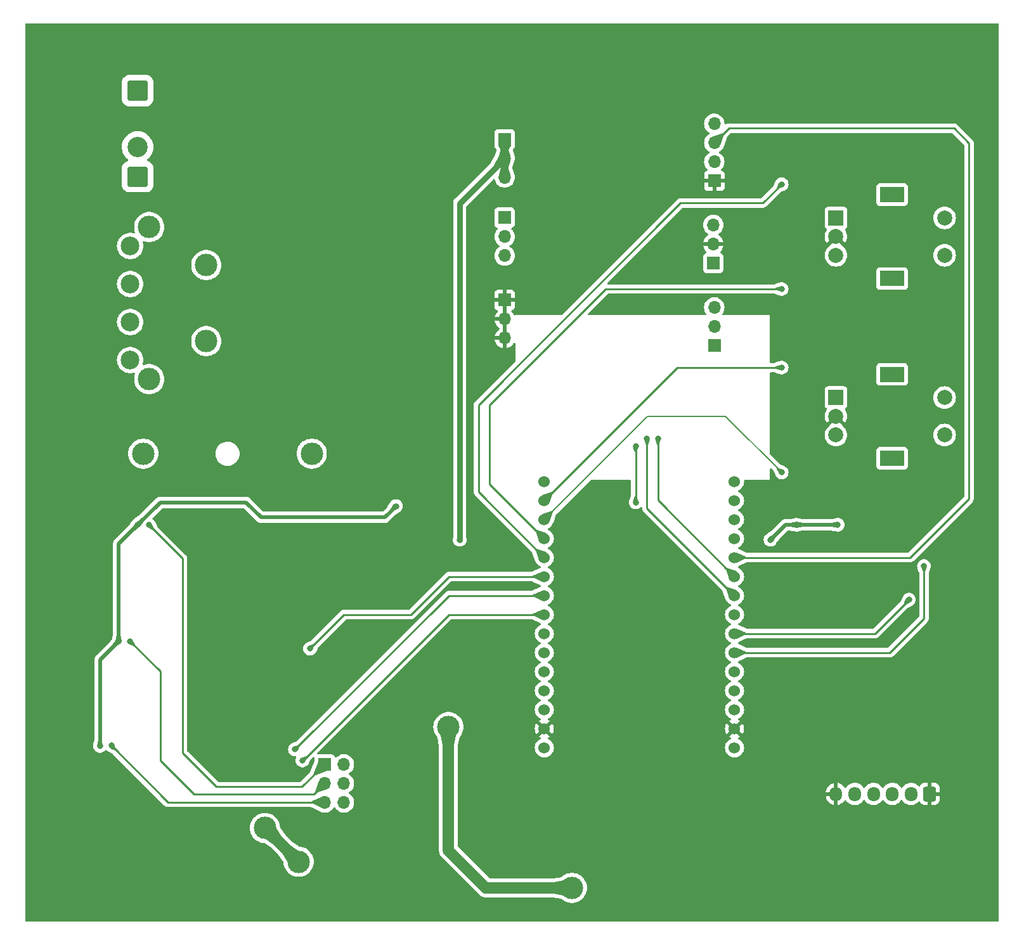
<source format=gbr>
%TF.GenerationSoftware,KiCad,Pcbnew,7.0.7*%
%TF.CreationDate,2023-09-16T18:25:32+02:00*%
%TF.ProjectId,dew_control_pcb,6465775f-636f-46e7-9472-6f6c5f706362,rev?*%
%TF.SameCoordinates,Original*%
%TF.FileFunction,Copper,L2,Bot*%
%TF.FilePolarity,Positive*%
%FSLAX46Y46*%
G04 Gerber Fmt 4.6, Leading zero omitted, Abs format (unit mm)*
G04 Created by KiCad (PCBNEW 7.0.7) date 2023-09-16 18:25:32*
%MOMM*%
%LPD*%
G01*
G04 APERTURE LIST*
G04 Aperture macros list*
%AMRoundRect*
0 Rectangle with rounded corners*
0 $1 Rounding radius*
0 $2 $3 $4 $5 $6 $7 $8 $9 X,Y pos of 4 corners*
0 Add a 4 corners polygon primitive as box body*
4,1,4,$2,$3,$4,$5,$6,$7,$8,$9,$2,$3,0*
0 Add four circle primitives for the rounded corners*
1,1,$1+$1,$2,$3*
1,1,$1+$1,$4,$5*
1,1,$1+$1,$6,$7*
1,1,$1+$1,$8,$9*
0 Add four rect primitives between the rounded corners*
20,1,$1+$1,$2,$3,$4,$5,0*
20,1,$1+$1,$4,$5,$6,$7,0*
20,1,$1+$1,$6,$7,$8,$9,0*
20,1,$1+$1,$8,$9,$2,$3,0*%
G04 Aperture macros list end*
%TA.AperFunction,ComponentPad*%
%ADD10R,1.700000X1.700000*%
%TD*%
%TA.AperFunction,ComponentPad*%
%ADD11O,1.700000X1.700000*%
%TD*%
%TA.AperFunction,ComponentPad*%
%ADD12RoundRect,0.250001X1.099999X-1.099999X1.099999X1.099999X-1.099999X1.099999X-1.099999X-1.099999X0*%
%TD*%
%TA.AperFunction,ComponentPad*%
%ADD13C,2.700000*%
%TD*%
%TA.AperFunction,ComponentPad*%
%ADD14R,2.000000X2.000000*%
%TD*%
%TA.AperFunction,ComponentPad*%
%ADD15C,2.000000*%
%TD*%
%TA.AperFunction,ComponentPad*%
%ADD16R,3.200000X2.000000*%
%TD*%
%TA.AperFunction,ComponentPad*%
%ADD17C,2.500000*%
%TD*%
%TA.AperFunction,ComponentPad*%
%ADD18C,3.000000*%
%TD*%
%TA.AperFunction,ComponentPad*%
%ADD19RoundRect,0.250000X0.600000X0.725000X-0.600000X0.725000X-0.600000X-0.725000X0.600000X-0.725000X0*%
%TD*%
%TA.AperFunction,ComponentPad*%
%ADD20O,1.700000X1.950000*%
%TD*%
%TA.AperFunction,ComponentPad*%
%ADD21C,1.524000*%
%TD*%
%TA.AperFunction,ViaPad*%
%ADD22C,3.000000*%
%TD*%
%TA.AperFunction,ViaPad*%
%ADD23C,0.800000*%
%TD*%
%TA.AperFunction,Conductor*%
%ADD24C,1.500000*%
%TD*%
%TA.AperFunction,Conductor*%
%ADD25C,0.500000*%
%TD*%
%TA.AperFunction,Conductor*%
%ADD26C,0.750000*%
%TD*%
%TA.AperFunction,Conductor*%
%ADD27C,0.250000*%
%TD*%
%TA.AperFunction,Conductor*%
%ADD28C,0.200000*%
%TD*%
G04 APERTURE END LIST*
D10*
%TO.P,J5,1,Pin_1*%
%TO.N,/CU3*%
X94000000Y-119000000D03*
D11*
%TO.P,J5,2,Pin_2*%
%TO.N,Net-(J5-Pin_2)*%
X96540000Y-119000000D03*
%TO.P,J5,3,Pin_3*%
%TO.N,/CU2*%
X94000000Y-121540000D03*
%TO.P,J5,4,Pin_4*%
%TO.N,Net-(J5-Pin_4)*%
X96540000Y-121540000D03*
%TO.P,J5,5,Pin_5*%
%TO.N,/CU1*%
X94000000Y-124080000D03*
%TO.P,J5,6,Pin_6*%
%TO.N,Net-(J5-Pin_6)*%
X96540000Y-124080000D03*
%TD*%
D12*
%TO.P,J2,1,Pin_1*%
%TO.N,VSS*%
X69000000Y-40480000D03*
D13*
%TO.P,J2,2,Pin_2*%
%TO.N,VS*%
X69000000Y-36520000D03*
%TD*%
D14*
%TO.P,SW1,A,A*%
%TO.N,Net-(R10-Pad2)*%
X162250000Y-46000000D03*
D15*
%TO.P,SW1,B,B*%
%TO.N,Net-(R7-Pad1)*%
X162250000Y-51000000D03*
%TO.P,SW1,C,C*%
%TO.N,GND*%
X162250000Y-48500000D03*
D16*
%TO.P,SW1,MP*%
%TO.N,N/C*%
X169750000Y-42900000D03*
X169750000Y-54100000D03*
D15*
%TO.P,SW1,S1,S1*%
%TO.N,+3V3*%
X176750000Y-51000000D03*
%TO.P,SW1,S2,S2*%
%TO.N,Net-(R31-Pad2)*%
X176750000Y-46000000D03*
%TD*%
D12*
%TO.P,J1,1,Pin_1*%
%TO.N,VS*%
X69000000Y-29000000D03*
D13*
%TO.P,J1,2,Pin_2*%
%TO.N,GND*%
X69000000Y-25040000D03*
%TD*%
D10*
%TO.P,J32,1,Pin_1*%
%TO.N,/SIG2*%
X145875000Y-52025000D03*
D11*
%TO.P,J32,2,Pin_2*%
%TO.N,GND*%
X145875000Y-49485000D03*
%TO.P,J32,3,Pin_3*%
%TO.N,+3V3*%
X145875000Y-46945000D03*
%TD*%
D17*
%TO.P,J3,1,Pin_1*%
%TO.N,+12V*%
X68000000Y-65000000D03*
%TO.P,J3,2,Pin_2*%
%TO.N,/RSA3*%
X68000000Y-59920000D03*
%TO.P,J3,3,Pin_3*%
%TO.N,/RSA2*%
X68000000Y-54840000D03*
%TO.P,J3,4,Pin_4*%
%TO.N,/RSA1*%
X68000000Y-49760000D03*
D18*
%TO.P,J3,GND*%
%TO.N,N/C*%
X70540000Y-67540000D03*
X78160000Y-62460000D03*
X78160000Y-52300000D03*
X70540000Y-47220000D03*
%TD*%
D19*
%TO.P,J11,1,Pin_1*%
%TO.N,GND*%
X174750000Y-122950000D03*
D20*
%TO.P,J11,2,Pin_2*%
%TO.N,+3V3*%
X172250000Y-122950000D03*
%TO.P,J11,3,Pin_3*%
%TO.N,/SCL*%
X169750000Y-122950000D03*
%TO.P,J11,4,Pin_4*%
%TO.N,/SDA*%
X167250000Y-122950000D03*
%TO.P,J11,5,Pin_5*%
%TO.N,/RES*%
X164750000Y-122950000D03*
%TO.P,J11,6,Pin_6*%
%TO.N,GND*%
X162250000Y-122950000D03*
%TD*%
D14*
%TO.P,SW2,A,A*%
%TO.N,Net-(R13-Pad1)*%
X162250000Y-70000000D03*
D15*
%TO.P,SW2,B,B*%
%TO.N,Net-(R14-Pad1)*%
X162250000Y-75000000D03*
%TO.P,SW2,C,C*%
%TO.N,GND*%
X162250000Y-72500000D03*
D16*
%TO.P,SW2,MP*%
%TO.N,N/C*%
X169750000Y-66900000D03*
X169750000Y-78100000D03*
D15*
%TO.P,SW2,S1,S1*%
%TO.N,+3V3*%
X176750000Y-75000000D03*
%TO.P,SW2,S2,S2*%
%TO.N,Net-(R29-Pad1)*%
X176750000Y-70000000D03*
%TD*%
D10*
%TO.P,J14,1,Pin_1*%
%TO.N,+3V3*%
X118000000Y-45960000D03*
D11*
%TO.P,J14,2,Pin_2*%
X118000000Y-48500000D03*
%TO.P,J14,3,Pin_3*%
X118000000Y-51040000D03*
%TD*%
D10*
%TO.P,J13,1,Pin_1*%
%TO.N,GND*%
X118000000Y-56975000D03*
D11*
%TO.P,J13,2,Pin_2*%
X118000000Y-59515000D03*
%TO.P,J13,3,Pin_3*%
X118000000Y-62055000D03*
%TD*%
D18*
%TO.P,F1,1*%
%TO.N,Net-(D1-K)*%
X69750000Y-77500000D03*
%TO.P,F1,2*%
%TO.N,+12V*%
X92250000Y-77500000D03*
%TD*%
D10*
%TO.P,J12,1,Pin_1*%
%TO.N,GND*%
X146000000Y-41040000D03*
D11*
%TO.P,J12,2,Pin_2*%
%TO.N,+3V3*%
X146000000Y-38500000D03*
%TO.P,J12,3,Pin_3*%
%TO.N,/SDA*%
X146000000Y-35960000D03*
%TO.P,J12,4,Pin_4*%
%TO.N,/SCL*%
X146000000Y-33420000D03*
%TD*%
D21*
%TO.P,IC1,1,VIN*%
%TO.N,+5V*%
X123300000Y-116780000D03*
%TO.P,IC1,2,GND*%
%TO.N,GND*%
X123300000Y-114240000D03*
%TO.P,IC1,3,D13*%
%TO.N,Net-(IC1-D13)*%
X123300000Y-111700000D03*
%TO.P,IC1,4,D12*%
%TO.N,unconnected-(IC1-D12-Pad4)*%
X123300000Y-109160000D03*
%TO.P,IC1,5,D14*%
%TO.N,/D14*%
X123300000Y-106620000D03*
%TO.P,IC1,6,D27*%
%TO.N,/D27*%
X123300000Y-104080000D03*
%TO.P,IC1,7,D26*%
%TO.N,/D26*%
X123300000Y-101540000D03*
%TO.P,IC1,8,D25*%
%TO.N,/D25*%
X123300000Y-99000000D03*
%TO.P,IC1,9,D33*%
%TO.N,/D33*%
X123300000Y-96460000D03*
%TO.P,IC1,10,D32*%
%TO.N,/D32*%
X123300000Y-93920000D03*
%TO.P,IC1,11,D35*%
%TO.N,/D35*%
X123300000Y-91380000D03*
%TO.P,IC1,12,D34*%
%TO.N,/D34*%
X123300000Y-88840000D03*
%TO.P,IC1,13,VN*%
%TO.N,/VN*%
X123300000Y-86300000D03*
%TO.P,IC1,14,VP*%
%TO.N,/VP*%
X123300000Y-83760000D03*
%TO.P,IC1,15,EN*%
%TO.N,/RES*%
X123300000Y-81220000D03*
%TO.P,IC1,16,3V3*%
%TO.N,+3V3*%
X148700000Y-116780000D03*
%TO.P,IC1,17,GND*%
%TO.N,GND*%
X148700000Y-114240000D03*
%TO.P,IC1,18,D15*%
%TO.N,unconnected-(IC1-D15-Pad18)*%
X148700000Y-111700000D03*
%TO.P,IC1,19,D2*%
%TO.N,unconnected-(IC1-D2-Pad19)*%
X148700000Y-109160000D03*
%TO.P,IC1,20,D4*%
%TO.N,unconnected-(IC1-D4-Pad20)*%
X148700000Y-106620000D03*
%TO.P,IC1,21,RX2*%
%TO.N,/RX2*%
X148700000Y-104080000D03*
%TO.P,IC1,22,TX2*%
%TO.N,/TX2*%
X148700000Y-101540000D03*
%TO.P,IC1,23,D5*%
%TO.N,unconnected-(IC1-D5-Pad23)*%
X148700000Y-99000000D03*
%TO.P,IC1,24,D18*%
%TO.N,/SIG2*%
X148700000Y-96460000D03*
%TO.P,IC1,25,D19*%
%TO.N,/SIG1*%
X148700000Y-93920000D03*
%TO.P,IC1,26,D21*%
%TO.N,/SDA*%
X148700000Y-91380000D03*
%TO.P,IC1,27,RX0*%
%TO.N,unconnected-(IC1-RX0-Pad27)*%
X148700000Y-88840000D03*
%TO.P,IC1,28,TX0*%
%TO.N,unconnected-(IC1-TX0-Pad28)*%
X148700000Y-86300000D03*
%TO.P,IC1,29,D22*%
%TO.N,/SCL*%
X148700000Y-83760000D03*
%TO.P,IC1,30,D23*%
%TO.N,unconnected-(IC1-D23-Pad30)*%
X148700000Y-81220000D03*
%TD*%
D10*
%TO.P,J4,1,Pin_1*%
%TO.N,+5V*%
X118000000Y-35500000D03*
D11*
%TO.P,J4,2,Pin_2*%
X118000000Y-38040000D03*
%TO.P,J4,3,Pin_3*%
X118000000Y-40580000D03*
%TD*%
D10*
%TO.P,J31,1,Pin_1*%
%TO.N,/SIG1*%
X146000000Y-63040000D03*
D11*
%TO.P,J31,2,Pin_2*%
%TO.N,GND*%
X146000000Y-60500000D03*
%TO.P,J31,3,Pin_3*%
%TO.N,+3V3*%
X146000000Y-57960000D03*
%TD*%
D22*
%TO.N,+12V*%
X90500000Y-132000000D03*
X86000000Y-127500000D03*
D23*
%TO.N,GND*%
X116000000Y-124500000D03*
X76500000Y-102500000D03*
X78000000Y-117000000D03*
X160500000Y-59000000D03*
D22*
X102500000Y-114000000D03*
X85377500Y-104035000D03*
D23*
X157389000Y-135165000D03*
D22*
X96500000Y-83000000D03*
X82360000Y-119035000D03*
X79305000Y-133685000D03*
D23*
X99500000Y-96000000D03*
X160500000Y-62000000D03*
X118000000Y-130500000D03*
X158500000Y-36000000D03*
X160500000Y-84000000D03*
X116000000Y-116500000D03*
X157135000Y-125513000D03*
X75500000Y-86000000D03*
X151547000Y-127799000D03*
D22*
X98500000Y-103000000D03*
D23*
%TO.N,+5V*%
X69000000Y-87000000D03*
X112000000Y-89000000D03*
X66465000Y-102535000D03*
X103500000Y-84500000D03*
X63965000Y-116535000D03*
%TO.N,+3V3*%
X153500000Y-89000000D03*
X162500000Y-87000000D03*
X157000000Y-87000000D03*
D22*
X110500000Y-114000000D03*
X127000000Y-135500000D03*
D23*
%TO.N,/SIG1*%
X138500000Y-75500000D03*
%TO.N,/SCL*%
X135500000Y-76500000D03*
X135500000Y-84000000D03*
%TO.N,/D32*%
X92000000Y-103535000D03*
%TO.N,/SIG2*%
X137000000Y-75500000D03*
%TO.N,/D25*%
X91000000Y-118500000D03*
%TO.N,/D33*%
X90005000Y-117005000D03*
%TO.N,/D34*%
X155000000Y-55500000D03*
%TO.N,/D35*%
X155000000Y-41500000D03*
%TO.N,/VP*%
X155000000Y-66000000D03*
%TO.N,/VN*%
X155000000Y-80000000D03*
%TO.N,/CU1*%
X65500000Y-116500000D03*
%TO.N,/CU2*%
X67965000Y-102535000D03*
%TO.N,/CU3*%
X70500000Y-87000000D03*
%TO.N,/RX2*%
X174000000Y-92500000D03*
%TO.N,/TX2*%
X172000000Y-97000000D03*
%TD*%
D24*
%TO.N,+12V*%
X86000000Y-127500000D02*
X90500000Y-132000000D01*
D25*
%TO.N,+5V*%
X85500000Y-86000000D02*
X102000000Y-86000000D01*
X83500000Y-84000000D02*
X85500000Y-86000000D01*
X102000000Y-86000000D02*
X103500000Y-84500000D01*
X69000000Y-87000000D02*
X72000000Y-84000000D01*
X72000000Y-84000000D02*
X83500000Y-84000000D01*
X66465000Y-89535000D02*
X69000000Y-87000000D01*
D26*
X118000000Y-38040000D02*
X118000000Y-35500000D01*
D25*
X66465000Y-102535000D02*
X66465000Y-89535000D01*
X63965000Y-105035000D02*
X66465000Y-102535000D01*
D26*
X112000000Y-44040000D02*
X118000000Y-38040000D01*
X112000000Y-89000000D02*
X112000000Y-44040000D01*
D25*
X63965000Y-116535000D02*
X63965000Y-105035000D01*
D26*
X118000000Y-38040000D02*
X118000000Y-40580000D01*
D25*
%TO.N,+3V3*%
X157000000Y-87000000D02*
X162500000Y-87000000D01*
X153500000Y-89000000D02*
X155500000Y-87000000D01*
D24*
X110500000Y-114000000D02*
X110500000Y-130500000D01*
X110500000Y-130500000D02*
X115500000Y-135500000D01*
D25*
X155500000Y-87000000D02*
X157000000Y-87000000D01*
D24*
X115500000Y-135500000D02*
X127000000Y-135500000D01*
D27*
%TO.N,/SIG1*%
X138500000Y-83720000D02*
X138500000Y-75500000D01*
X148700000Y-93920000D02*
X138500000Y-83720000D01*
%TO.N,/SCL*%
X135500000Y-84000000D02*
X135500000Y-76500000D01*
%TO.N,/SDA*%
X180000000Y-36000000D02*
X178000000Y-34000000D01*
X148700000Y-91380000D02*
X172120000Y-91380000D01*
X147960000Y-34000000D02*
X146000000Y-35960000D01*
X178000000Y-34000000D02*
X147960000Y-34000000D01*
X172120000Y-91380000D02*
X180000000Y-83500000D01*
X180000000Y-83500000D02*
X180000000Y-36000000D01*
%TO.N,/D32*%
X96535000Y-99000000D02*
X92000000Y-103535000D01*
X110550000Y-93920000D02*
X105470000Y-99000000D01*
X105470000Y-99000000D02*
X96535000Y-99000000D01*
X123300000Y-93920000D02*
X110550000Y-93920000D01*
%TO.N,/SIG2*%
X137000000Y-75500000D02*
X137000000Y-84760000D01*
X137000000Y-84760000D02*
X148700000Y-96460000D01*
%TO.N,/D25*%
X110550000Y-99000000D02*
X91050000Y-118500000D01*
X91050000Y-118500000D02*
X91000000Y-118500000D01*
X123300000Y-99000000D02*
X110550000Y-99000000D01*
%TO.N,/D33*%
X110550000Y-96460000D02*
X90005000Y-117005000D01*
X123300000Y-96460000D02*
X110550000Y-96460000D01*
%TO.N,/D34*%
X116000000Y-81540000D02*
X116000000Y-71000000D01*
X131500000Y-55500000D02*
X155000000Y-55500000D01*
X116000000Y-71000000D02*
X131500000Y-55500000D01*
X123300000Y-88840000D02*
X116000000Y-81540000D01*
%TO.N,/D35*%
X114500000Y-71000000D02*
X141500000Y-44000000D01*
X141500000Y-44000000D02*
X152500000Y-44000000D01*
X123300000Y-91380000D02*
X114500000Y-82580000D01*
X152500000Y-44000000D02*
X155000000Y-41500000D01*
X114500000Y-82580000D02*
X114500000Y-71000000D01*
%TO.N,/VP*%
X123300000Y-83760000D02*
X141060000Y-66000000D01*
X141060000Y-66000000D02*
X155000000Y-66000000D01*
D28*
%TO.N,/VN*%
X137100000Y-72500000D02*
X147500000Y-72500000D01*
X147500000Y-72500000D02*
X155000000Y-80000000D01*
X123300000Y-86300000D02*
X137100000Y-72500000D01*
D27*
%TO.N,/CU1*%
X73080000Y-124080000D02*
X65500000Y-116500000D01*
X93960000Y-124080000D02*
X73080000Y-124080000D01*
%TO.N,/CU2*%
X93960000Y-121540000D02*
X92500000Y-123000000D01*
X72000000Y-106570000D02*
X67965000Y-102535000D01*
X72000000Y-118500000D02*
X72000000Y-106570000D01*
X92500000Y-123000000D02*
X76500000Y-123000000D01*
X76500000Y-123000000D02*
X72000000Y-118500000D01*
%TO.N,/CU3*%
X79500000Y-122000000D02*
X90960000Y-122000000D01*
X90960000Y-122000000D02*
X93960000Y-119000000D01*
X75000000Y-117500000D02*
X79500000Y-122000000D01*
X70500000Y-87000000D02*
X75000000Y-91500000D01*
X75000000Y-91500000D02*
X75000000Y-117500000D01*
%TO.N,/RX2*%
X174000000Y-99500000D02*
X174000000Y-92500000D01*
X148700000Y-104080000D02*
X169420000Y-104080000D01*
X169420000Y-104080000D02*
X174000000Y-99500000D01*
%TO.N,/TX2*%
X148700000Y-101540000D02*
X167460000Y-101540000D01*
X167460000Y-101540000D02*
X172000000Y-97000000D01*
%TD*%
%TA.AperFunction,Conductor*%
%TO.N,/D25*%
G36*
X123012879Y-98306824D02*
G01*
X123013093Y-98307308D01*
X123299133Y-98995508D01*
X123299144Y-99004463D01*
X123299133Y-99004489D01*
X123013093Y-99692690D01*
X123006753Y-99699015D01*
X122997799Y-99699004D01*
X122997314Y-99698790D01*
X121782725Y-99128159D01*
X121776694Y-99121539D01*
X121776000Y-99117569D01*
X121776000Y-98882430D01*
X121779427Y-98874157D01*
X121782722Y-98871841D01*
X122997316Y-98301208D01*
X123006259Y-98300793D01*
X123012879Y-98306824D01*
G37*
%TD.AperFunction*%
%TD*%
%TA.AperFunction,Conductor*%
%TO.N,+5V*%
G36*
X66190479Y-102260713D02*
G01*
X66192124Y-102262075D01*
X66465707Y-102534293D01*
X66737924Y-102807875D01*
X66741330Y-102816156D01*
X66737882Y-102824421D01*
X66736237Y-102825783D01*
X66084104Y-103271978D01*
X66075341Y-103273822D01*
X66069224Y-103270595D01*
X65729404Y-102930775D01*
X65725977Y-102922502D01*
X65728021Y-102915895D01*
X66174217Y-102263761D01*
X66181716Y-102258869D01*
X66190479Y-102260713D01*
G37*
%TD.AperFunction*%
%TD*%
%TA.AperFunction,Conductor*%
%TO.N,+3V3*%
G36*
X110507885Y-114007716D02*
G01*
X110508637Y-114008468D01*
X110910080Y-114448531D01*
X111496114Y-115090944D01*
X111499158Y-115099365D01*
X111498989Y-115100879D01*
X111251717Y-116490350D01*
X111246894Y-116497895D01*
X111240198Y-116500000D01*
X109759802Y-116500000D01*
X109751529Y-116496573D01*
X109748283Y-116490350D01*
X109501010Y-115100879D01*
X109502934Y-115092133D01*
X109503885Y-115090944D01*
X110491356Y-114008474D01*
X110499464Y-114004672D01*
X110507885Y-114007716D01*
G37*
%TD.AperFunction*%
%TD*%
%TA.AperFunction,Conductor*%
%TO.N,+5V*%
G36*
X64213563Y-115738427D02*
G01*
X64216790Y-115744544D01*
X64362408Y-116521179D01*
X64360564Y-116529942D01*
X64353064Y-116534835D01*
X64350937Y-116535035D01*
X63965000Y-116536000D01*
X63579062Y-116535035D01*
X63570797Y-116531587D01*
X63567391Y-116523306D01*
X63567591Y-116521179D01*
X63713210Y-115744544D01*
X63718103Y-115737044D01*
X63724710Y-115735000D01*
X64205290Y-115735000D01*
X64213563Y-115738427D01*
G37*
%TD.AperFunction*%
%TD*%
%TA.AperFunction,Conductor*%
%TO.N,/SIG1*%
G36*
X138859109Y-75648719D02*
G01*
X138865427Y-75655066D01*
X138865551Y-75663655D01*
X138627859Y-76292437D01*
X138621728Y-76298964D01*
X138616915Y-76300000D01*
X138383085Y-76300000D01*
X138374812Y-76296573D01*
X138372141Y-76292437D01*
X138134448Y-75663655D01*
X138134728Y-75654705D01*
X138140889Y-75648719D01*
X138495500Y-75500875D01*
X138504449Y-75500855D01*
X138859109Y-75648719D01*
G37*
%TD.AperFunction*%
%TD*%
%TA.AperFunction,Conductor*%
%TO.N,+5V*%
G36*
X68725479Y-86725713D02*
G01*
X68727124Y-86727075D01*
X69000707Y-86999293D01*
X69272924Y-87272875D01*
X69276330Y-87281156D01*
X69272882Y-87289421D01*
X69271237Y-87290783D01*
X68619104Y-87736978D01*
X68610341Y-87738822D01*
X68604224Y-87735595D01*
X68264404Y-87395775D01*
X68260977Y-87387502D01*
X68263021Y-87380895D01*
X68709217Y-86728761D01*
X68716716Y-86723869D01*
X68725479Y-86725713D01*
G37*
%TD.AperFunction*%
%TD*%
%TA.AperFunction,Conductor*%
%TO.N,+5V*%
G36*
X118374555Y-36343427D02*
G01*
X118377493Y-36348354D01*
X118782282Y-37704613D01*
X118781365Y-37713521D01*
X118775560Y-37718764D01*
X118004489Y-38039134D01*
X117995534Y-38039143D01*
X117995511Y-38039134D01*
X117224439Y-37718764D01*
X117218114Y-37712425D01*
X117217717Y-37704616D01*
X117622506Y-36348354D01*
X117628156Y-36341406D01*
X117633718Y-36340000D01*
X118366282Y-36340000D01*
X118374555Y-36343427D01*
G37*
%TD.AperFunction*%
%TD*%
%TA.AperFunction,Conductor*%
%TO.N,/SCL*%
G36*
X135625188Y-83203427D02*
G01*
X135627859Y-83207563D01*
X135865551Y-83836344D01*
X135865271Y-83845294D01*
X135859109Y-83851280D01*
X135504502Y-83999123D01*
X135495548Y-83999144D01*
X135495498Y-83999123D01*
X135140890Y-83851280D01*
X135134572Y-83844933D01*
X135134448Y-83836345D01*
X135372141Y-83207562D01*
X135378272Y-83201036D01*
X135383085Y-83200000D01*
X135616915Y-83200000D01*
X135625188Y-83203427D01*
G37*
%TD.AperFunction*%
%TD*%
%TA.AperFunction,Conductor*%
%TO.N,/RX2*%
G36*
X149002200Y-103380995D02*
G01*
X149002666Y-103381200D01*
X150217275Y-103951840D01*
X150223306Y-103958460D01*
X150224000Y-103962430D01*
X150224000Y-104197569D01*
X150220573Y-104205842D01*
X150217275Y-104208159D01*
X149002685Y-104778790D01*
X148993740Y-104779206D01*
X148987120Y-104773175D01*
X148986906Y-104772691D01*
X148750954Y-104205000D01*
X148700865Y-104084489D01*
X148700855Y-104075536D01*
X148700866Y-104075510D01*
X148986906Y-103387309D01*
X148993246Y-103380984D01*
X149002200Y-103380995D01*
G37*
%TD.AperFunction*%
%TD*%
%TA.AperFunction,Conductor*%
%TO.N,+3V3*%
G36*
X157013817Y-86602590D02*
G01*
X157790457Y-86748210D01*
X157797956Y-86753103D01*
X157800000Y-86759710D01*
X157800000Y-87240289D01*
X157796573Y-87248562D01*
X157790456Y-87251789D01*
X157013820Y-87397408D01*
X157005057Y-87395564D01*
X157000164Y-87388064D01*
X156999964Y-87385946D01*
X156999000Y-87000000D01*
X156999964Y-86614059D01*
X157003412Y-86605797D01*
X157011693Y-86602391D01*
X157013817Y-86602590D01*
G37*
%TD.AperFunction*%
%TD*%
%TA.AperFunction,Conductor*%
%TO.N,GND*%
G36*
X117964237Y-60015000D02*
G01*
X118035763Y-60015000D01*
X118110069Y-60004316D01*
X118180341Y-60014419D01*
X118233997Y-60060911D01*
X118254000Y-60129031D01*
X118254000Y-61440966D01*
X118233998Y-61509087D01*
X118180342Y-61555580D01*
X118110069Y-61565683D01*
X118110068Y-61565683D01*
X118035768Y-61555000D01*
X118035763Y-61555000D01*
X117964237Y-61555000D01*
X117964231Y-61555000D01*
X117889932Y-61565683D01*
X117819658Y-61555580D01*
X117766002Y-61509087D01*
X117746000Y-61440966D01*
X117746000Y-60129033D01*
X117766002Y-60060912D01*
X117819658Y-60014419D01*
X117889926Y-60004315D01*
X117964237Y-60015000D01*
G37*
%TD.AperFunction*%
%TA.AperFunction,Conductor*%
G36*
X117964237Y-57475000D02*
G01*
X118035763Y-57475000D01*
X118110069Y-57464316D01*
X118180341Y-57474419D01*
X118233997Y-57520911D01*
X118254000Y-57589031D01*
X118254000Y-58900966D01*
X118233998Y-58969087D01*
X118180342Y-59015580D01*
X118110069Y-59025683D01*
X118110068Y-59025683D01*
X118035768Y-59015000D01*
X118035763Y-59015000D01*
X117964237Y-59015000D01*
X117964231Y-59015000D01*
X117889932Y-59025683D01*
X117819658Y-59015580D01*
X117766002Y-58969087D01*
X117746000Y-58900966D01*
X117746000Y-57589033D01*
X117766002Y-57520912D01*
X117819658Y-57474419D01*
X117889926Y-57464315D01*
X117964237Y-57475000D01*
G37*
%TD.AperFunction*%
%TA.AperFunction,Conductor*%
G36*
X183941621Y-20020502D02*
G01*
X183988114Y-20074158D01*
X183999500Y-20126500D01*
X183999500Y-139873500D01*
X183979498Y-139941621D01*
X183925842Y-139988114D01*
X183873500Y-139999500D01*
X54126500Y-139999500D01*
X54058379Y-139979498D01*
X54011886Y-139925842D01*
X54000500Y-139873500D01*
X54000500Y-127500004D01*
X83986807Y-127500004D01*
X84005556Y-127774116D01*
X84005557Y-127774122D01*
X84005558Y-127774130D01*
X84036217Y-127921670D01*
X84061460Y-128043146D01*
X84061462Y-128043154D01*
X84153477Y-128302058D01*
X84279892Y-128546028D01*
X84347797Y-128642227D01*
X84438343Y-128770502D01*
X84625889Y-128971314D01*
X84839031Y-129144718D01*
X85073800Y-129287484D01*
X85325823Y-129396953D01*
X85590404Y-129471085D01*
X85685504Y-129484156D01*
X85862604Y-129508499D01*
X85862615Y-129508500D01*
X85883929Y-129508500D01*
X85952050Y-129528502D01*
X85955660Y-129530911D01*
X86907652Y-130190306D01*
X86925003Y-130204791D01*
X87795203Y-131074991D01*
X87809688Y-131092342D01*
X88472355Y-132049059D01*
X88494481Y-132112204D01*
X88505557Y-132274123D01*
X88505558Y-132274130D01*
X88561460Y-132543146D01*
X88561462Y-132543154D01*
X88653477Y-132802058D01*
X88779892Y-133046028D01*
X88847797Y-133142227D01*
X88938343Y-133270502D01*
X89125889Y-133471314D01*
X89339031Y-133644718D01*
X89573800Y-133787484D01*
X89825823Y-133896953D01*
X90090404Y-133971085D01*
X90185504Y-133984156D01*
X90362604Y-134008499D01*
X90362615Y-134008500D01*
X90637385Y-134008500D01*
X90637395Y-134008499D01*
X90766945Y-133990692D01*
X90909596Y-133971085D01*
X91174177Y-133896953D01*
X91426200Y-133787484D01*
X91660969Y-133644718D01*
X91874111Y-133471314D01*
X92061657Y-133270502D01*
X92220111Y-133046023D01*
X92346523Y-132802058D01*
X92438538Y-132543153D01*
X92494442Y-132274130D01*
X92507886Y-132077584D01*
X92513193Y-132000004D01*
X92513193Y-131999995D01*
X92494443Y-131725883D01*
X92494442Y-131725877D01*
X92494442Y-131725870D01*
X92438538Y-131456847D01*
X92346523Y-131197942D01*
X92220111Y-130953977D01*
X92213061Y-130943990D01*
X92189930Y-130911221D01*
X92061657Y-130729498D01*
X91874111Y-130528686D01*
X91660969Y-130355282D01*
X91426200Y-130212516D01*
X91426201Y-130212516D01*
X91426197Y-130212514D01*
X91174180Y-130103048D01*
X91174178Y-130103047D01*
X91174177Y-130103047D01*
X91041886Y-130065981D01*
X90909593Y-130028914D01*
X90637395Y-129991500D01*
X90637385Y-129991500D01*
X90616073Y-129991500D01*
X90547952Y-129971498D01*
X90544329Y-129969080D01*
X90521554Y-129953305D01*
X89718329Y-129396953D01*
X89592342Y-129309688D01*
X89574991Y-129295203D01*
X88704791Y-128425003D01*
X88690306Y-128407652D01*
X88027644Y-127450941D01*
X88005518Y-127387795D01*
X87994443Y-127225883D01*
X87994442Y-127225877D01*
X87994442Y-127225870D01*
X87938538Y-126956847D01*
X87846523Y-126697942D01*
X87720111Y-126453977D01*
X87561657Y-126229498D01*
X87374111Y-126028686D01*
X87160969Y-125855282D01*
X86926200Y-125712516D01*
X86926201Y-125712516D01*
X86926197Y-125712514D01*
X86674180Y-125603048D01*
X86674178Y-125603047D01*
X86674177Y-125603047D01*
X86541886Y-125565981D01*
X86409593Y-125528914D01*
X86137395Y-125491500D01*
X86137385Y-125491500D01*
X85862615Y-125491500D01*
X85862604Y-125491500D01*
X85590406Y-125528914D01*
X85325819Y-125603048D01*
X85073802Y-125712514D01*
X84839028Y-125855284D01*
X84625886Y-126028688D01*
X84438343Y-126229498D01*
X84279892Y-126453971D01*
X84153477Y-126697941D01*
X84061462Y-126956845D01*
X84061460Y-126956853D01*
X84005557Y-127225877D01*
X84005556Y-127225883D01*
X83986807Y-127499995D01*
X83986807Y-127500004D01*
X54000500Y-127500004D01*
X54000500Y-116534998D01*
X63051496Y-116534998D01*
X63071457Y-116724927D01*
X63089352Y-116780000D01*
X63130473Y-116906556D01*
X63130476Y-116906561D01*
X63225958Y-117071941D01*
X63225965Y-117071951D01*
X63353744Y-117213864D01*
X63353747Y-117213866D01*
X63508248Y-117326118D01*
X63682712Y-117403794D01*
X63869513Y-117443500D01*
X64060487Y-117443500D01*
X64247288Y-117403794D01*
X64421752Y-117326118D01*
X64576253Y-117213866D01*
X64654621Y-117126829D01*
X64715066Y-117089590D01*
X64786050Y-117090941D01*
X64841893Y-117126829D01*
X64888747Y-117178866D01*
X65043248Y-117291118D01*
X65109330Y-117320539D01*
X65125734Y-117329349D01*
X65145977Y-117342233D01*
X65145981Y-117342235D01*
X65145989Y-117342240D01*
X65612344Y-117552732D01*
X65672443Y-117579858D01*
X65709703Y-117605607D01*
X72572755Y-124468660D01*
X72582720Y-124481097D01*
X72582947Y-124480910D01*
X72587999Y-124487017D01*
X72639078Y-124534983D01*
X72660223Y-124556129D01*
X72660227Y-124556132D01*
X72660230Y-124556135D01*
X72665782Y-124560442D01*
X72670269Y-124564273D01*
X72692959Y-124585581D01*
X72704677Y-124596585D01*
X72704679Y-124596586D01*
X72722428Y-124606343D01*
X72738953Y-124617198D01*
X72754959Y-124629614D01*
X72796686Y-124647670D01*
X72798262Y-124648352D01*
X72803583Y-124650958D01*
X72844940Y-124673695D01*
X72844948Y-124673697D01*
X72864558Y-124678732D01*
X72883267Y-124685137D01*
X72901855Y-124693181D01*
X72948477Y-124700564D01*
X72954262Y-124701763D01*
X72999970Y-124713500D01*
X73020224Y-124713500D01*
X73039934Y-124715051D01*
X73042141Y-124715400D01*
X73059943Y-124718220D01*
X73093870Y-124715012D01*
X73106917Y-124713780D01*
X73112850Y-124713500D01*
X92143974Y-124713500D01*
X92198527Y-124725922D01*
X92306678Y-124777868D01*
X93447579Y-125325860D01*
X93447610Y-125325874D01*
X93448516Y-125326309D01*
X93451219Y-125327689D01*
X93452426Y-125328342D01*
X93452435Y-125328345D01*
X93458180Y-125330318D01*
X93515912Y-125351623D01*
X93518998Y-125352762D01*
X93519006Y-125352763D01*
X93525404Y-125354388D01*
X93525334Y-125354662D01*
X93538051Y-125357737D01*
X93665365Y-125401444D01*
X93887431Y-125438500D01*
X93887435Y-125438500D01*
X94112565Y-125438500D01*
X94112569Y-125438500D01*
X94334635Y-125401444D01*
X94547574Y-125328342D01*
X94745576Y-125221189D01*
X94923240Y-125082906D01*
X95075722Y-124917268D01*
X95164518Y-124781354D01*
X95218520Y-124735268D01*
X95288868Y-124725692D01*
X95353225Y-124755669D01*
X95375480Y-124781353D01*
X95408607Y-124832058D01*
X95464275Y-124917265D01*
X95464279Y-124917270D01*
X95616762Y-125082908D01*
X95671331Y-125125381D01*
X95794424Y-125221189D01*
X95992426Y-125328342D01*
X95992427Y-125328342D01*
X95992428Y-125328343D01*
X96104227Y-125366723D01*
X96205365Y-125401444D01*
X96427431Y-125438500D01*
X96427435Y-125438500D01*
X96652565Y-125438500D01*
X96652569Y-125438500D01*
X96874635Y-125401444D01*
X97087574Y-125328342D01*
X97285576Y-125221189D01*
X97463240Y-125082906D01*
X97615722Y-124917268D01*
X97738860Y-124728791D01*
X97829296Y-124522616D01*
X97884564Y-124304368D01*
X97903156Y-124080000D01*
X97884564Y-123855632D01*
X97874731Y-123816804D01*
X97829297Y-123637387D01*
X97829296Y-123637386D01*
X97829296Y-123637384D01*
X97738860Y-123431209D01*
X97723055Y-123407018D01*
X97615724Y-123242734D01*
X97615720Y-123242729D01*
X97463237Y-123077091D01*
X97381382Y-123013381D01*
X97285576Y-122938811D01*
X97252319Y-122920813D01*
X97201929Y-122870802D01*
X97186576Y-122801485D01*
X97211136Y-122734872D01*
X97252320Y-122699186D01*
X97285576Y-122681189D01*
X97463240Y-122542906D01*
X97615722Y-122377268D01*
X97738860Y-122188791D01*
X97829296Y-121982616D01*
X97884564Y-121764368D01*
X97903156Y-121540000D01*
X97884564Y-121315632D01*
X97829296Y-121097384D01*
X97738860Y-120891209D01*
X97704516Y-120838642D01*
X97615724Y-120702734D01*
X97615720Y-120702729D01*
X97463237Y-120537091D01*
X97381382Y-120473381D01*
X97285576Y-120398811D01*
X97252319Y-120380813D01*
X97201929Y-120330802D01*
X97186576Y-120261485D01*
X97211136Y-120194872D01*
X97252320Y-120159186D01*
X97285576Y-120141189D01*
X97463240Y-120002906D01*
X97615722Y-119837268D01*
X97738860Y-119648791D01*
X97829296Y-119442616D01*
X97884564Y-119224368D01*
X97903156Y-119000000D01*
X97884564Y-118775632D01*
X97867508Y-118708279D01*
X97829297Y-118557387D01*
X97829296Y-118557386D01*
X97829296Y-118557384D01*
X97738860Y-118351209D01*
X97688744Y-118274500D01*
X97615724Y-118162734D01*
X97615720Y-118162729D01*
X97463237Y-117997091D01*
X97365108Y-117920714D01*
X97285576Y-117858811D01*
X97087574Y-117751658D01*
X97087572Y-117751657D01*
X97087571Y-117751656D01*
X96874639Y-117678557D01*
X96874630Y-117678555D01*
X96830476Y-117671187D01*
X96652569Y-117641500D01*
X96427431Y-117641500D01*
X96282359Y-117665708D01*
X96205369Y-117678555D01*
X96205360Y-117678557D01*
X95992428Y-117751656D01*
X95992426Y-117751658D01*
X95794426Y-117858810D01*
X95794424Y-117858811D01*
X95616762Y-117997091D01*
X95555754Y-118063363D01*
X95494901Y-118099933D01*
X95423936Y-118097798D01*
X95365391Y-118057636D01*
X95344999Y-118022057D01*
X95300889Y-117903797D01*
X95300887Y-117903792D01*
X95213261Y-117786738D01*
X95096207Y-117699112D01*
X95096202Y-117699110D01*
X94959204Y-117648011D01*
X94959196Y-117648009D01*
X94898649Y-117641500D01*
X94898638Y-117641500D01*
X93108593Y-117641500D01*
X93040472Y-117621498D01*
X92993979Y-117567842D01*
X92983875Y-117497568D01*
X93013369Y-117432988D01*
X93019498Y-117426405D01*
X96445899Y-114000004D01*
X108486807Y-114000004D01*
X108505556Y-114274116D01*
X108505557Y-114274122D01*
X108505558Y-114274130D01*
X108533773Y-114409907D01*
X108561460Y-114543146D01*
X108561462Y-114543154D01*
X108618769Y-114704400D01*
X108653477Y-114802058D01*
X108692529Y-114877426D01*
X108779892Y-115046028D01*
X108847797Y-115142227D01*
X108938343Y-115270502D01*
X108965718Y-115299813D01*
X109000972Y-115337561D01*
X109032850Y-115400999D01*
X109032938Y-115401487D01*
X109239551Y-116562478D01*
X109241500Y-116584554D01*
X109241500Y-130425779D01*
X109241104Y-130432837D01*
X109236731Y-130471647D01*
X109241357Y-130540269D01*
X109241500Y-130544507D01*
X109241500Y-130556528D01*
X109245300Y-130598755D01*
X109251969Y-130697661D01*
X109251969Y-130697663D01*
X109251970Y-130697668D01*
X109253023Y-130701849D01*
X109256331Y-130721318D01*
X109256718Y-130725620D01*
X109283095Y-130821194D01*
X109307321Y-130917337D01*
X109307321Y-130917338D01*
X109309103Y-130921260D01*
X109315841Y-130939847D01*
X109316986Y-130943993D01*
X109359999Y-131033311D01*
X109401006Y-131123590D01*
X109403455Y-131127124D01*
X109413405Y-131144211D01*
X109415271Y-131148087D01*
X109473554Y-131228306D01*
X109530011Y-131309798D01*
X109530023Y-131309812D01*
X109533055Y-131312844D01*
X109545891Y-131327871D01*
X109548426Y-131331360D01*
X109548429Y-131331363D01*
X109620092Y-131399880D01*
X114557629Y-136337417D01*
X114562331Y-136342679D01*
X114586681Y-136373213D01*
X114586684Y-136373215D01*
X114586686Y-136373218D01*
X114617624Y-136400248D01*
X114638475Y-136418465D01*
X114641573Y-136421361D01*
X114650069Y-136429858D01*
X114650073Y-136429861D01*
X114682623Y-136457036D01*
X114757282Y-136522263D01*
X114760985Y-136524475D01*
X114777099Y-136535910D01*
X114780407Y-136538671D01*
X114780409Y-136538672D01*
X114780410Y-136538673D01*
X114866631Y-136587597D01*
X114951745Y-136638450D01*
X114951746Y-136638451D01*
X114951747Y-136638451D01*
X114951750Y-136638453D01*
X114955780Y-136639965D01*
X114973692Y-136648345D01*
X114977435Y-136650469D01*
X114999039Y-136658028D01*
X115071007Y-136683210D01*
X115163839Y-136718051D01*
X115168067Y-136718818D01*
X115187193Y-136723865D01*
X115191255Y-136725287D01*
X115244429Y-136733709D01*
X115289182Y-136740798D01*
X115386730Y-136758500D01*
X115386733Y-136758500D01*
X115391034Y-136758500D01*
X115410743Y-136760051D01*
X115413051Y-136760416D01*
X115415000Y-136760725D01*
X115514137Y-136758500D01*
X124415444Y-136758500D01*
X124437519Y-136760448D01*
X125594733Y-136966387D01*
X125652173Y-136992698D01*
X125839031Y-137144718D01*
X126073800Y-137287484D01*
X126325823Y-137396953D01*
X126590404Y-137471085D01*
X126685504Y-137484156D01*
X126862604Y-137508499D01*
X126862615Y-137508500D01*
X127137385Y-137508500D01*
X127137395Y-137508499D01*
X127266945Y-137490692D01*
X127409596Y-137471085D01*
X127674177Y-137396953D01*
X127926200Y-137287484D01*
X128160969Y-137144718D01*
X128374111Y-136971314D01*
X128561657Y-136770502D01*
X128720111Y-136546023D01*
X128846523Y-136302058D01*
X128938538Y-136043153D01*
X128994442Y-135774130D01*
X129013193Y-135500000D01*
X128994442Y-135225870D01*
X128938538Y-134956847D01*
X128846523Y-134697942D01*
X128720111Y-134453977D01*
X128561657Y-134229498D01*
X128374111Y-134028686D01*
X128160969Y-133855282D01*
X127926200Y-133712516D01*
X127926201Y-133712516D01*
X127926197Y-133712514D01*
X127674180Y-133603048D01*
X127674178Y-133603047D01*
X127674177Y-133603047D01*
X127541886Y-133565981D01*
X127409593Y-133528914D01*
X127137395Y-133491500D01*
X127137385Y-133491500D01*
X126862615Y-133491500D01*
X126862604Y-133491500D01*
X126590406Y-133528914D01*
X126325819Y-133603048D01*
X126073799Y-133712516D01*
X125839032Y-133855280D01*
X125652174Y-134007298D01*
X125594734Y-134033609D01*
X124437517Y-134239551D01*
X124415441Y-134241500D01*
X116073478Y-134241500D01*
X116005357Y-134221498D01*
X115984383Y-134204595D01*
X111795405Y-130015617D01*
X111761379Y-129953305D01*
X111758500Y-129926522D01*
X111758500Y-122696000D01*
X160894301Y-122696000D01*
X161661212Y-122696000D01*
X161729333Y-122716002D01*
X161775826Y-122769658D01*
X161785930Y-122839932D01*
X161782109Y-122857491D01*
X161775000Y-122881705D01*
X161775000Y-123018295D01*
X161782108Y-123042502D01*
X161782108Y-123113498D01*
X161743725Y-123173224D01*
X161679144Y-123202717D01*
X161661212Y-123204000D01*
X160898069Y-123204000D01*
X160906694Y-123305333D01*
X160906695Y-123305339D01*
X160964940Y-123529033D01*
X161060157Y-123739678D01*
X161060160Y-123739684D01*
X161189606Y-123931205D01*
X161189612Y-123931213D01*
X161349556Y-124098096D01*
X161349564Y-124098102D01*
X161535413Y-124235556D01*
X161741834Y-124339630D01*
X161741833Y-124339630D01*
X161962864Y-124407320D01*
X161996000Y-124411562D01*
X161996000Y-123538776D01*
X162016002Y-123470655D01*
X162069658Y-123424162D01*
X162139927Y-123414058D01*
X162216022Y-123424999D01*
X162216023Y-123425000D01*
X162216025Y-123425000D01*
X162283977Y-123425000D01*
X162283977Y-123424999D01*
X162360068Y-123414059D01*
X162430341Y-123424162D01*
X162483997Y-123470654D01*
X162504000Y-123538774D01*
X162504000Y-124409437D01*
X162649093Y-124378167D01*
X162863587Y-124291977D01*
X163060435Y-124170772D01*
X163233961Y-124018048D01*
X163233964Y-124018045D01*
X163379182Y-123838197D01*
X163391133Y-123816804D01*
X163441817Y-123767088D01*
X163511333Y-123752667D01*
X163577611Y-123778118D01*
X163605523Y-123807694D01*
X163689217Y-123931523D01*
X163772480Y-124018398D01*
X163849230Y-124098478D01*
X164035154Y-124235986D01*
X164102841Y-124270112D01*
X164241643Y-124340095D01*
X164462757Y-124407811D01*
X164692135Y-124437184D01*
X164923178Y-124427369D01*
X165149238Y-124378649D01*
X165363813Y-124292426D01*
X165560730Y-124171179D01*
X165734324Y-124018398D01*
X165879600Y-123838476D01*
X165891448Y-123817266D01*
X165942127Y-123767554D01*
X166011643Y-123753130D01*
X166077922Y-123778580D01*
X166105838Y-123808160D01*
X166189217Y-123931523D01*
X166272480Y-124018398D01*
X166349230Y-124098478D01*
X166535154Y-124235986D01*
X166602841Y-124270112D01*
X166741643Y-124340095D01*
X166962757Y-124407811D01*
X167192135Y-124437184D01*
X167423178Y-124427369D01*
X167649238Y-124378649D01*
X167863813Y-124292426D01*
X168060730Y-124171179D01*
X168234324Y-124018398D01*
X168379600Y-123838476D01*
X168391448Y-123817266D01*
X168442127Y-123767554D01*
X168511643Y-123753130D01*
X168577922Y-123778580D01*
X168605838Y-123808160D01*
X168689217Y-123931523D01*
X168772480Y-124018398D01*
X168849230Y-124098478D01*
X169035154Y-124235986D01*
X169102841Y-124270112D01*
X169241643Y-124340095D01*
X169462757Y-124407811D01*
X169692135Y-124437184D01*
X169923178Y-124427369D01*
X170149238Y-124378649D01*
X170363813Y-124292426D01*
X170560730Y-124171179D01*
X170734324Y-124018398D01*
X170879600Y-123838476D01*
X170891448Y-123817266D01*
X170942127Y-123767554D01*
X171011643Y-123753130D01*
X171077922Y-123778580D01*
X171105838Y-123808160D01*
X171189217Y-123931523D01*
X171272480Y-124018398D01*
X171349230Y-124098478D01*
X171535154Y-124235986D01*
X171602841Y-124270112D01*
X171741643Y-124340095D01*
X171962757Y-124407811D01*
X172192135Y-124437184D01*
X172423178Y-124427369D01*
X172649238Y-124378649D01*
X172863813Y-124292426D01*
X173060730Y-124171179D01*
X173234324Y-124018398D01*
X173256799Y-123990562D01*
X173315153Y-123950128D01*
X173386107Y-123947661D01*
X173447131Y-123983946D01*
X173462072Y-124003571D01*
X173551365Y-124148339D01*
X173551370Y-124148345D01*
X173676654Y-124273629D01*
X173676660Y-124273634D01*
X173827474Y-124366657D01*
X173995678Y-124422393D01*
X173995681Y-124422394D01*
X174099483Y-124432999D01*
X174099483Y-124433000D01*
X174496000Y-124433000D01*
X174496000Y-123538776D01*
X174516002Y-123470655D01*
X174569658Y-123424162D01*
X174639927Y-123414058D01*
X174716022Y-123424999D01*
X174716023Y-123425000D01*
X174716025Y-123425000D01*
X174783977Y-123425000D01*
X174783977Y-123424999D01*
X174860068Y-123414059D01*
X174930341Y-123424162D01*
X174983997Y-123470654D01*
X175004000Y-123538774D01*
X175004000Y-124433000D01*
X175400517Y-124433000D01*
X175400516Y-124432999D01*
X175504318Y-124422394D01*
X175504321Y-124422393D01*
X175672525Y-124366657D01*
X175823339Y-124273634D01*
X175823345Y-124273629D01*
X175948629Y-124148345D01*
X175948634Y-124148339D01*
X176041657Y-123997525D01*
X176097393Y-123829321D01*
X176097394Y-123829318D01*
X176107999Y-123725516D01*
X176108000Y-123725516D01*
X176108000Y-123204000D01*
X175338788Y-123204000D01*
X175270667Y-123183998D01*
X175224174Y-123130342D01*
X175214070Y-123060068D01*
X175217890Y-123042508D01*
X175225000Y-123018295D01*
X175225000Y-122881705D01*
X175217892Y-122857497D01*
X175217892Y-122786502D01*
X175256275Y-122726776D01*
X175320856Y-122697283D01*
X175338788Y-122696000D01*
X176108000Y-122696000D01*
X176108000Y-122174483D01*
X176097394Y-122070681D01*
X176097393Y-122070678D01*
X176041657Y-121902474D01*
X175948634Y-121751660D01*
X175948629Y-121751654D01*
X175823345Y-121626370D01*
X175823339Y-121626365D01*
X175672525Y-121533342D01*
X175504321Y-121477606D01*
X175504318Y-121477605D01*
X175400516Y-121467000D01*
X175004000Y-121467000D01*
X175004000Y-122361223D01*
X174983998Y-122429344D01*
X174930342Y-122475837D01*
X174860069Y-122485940D01*
X174860068Y-122485940D01*
X174783981Y-122475000D01*
X174783975Y-122475000D01*
X174716025Y-122475000D01*
X174716018Y-122475000D01*
X174639932Y-122485940D01*
X174569658Y-122475837D01*
X174516002Y-122429344D01*
X174496000Y-122361223D01*
X174496000Y-121467000D01*
X174099483Y-121467000D01*
X173995681Y-121477605D01*
X173995678Y-121477606D01*
X173827474Y-121533342D01*
X173676660Y-121626365D01*
X173676654Y-121626370D01*
X173551370Y-121751654D01*
X173551365Y-121751660D01*
X173461299Y-121897680D01*
X173408513Y-121945158D01*
X173338438Y-121956561D01*
X173273322Y-121928268D01*
X173263100Y-121918726D01*
X173150772Y-121801524D01*
X173150771Y-121801523D01*
X173150769Y-121801521D01*
X172964845Y-121664013D01*
X172795585Y-121578675D01*
X172758357Y-121559905D01*
X172758354Y-121559904D01*
X172758352Y-121559903D01*
X172632466Y-121521351D01*
X172537243Y-121492189D01*
X172307865Y-121462816D01*
X172307861Y-121462816D01*
X172307853Y-121462815D01*
X172076821Y-121472630D01*
X171850759Y-121521351D01*
X171636184Y-121607575D01*
X171636180Y-121607577D01*
X171439272Y-121728819D01*
X171439268Y-121728822D01*
X171265676Y-121881601D01*
X171120401Y-122061522D01*
X171108552Y-122082733D01*
X171057867Y-122132448D01*
X170988350Y-122146868D01*
X170922073Y-122121416D01*
X170894161Y-122091839D01*
X170888339Y-122083225D01*
X170810783Y-121968477D01*
X170650772Y-121801524D01*
X170650771Y-121801523D01*
X170650769Y-121801521D01*
X170464845Y-121664013D01*
X170295585Y-121578675D01*
X170258357Y-121559905D01*
X170258354Y-121559904D01*
X170258352Y-121559903D01*
X170132466Y-121521351D01*
X170037243Y-121492189D01*
X169807865Y-121462816D01*
X169807861Y-121462816D01*
X169807853Y-121462815D01*
X169576821Y-121472630D01*
X169350759Y-121521351D01*
X169136184Y-121607575D01*
X169136180Y-121607577D01*
X168939272Y-121728819D01*
X168939268Y-121728822D01*
X168765676Y-121881601D01*
X168620401Y-122061522D01*
X168608552Y-122082733D01*
X168557867Y-122132448D01*
X168488350Y-122146868D01*
X168422073Y-122121416D01*
X168394161Y-122091839D01*
X168388339Y-122083225D01*
X168310783Y-121968477D01*
X168150772Y-121801524D01*
X168150771Y-121801523D01*
X168150769Y-121801521D01*
X167964845Y-121664013D01*
X167795585Y-121578675D01*
X167758357Y-121559905D01*
X167758354Y-121559904D01*
X167758352Y-121559903D01*
X167632466Y-121521351D01*
X167537243Y-121492189D01*
X167307865Y-121462816D01*
X167307861Y-121462816D01*
X167307853Y-121462815D01*
X167076821Y-121472630D01*
X166850759Y-121521351D01*
X166636184Y-121607575D01*
X166636180Y-121607577D01*
X166439272Y-121728819D01*
X166439268Y-121728822D01*
X166265676Y-121881601D01*
X166120401Y-122061522D01*
X166108552Y-122082733D01*
X166057867Y-122132448D01*
X165988350Y-122146868D01*
X165922073Y-122121416D01*
X165894161Y-122091839D01*
X165888339Y-122083225D01*
X165810783Y-121968477D01*
X165650772Y-121801524D01*
X165650771Y-121801523D01*
X165650769Y-121801521D01*
X165464845Y-121664013D01*
X165295585Y-121578675D01*
X165258357Y-121559905D01*
X165258354Y-121559904D01*
X165258352Y-121559903D01*
X165132466Y-121521351D01*
X165037243Y-121492189D01*
X164807865Y-121462816D01*
X164807861Y-121462816D01*
X164807853Y-121462815D01*
X164576821Y-121472630D01*
X164350759Y-121521351D01*
X164136184Y-121607575D01*
X164136180Y-121607577D01*
X163939272Y-121728819D01*
X163939268Y-121728822D01*
X163765676Y-121881601D01*
X163620401Y-122061522D01*
X163620398Y-122061526D01*
X163608276Y-122083225D01*
X163557590Y-122132938D01*
X163488073Y-122147357D01*
X163421796Y-122121903D01*
X163393886Y-122092327D01*
X163310391Y-121968791D01*
X163310387Y-121968786D01*
X163150443Y-121801903D01*
X163150435Y-121801897D01*
X162964586Y-121664443D01*
X162758165Y-121560369D01*
X162537137Y-121492680D01*
X162503999Y-121488435D01*
X162504000Y-122361223D01*
X162483998Y-122429344D01*
X162430342Y-122475837D01*
X162360069Y-122485940D01*
X162360068Y-122485940D01*
X162283981Y-122475000D01*
X162283975Y-122475000D01*
X162216025Y-122475000D01*
X162216018Y-122475000D01*
X162139932Y-122485940D01*
X162069658Y-122475837D01*
X162016002Y-122429344D01*
X161996000Y-122361223D01*
X161996000Y-121490561D01*
X161850906Y-121521831D01*
X161636412Y-121608022D01*
X161439564Y-121729227D01*
X161266038Y-121881951D01*
X161266035Y-121881954D01*
X161120819Y-122061800D01*
X161008077Y-122263617D01*
X160931068Y-122481569D01*
X160931068Y-122481570D01*
X160894301Y-122696000D01*
X111758500Y-122696000D01*
X111758500Y-116584554D01*
X111760449Y-116562478D01*
X111782582Y-116438106D01*
X111967059Y-115401487D01*
X111998687Y-115337926D01*
X111999026Y-115337562D01*
X112061654Y-115270505D01*
X112061653Y-115270505D01*
X112061657Y-115270502D01*
X112220111Y-115046023D01*
X112346523Y-114802058D01*
X112438538Y-114543153D01*
X112494442Y-114274130D01*
X112496777Y-114240000D01*
X112513193Y-114000004D01*
X112513193Y-113999995D01*
X112494443Y-113725883D01*
X112494442Y-113725877D01*
X112494442Y-113725870D01*
X112438538Y-113456847D01*
X112346523Y-113197942D01*
X112220111Y-112953977D01*
X112061657Y-112729498D01*
X111874111Y-112528686D01*
X111660969Y-112355282D01*
X111426200Y-112212516D01*
X111426201Y-112212516D01*
X111426197Y-112212514D01*
X111174180Y-112103048D01*
X111174178Y-112103047D01*
X111174177Y-112103047D01*
X111041886Y-112065981D01*
X110909593Y-112028914D01*
X110637395Y-111991500D01*
X110637385Y-111991500D01*
X110362615Y-111991500D01*
X110362604Y-111991500D01*
X110090406Y-112028914D01*
X109825819Y-112103048D01*
X109573802Y-112212514D01*
X109339028Y-112355284D01*
X109125886Y-112528688D01*
X108938343Y-112729498D01*
X108779892Y-112953971D01*
X108653477Y-113197941D01*
X108561462Y-113456845D01*
X108561460Y-113456853D01*
X108544308Y-113539394D01*
X108508774Y-113710398D01*
X108505557Y-113725877D01*
X108505556Y-113725883D01*
X108486807Y-113999995D01*
X108486807Y-114000004D01*
X96445899Y-114000004D01*
X101507365Y-108938539D01*
X110775498Y-99670405D01*
X110837811Y-99636379D01*
X110864594Y-99633500D01*
X121622620Y-99633500D01*
X121676197Y-99645458D01*
X122762470Y-100155805D01*
X122767730Y-100158276D01*
X122820880Y-100205346D01*
X122840145Y-100273679D01*
X122819407Y-100341580D01*
X122767403Y-100386511D01*
X122662325Y-100435510D01*
X122480222Y-100563020D01*
X122480216Y-100563025D01*
X122323025Y-100720216D01*
X122323020Y-100720222D01*
X122195512Y-100902323D01*
X122101561Y-101103801D01*
X122101560Y-101103804D01*
X122044022Y-101318537D01*
X122024647Y-101540000D01*
X122044022Y-101761463D01*
X122090273Y-101934073D01*
X122101559Y-101976193D01*
X122101561Y-101976199D01*
X122195511Y-102177675D01*
X122195512Y-102177677D01*
X122323016Y-102359772D01*
X122323020Y-102359777D01*
X122323023Y-102359781D01*
X122480219Y-102516977D01*
X122480223Y-102516980D01*
X122480227Y-102516983D01*
X122584124Y-102589732D01*
X122662323Y-102644488D01*
X122765843Y-102692760D01*
X122772373Y-102695805D01*
X122825658Y-102742722D01*
X122845119Y-102810999D01*
X122824577Y-102878959D01*
X122772373Y-102924195D01*
X122662323Y-102975512D01*
X122480222Y-103103020D01*
X122480216Y-103103025D01*
X122323025Y-103260216D01*
X122323020Y-103260222D01*
X122195512Y-103442323D01*
X122101561Y-103643801D01*
X122101559Y-103643806D01*
X122089282Y-103689625D01*
X122044022Y-103858537D01*
X122024647Y-104080000D01*
X122044022Y-104301463D01*
X122071442Y-104403794D01*
X122101559Y-104516193D01*
X122101561Y-104516199D01*
X122195511Y-104717675D01*
X122195512Y-104717677D01*
X122323016Y-104899772D01*
X122323020Y-104899777D01*
X122323023Y-104899781D01*
X122480219Y-105056977D01*
X122480223Y-105056980D01*
X122480227Y-105056983D01*
X122584124Y-105129732D01*
X122662323Y-105184488D01*
X122772371Y-105235804D01*
X122772373Y-105235805D01*
X122825658Y-105282722D01*
X122845119Y-105350999D01*
X122824577Y-105418959D01*
X122772373Y-105464195D01*
X122662323Y-105515512D01*
X122480222Y-105643020D01*
X122480216Y-105643025D01*
X122323025Y-105800216D01*
X122323020Y-105800222D01*
X122195512Y-105982323D01*
X122101561Y-106183801D01*
X122101559Y-106183806D01*
X122090732Y-106224215D01*
X122044022Y-106398537D01*
X122024647Y-106620000D01*
X122044022Y-106841463D01*
X122090273Y-107014074D01*
X122101559Y-107056193D01*
X122101561Y-107056199D01*
X122195511Y-107257675D01*
X122195512Y-107257677D01*
X122323016Y-107439772D01*
X122323020Y-107439777D01*
X122323023Y-107439781D01*
X122480219Y-107596977D01*
X122480223Y-107596980D01*
X122480227Y-107596983D01*
X122584124Y-107669732D01*
X122662323Y-107724488D01*
X122772371Y-107775804D01*
X122772373Y-107775805D01*
X122825658Y-107822722D01*
X122845119Y-107890999D01*
X122824577Y-107958959D01*
X122772373Y-108004195D01*
X122662323Y-108055512D01*
X122480222Y-108183020D01*
X122480216Y-108183025D01*
X122323025Y-108340216D01*
X122323020Y-108340222D01*
X122195512Y-108522323D01*
X122195512Y-108522324D01*
X122101560Y-108723804D01*
X122044022Y-108938537D01*
X122024647Y-109160000D01*
X122044022Y-109381463D01*
X122090273Y-109554073D01*
X122101559Y-109596193D01*
X122101561Y-109596199D01*
X122195511Y-109797675D01*
X122195512Y-109797677D01*
X122323016Y-109979772D01*
X122323020Y-109979777D01*
X122323023Y-109979781D01*
X122480219Y-110136977D01*
X122480223Y-110136980D01*
X122480227Y-110136983D01*
X122584124Y-110209732D01*
X122662323Y-110264488D01*
X122772373Y-110315805D01*
X122825658Y-110362722D01*
X122845119Y-110430999D01*
X122824577Y-110498959D01*
X122772373Y-110544195D01*
X122662323Y-110595512D01*
X122480222Y-110723020D01*
X122480216Y-110723025D01*
X122323025Y-110880216D01*
X122323020Y-110880222D01*
X122195512Y-111062323D01*
X122195512Y-111062324D01*
X122101560Y-111263804D01*
X122044022Y-111478537D01*
X122024647Y-111700000D01*
X122044022Y-111921463D01*
X122062789Y-111991500D01*
X122101559Y-112136193D01*
X122101561Y-112136199D01*
X122195511Y-112337675D01*
X122195512Y-112337677D01*
X122323016Y-112519772D01*
X122323020Y-112519777D01*
X122323023Y-112519781D01*
X122480219Y-112676977D01*
X122480223Y-112676980D01*
X122480227Y-112676983D01*
X122584124Y-112749732D01*
X122662323Y-112804488D01*
X122727310Y-112834792D01*
X122772964Y-112856081D01*
X122826249Y-112902998D01*
X122845710Y-112971276D01*
X122825168Y-113039236D01*
X122772965Y-113084470D01*
X122662577Y-113135945D01*
X122599395Y-113180184D01*
X123132497Y-113713286D01*
X123166522Y-113775599D01*
X123161458Y-113846414D01*
X123118911Y-113903250D01*
X123103372Y-113913195D01*
X123062750Y-113935178D01*
X122976630Y-114028729D01*
X122976626Y-114028735D01*
X122975364Y-114031613D01*
X122972591Y-114034911D01*
X122970920Y-114037470D01*
X122970610Y-114037267D01*
X122929682Y-114085961D01*
X122861869Y-114106983D01*
X122793456Y-114088006D01*
X122770883Y-114070092D01*
X122240185Y-113539394D01*
X122195946Y-113602575D01*
X122102033Y-113803972D01*
X122102031Y-113803976D01*
X122044517Y-114018625D01*
X122025149Y-114240000D01*
X122044517Y-114461374D01*
X122102031Y-114676023D01*
X122102033Y-114676027D01*
X122195946Y-114877425D01*
X122240184Y-114940603D01*
X122240185Y-114940603D01*
X122773072Y-114407715D01*
X122835385Y-114373690D01*
X122906200Y-114378754D01*
X122963036Y-114421301D01*
X122967651Y-114427895D01*
X123015810Y-114501609D01*
X123015811Y-114501610D01*
X123015812Y-114501611D01*
X123015813Y-114501612D01*
X123116157Y-114579713D01*
X123116158Y-114579713D01*
X123117904Y-114581072D01*
X123159375Y-114638697D01*
X123163109Y-114709596D01*
X123129609Y-114769599D01*
X122599395Y-115299813D01*
X122599395Y-115299814D01*
X122662575Y-115344053D01*
X122662574Y-115344053D01*
X122772964Y-115395529D01*
X122826249Y-115442447D01*
X122845710Y-115510724D01*
X122825168Y-115578684D01*
X122772964Y-115623919D01*
X122662323Y-115675512D01*
X122480222Y-115803020D01*
X122480216Y-115803025D01*
X122323025Y-115960216D01*
X122323020Y-115960222D01*
X122195512Y-116142323D01*
X122101561Y-116343801D01*
X122101559Y-116343806D01*
X122101220Y-116345072D01*
X122044022Y-116558537D01*
X122024647Y-116780000D01*
X122044022Y-117001463D01*
X122067636Y-117089590D01*
X122101559Y-117216193D01*
X122101561Y-117216199D01*
X122195511Y-117417675D01*
X122195512Y-117417677D01*
X122323016Y-117599772D01*
X122323020Y-117599777D01*
X122323023Y-117599781D01*
X122480219Y-117756977D01*
X122480223Y-117756980D01*
X122480227Y-117756983D01*
X122536118Y-117796118D01*
X122662323Y-117884488D01*
X122863804Y-117978440D01*
X123078537Y-118035978D01*
X123300000Y-118055353D01*
X123521463Y-118035978D01*
X123736196Y-117978440D01*
X123937677Y-117884488D01*
X124119781Y-117756977D01*
X124276977Y-117599781D01*
X124404488Y-117417677D01*
X124498440Y-117216196D01*
X124555978Y-117001463D01*
X124575353Y-116780000D01*
X124555978Y-116558537D01*
X124498440Y-116343804D01*
X124404488Y-116142324D01*
X124276977Y-115960219D01*
X124119781Y-115803023D01*
X124119777Y-115803020D01*
X124119772Y-115803016D01*
X123937677Y-115675512D01*
X123937675Y-115675511D01*
X123901502Y-115658643D01*
X123827034Y-115623918D01*
X123773750Y-115577002D01*
X123754289Y-115508725D01*
X123774831Y-115440765D01*
X123827035Y-115395529D01*
X123937425Y-115344053D01*
X123937426Y-115344052D01*
X124000603Y-115299814D01*
X124000603Y-115299813D01*
X123467502Y-114766713D01*
X123433477Y-114704400D01*
X123438541Y-114633585D01*
X123481088Y-114576749D01*
X123496621Y-114566807D01*
X123537251Y-114544820D01*
X123623371Y-114451269D01*
X123624631Y-114448395D01*
X123627401Y-114445098D01*
X123629080Y-114442530D01*
X123629390Y-114442732D01*
X123670307Y-114394045D01*
X123738118Y-114373016D01*
X123806533Y-114391987D01*
X123829116Y-114409907D01*
X124359812Y-114940603D01*
X124359814Y-114940603D01*
X124404052Y-114877426D01*
X124404053Y-114877425D01*
X124497966Y-114676027D01*
X124497968Y-114676023D01*
X124555482Y-114461374D01*
X124574850Y-114240000D01*
X124555482Y-114018625D01*
X124497968Y-113803976D01*
X124497966Y-113803972D01*
X124404051Y-113602571D01*
X124359815Y-113539395D01*
X124359813Y-113539395D01*
X123826925Y-114072283D01*
X123764613Y-114106308D01*
X123693797Y-114101243D01*
X123636962Y-114058696D01*
X123632347Y-114052102D01*
X123584189Y-113978390D01*
X123584188Y-113978389D01*
X123500427Y-113913195D01*
X123483843Y-113900287D01*
X123483842Y-113900286D01*
X123482094Y-113898926D01*
X123440623Y-113841301D01*
X123436889Y-113770402D01*
X123470390Y-113710398D01*
X124000603Y-113180185D01*
X124000603Y-113180184D01*
X123937425Y-113135946D01*
X123937420Y-113135943D01*
X123827034Y-113084469D01*
X123773750Y-113037552D01*
X123754289Y-112969275D01*
X123774831Y-112901315D01*
X123827034Y-112856081D01*
X123937677Y-112804488D01*
X124119781Y-112676977D01*
X124276977Y-112519781D01*
X124404488Y-112337677D01*
X124498440Y-112136196D01*
X124555978Y-111921463D01*
X124575353Y-111700000D01*
X124555978Y-111478537D01*
X124498440Y-111263804D01*
X124404488Y-111062324D01*
X124276977Y-110880219D01*
X124119781Y-110723023D01*
X124119777Y-110723020D01*
X124119772Y-110723016D01*
X123937677Y-110595512D01*
X123937675Y-110595511D01*
X123827627Y-110544195D01*
X123774342Y-110497278D01*
X123754881Y-110429001D01*
X123775423Y-110361041D01*
X123827627Y-110315805D01*
X123937677Y-110264488D01*
X124119781Y-110136977D01*
X124276977Y-109979781D01*
X124404488Y-109797677D01*
X124498440Y-109596196D01*
X124555978Y-109381463D01*
X124575353Y-109160000D01*
X124555978Y-108938537D01*
X124498440Y-108723804D01*
X124404488Y-108522324D01*
X124276977Y-108340219D01*
X124119781Y-108183023D01*
X124119777Y-108183020D01*
X124119772Y-108183016D01*
X123937677Y-108055512D01*
X123937670Y-108055508D01*
X123827626Y-108004193D01*
X123774342Y-107957276D01*
X123754881Y-107888999D01*
X123775423Y-107821039D01*
X123827626Y-107775805D01*
X123937677Y-107724488D01*
X124119781Y-107596977D01*
X124276977Y-107439781D01*
X124404488Y-107257677D01*
X124498440Y-107056196D01*
X124555978Y-106841463D01*
X124575353Y-106620000D01*
X124555978Y-106398537D01*
X124498440Y-106183804D01*
X124404488Y-105982324D01*
X124276977Y-105800219D01*
X124119781Y-105643023D01*
X124119777Y-105643020D01*
X124119772Y-105643016D01*
X123937677Y-105515512D01*
X123937670Y-105515508D01*
X123827626Y-105464193D01*
X123774342Y-105417276D01*
X123754881Y-105348999D01*
X123775423Y-105281039D01*
X123827626Y-105235805D01*
X123937677Y-105184488D01*
X124119781Y-105056977D01*
X124276977Y-104899781D01*
X124404488Y-104717677D01*
X124498440Y-104516196D01*
X124555978Y-104301463D01*
X124575353Y-104080000D01*
X124555978Y-103858537D01*
X124498440Y-103643804D01*
X124404488Y-103442324D01*
X124276977Y-103260219D01*
X124119781Y-103103023D01*
X124119777Y-103103020D01*
X124119772Y-103103016D01*
X123937677Y-102975512D01*
X123937675Y-102975511D01*
X123827627Y-102924195D01*
X123774342Y-102877278D01*
X123754881Y-102809001D01*
X123775423Y-102741041D01*
X123827627Y-102695805D01*
X123834157Y-102692760D01*
X123937677Y-102644488D01*
X124119781Y-102516977D01*
X124276977Y-102359781D01*
X124404488Y-102177677D01*
X124498440Y-101976196D01*
X124555978Y-101761463D01*
X124575353Y-101540000D01*
X124555978Y-101318537D01*
X124498440Y-101103804D01*
X124404488Y-100902324D01*
X124276977Y-100720219D01*
X124119781Y-100563023D01*
X124119777Y-100563020D01*
X124119772Y-100563016D01*
X123937677Y-100435512D01*
X123937675Y-100435511D01*
X123827627Y-100384195D01*
X123774342Y-100337278D01*
X123754881Y-100269001D01*
X123775423Y-100201041D01*
X123827627Y-100155805D01*
X123832598Y-100153487D01*
X123937677Y-100104488D01*
X124119781Y-99976977D01*
X124276977Y-99819781D01*
X124404488Y-99637677D01*
X124498440Y-99436196D01*
X124555978Y-99221463D01*
X124575353Y-99000000D01*
X124555978Y-98778537D01*
X124498440Y-98563804D01*
X124404488Y-98362324D01*
X124276977Y-98180219D01*
X124119781Y-98023023D01*
X124119777Y-98023020D01*
X124119772Y-98023016D01*
X123937677Y-97895512D01*
X123937675Y-97895511D01*
X123827627Y-97844195D01*
X123774342Y-97797278D01*
X123754881Y-97729001D01*
X123775423Y-97661041D01*
X123827627Y-97615805D01*
X123827629Y-97615804D01*
X123937677Y-97564488D01*
X124119781Y-97436977D01*
X124276977Y-97279781D01*
X124404488Y-97097677D01*
X124498440Y-96896196D01*
X124555978Y-96681463D01*
X124575353Y-96460000D01*
X124555978Y-96238537D01*
X124498440Y-96023804D01*
X124404488Y-95822324D01*
X124276977Y-95640219D01*
X124119781Y-95483023D01*
X124119777Y-95483020D01*
X124119772Y-95483016D01*
X123937677Y-95355512D01*
X123937675Y-95355511D01*
X123827627Y-95304195D01*
X123774342Y-95257278D01*
X123754881Y-95189001D01*
X123775423Y-95121041D01*
X123827627Y-95075805D01*
X123937677Y-95024488D01*
X124119781Y-94896977D01*
X124276977Y-94739781D01*
X124404488Y-94557677D01*
X124498440Y-94356196D01*
X124555978Y-94141463D01*
X124575353Y-93920000D01*
X124555978Y-93698537D01*
X124498440Y-93483804D01*
X124404488Y-93282324D01*
X124276977Y-93100219D01*
X124119781Y-92943023D01*
X124119777Y-92943020D01*
X124119772Y-92943016D01*
X123937677Y-92815512D01*
X123937675Y-92815511D01*
X123827627Y-92764195D01*
X123774342Y-92717278D01*
X123754881Y-92649001D01*
X123775423Y-92581041D01*
X123827627Y-92535805D01*
X123832600Y-92533486D01*
X123937677Y-92484488D01*
X124119781Y-92356977D01*
X124276977Y-92199781D01*
X124404488Y-92017677D01*
X124498440Y-91816196D01*
X124555978Y-91601463D01*
X124575353Y-91380000D01*
X124555978Y-91158537D01*
X124498440Y-90943804D01*
X124404488Y-90742324D01*
X124276977Y-90560219D01*
X124119781Y-90403023D01*
X124119777Y-90403020D01*
X123937675Y-90275510D01*
X123827627Y-90224195D01*
X123774341Y-90177278D01*
X123754880Y-90109001D01*
X123775421Y-90041041D01*
X123827627Y-89995805D01*
X123937671Y-89944491D01*
X123937672Y-89944490D01*
X123937677Y-89944488D01*
X124119781Y-89816977D01*
X124276977Y-89659781D01*
X124404488Y-89477677D01*
X124498440Y-89276196D01*
X124555978Y-89061463D01*
X124575353Y-88840000D01*
X124555978Y-88618537D01*
X124498440Y-88403804D01*
X124404488Y-88202324D01*
X124276977Y-88020219D01*
X124119781Y-87863023D01*
X124071690Y-87829349D01*
X123937675Y-87735510D01*
X123827627Y-87684195D01*
X123774341Y-87637278D01*
X123754880Y-87569001D01*
X123775421Y-87501041D01*
X123827627Y-87455805D01*
X123937671Y-87404491D01*
X123937672Y-87404490D01*
X123937677Y-87404488D01*
X124119781Y-87276977D01*
X124276977Y-87119781D01*
X124404488Y-86937677D01*
X124488039Y-86758500D01*
X124493447Y-86746903D01*
X124493669Y-86746468D01*
X124493867Y-86746081D01*
X124493874Y-86746060D01*
X124494227Y-86745229D01*
X124498440Y-86736196D01*
X124502192Y-86722188D01*
X124503416Y-86718172D01*
X124889853Y-85588875D01*
X124919969Y-85540578D01*
X129423643Y-81036905D01*
X129485956Y-81002879D01*
X129512739Y-81000000D01*
X134740500Y-81000000D01*
X134808621Y-81020002D01*
X134855114Y-81073658D01*
X134866500Y-81126000D01*
X134866500Y-83069935D01*
X134858360Y-83114489D01*
X134654121Y-83654774D01*
X134654121Y-83654773D01*
X134639711Y-83698802D01*
X134639301Y-83701979D01*
X134634172Y-83724775D01*
X134606457Y-83810071D01*
X134586496Y-84000000D01*
X134606457Y-84189927D01*
X134610695Y-84202969D01*
X134665473Y-84371556D01*
X134665476Y-84371561D01*
X134760958Y-84536941D01*
X134760965Y-84536951D01*
X134888744Y-84678864D01*
X134888747Y-84678866D01*
X135043248Y-84791118D01*
X135217712Y-84868794D01*
X135404513Y-84908500D01*
X135595487Y-84908500D01*
X135782288Y-84868794D01*
X135956752Y-84791118D01*
X136111253Y-84678866D01*
X136145397Y-84640945D01*
X136205839Y-84603707D01*
X136276823Y-84605057D01*
X136335809Y-84644570D01*
X136364068Y-84709700D01*
X136364970Y-84721296D01*
X136366500Y-84769956D01*
X136366500Y-84799851D01*
X136366501Y-84799872D01*
X136367378Y-84806820D01*
X136367844Y-84812732D01*
X136369326Y-84859888D01*
X136369327Y-84859893D01*
X136374977Y-84879339D01*
X136378986Y-84898697D01*
X136381525Y-84918793D01*
X136381526Y-84918799D01*
X136398893Y-84962662D01*
X136400816Y-84968279D01*
X136413982Y-85013593D01*
X136424294Y-85031031D01*
X136432988Y-85048779D01*
X136440444Y-85067609D01*
X136440450Y-85067620D01*
X136468177Y-85105783D01*
X136471437Y-85110746D01*
X136486129Y-85135587D01*
X136492969Y-85147154D01*
X136495460Y-85151365D01*
X136509779Y-85165684D01*
X136522617Y-85180714D01*
X136532156Y-85193843D01*
X136534528Y-85197107D01*
X136562794Y-85220491D01*
X136570886Y-85227185D01*
X136575267Y-85231171D01*
X141904312Y-90560216D01*
X147065960Y-95721864D01*
X147095390Y-95768205D01*
X147498595Y-96886000D01*
X147500185Y-96891068D01*
X147501558Y-96896192D01*
X147503511Y-96900381D01*
X147505670Y-96905613D01*
X147510849Y-96919969D01*
X147513188Y-96926009D01*
X147541059Y-96986139D01*
X147544409Y-96991755D01*
X147544229Y-96991861D01*
X147553041Y-97006597D01*
X147595512Y-97097677D01*
X147723016Y-97279772D01*
X147723023Y-97279781D01*
X147880219Y-97436977D01*
X147880223Y-97436980D01*
X147880227Y-97436983D01*
X147984124Y-97509732D01*
X148062323Y-97564488D01*
X148172371Y-97615804D01*
X148172373Y-97615805D01*
X148225658Y-97662722D01*
X148245119Y-97730999D01*
X148224577Y-97798959D01*
X148172373Y-97844195D01*
X148062323Y-97895512D01*
X147880222Y-98023020D01*
X147880216Y-98023025D01*
X147723025Y-98180216D01*
X147723020Y-98180222D01*
X147595512Y-98362323D01*
X147501561Y-98563801D01*
X147501559Y-98563806D01*
X147498487Y-98575271D01*
X147444022Y-98778537D01*
X147424647Y-99000000D01*
X147444022Y-99221463D01*
X147490273Y-99394073D01*
X147501559Y-99436193D01*
X147501561Y-99436199D01*
X147595511Y-99637675D01*
X147595512Y-99637677D01*
X147723016Y-99819772D01*
X147723020Y-99819777D01*
X147723023Y-99819781D01*
X147880219Y-99976977D01*
X147880223Y-99976980D01*
X147880227Y-99976983D01*
X147923450Y-100007248D01*
X148062323Y-100104488D01*
X148167402Y-100153487D01*
X148172373Y-100155805D01*
X148225658Y-100202722D01*
X148245119Y-100270999D01*
X148224577Y-100338959D01*
X148172373Y-100384195D01*
X148062323Y-100435512D01*
X147880222Y-100563020D01*
X147880216Y-100563025D01*
X147723025Y-100720216D01*
X147723020Y-100720222D01*
X147595512Y-100902323D01*
X147501561Y-101103801D01*
X147501560Y-101103804D01*
X147444022Y-101318537D01*
X147424647Y-101540000D01*
X147444022Y-101761463D01*
X147490273Y-101934073D01*
X147501559Y-101976193D01*
X147501561Y-101976199D01*
X147595511Y-102177675D01*
X147595512Y-102177677D01*
X147723016Y-102359772D01*
X147723020Y-102359777D01*
X147723023Y-102359781D01*
X147880219Y-102516977D01*
X147880223Y-102516980D01*
X147880227Y-102516983D01*
X147984124Y-102589732D01*
X148062323Y-102644488D01*
X148165843Y-102692760D01*
X148172373Y-102695805D01*
X148225658Y-102742722D01*
X148245119Y-102810999D01*
X148224577Y-102878959D01*
X148172373Y-102924195D01*
X148062323Y-102975512D01*
X147880222Y-103103020D01*
X147880216Y-103103025D01*
X147723025Y-103260216D01*
X147723020Y-103260222D01*
X147595512Y-103442323D01*
X147501561Y-103643801D01*
X147501559Y-103643806D01*
X147489282Y-103689625D01*
X147444022Y-103858537D01*
X147424647Y-104080000D01*
X147444022Y-104301463D01*
X147471442Y-104403794D01*
X147501559Y-104516193D01*
X147501561Y-104516199D01*
X147595511Y-104717675D01*
X147595512Y-104717677D01*
X147723016Y-104899772D01*
X147723020Y-104899777D01*
X147723023Y-104899781D01*
X147880219Y-105056977D01*
X147880223Y-105056980D01*
X147880227Y-105056983D01*
X147984124Y-105129732D01*
X148062323Y-105184488D01*
X148172371Y-105235804D01*
X148172373Y-105235805D01*
X148225658Y-105282722D01*
X148245119Y-105350999D01*
X148224577Y-105418959D01*
X148172373Y-105464195D01*
X148062323Y-105515512D01*
X147880222Y-105643020D01*
X147880216Y-105643025D01*
X147723025Y-105800216D01*
X147723020Y-105800222D01*
X147595512Y-105982323D01*
X147501561Y-106183801D01*
X147501559Y-106183806D01*
X147490732Y-106224215D01*
X147444022Y-106398537D01*
X147424647Y-106620000D01*
X147444022Y-106841463D01*
X147490273Y-107014074D01*
X147501559Y-107056193D01*
X147501561Y-107056199D01*
X147595511Y-107257675D01*
X147595512Y-107257677D01*
X147723016Y-107439772D01*
X147723020Y-107439777D01*
X147723023Y-107439781D01*
X147880219Y-107596977D01*
X147880223Y-107596980D01*
X147880227Y-107596983D01*
X147984124Y-107669732D01*
X148062323Y-107724488D01*
X148172371Y-107775804D01*
X148172373Y-107775805D01*
X148225658Y-107822722D01*
X148245119Y-107890999D01*
X148224577Y-107958959D01*
X148172373Y-108004195D01*
X148062323Y-108055512D01*
X147880222Y-108183020D01*
X147880216Y-108183025D01*
X147723025Y-108340216D01*
X147723020Y-108340222D01*
X147595512Y-108522323D01*
X147595512Y-108522324D01*
X147501560Y-108723804D01*
X147444022Y-108938537D01*
X147424647Y-109160000D01*
X147444022Y-109381463D01*
X147490273Y-109554073D01*
X147501559Y-109596193D01*
X147501561Y-109596199D01*
X147595511Y-109797675D01*
X147595512Y-109797677D01*
X147723016Y-109979772D01*
X147723020Y-109979777D01*
X147723023Y-109979781D01*
X147880219Y-110136977D01*
X147880223Y-110136980D01*
X147880227Y-110136983D01*
X147984124Y-110209732D01*
X148062323Y-110264488D01*
X148172373Y-110315805D01*
X148225658Y-110362722D01*
X148245119Y-110430999D01*
X148224577Y-110498959D01*
X148172373Y-110544195D01*
X148062323Y-110595512D01*
X147880222Y-110723020D01*
X147880216Y-110723025D01*
X147723025Y-110880216D01*
X147723020Y-110880222D01*
X147595512Y-111062323D01*
X147595512Y-111062324D01*
X147501560Y-111263804D01*
X147444022Y-111478537D01*
X147424647Y-111700000D01*
X147444022Y-111921463D01*
X147462789Y-111991500D01*
X147501559Y-112136193D01*
X147501561Y-112136199D01*
X147595511Y-112337675D01*
X147595512Y-112337677D01*
X147723016Y-112519772D01*
X147723020Y-112519777D01*
X147723023Y-112519781D01*
X147880219Y-112676977D01*
X147880223Y-112676980D01*
X147880227Y-112676983D01*
X147984124Y-112749732D01*
X148062323Y-112804488D01*
X148127310Y-112834792D01*
X148172964Y-112856081D01*
X148226249Y-112902998D01*
X148245710Y-112971276D01*
X148225168Y-113039236D01*
X148172965Y-113084470D01*
X148062577Y-113135945D01*
X147999395Y-113180184D01*
X148532497Y-113713286D01*
X148566522Y-113775599D01*
X148561458Y-113846414D01*
X148518911Y-113903250D01*
X148503372Y-113913195D01*
X148462750Y-113935178D01*
X148376630Y-114028729D01*
X148376626Y-114028735D01*
X148375364Y-114031613D01*
X148372591Y-114034911D01*
X148370920Y-114037470D01*
X148370610Y-114037267D01*
X148329682Y-114085961D01*
X148261869Y-114106983D01*
X148193456Y-114088006D01*
X148170883Y-114070092D01*
X147640185Y-113539394D01*
X147595946Y-113602575D01*
X147502033Y-113803972D01*
X147502031Y-113803976D01*
X147444517Y-114018625D01*
X147425149Y-114240000D01*
X147444517Y-114461374D01*
X147502031Y-114676023D01*
X147502033Y-114676027D01*
X147595946Y-114877425D01*
X147640184Y-114940603D01*
X147640185Y-114940603D01*
X148173072Y-114407715D01*
X148235385Y-114373690D01*
X148306200Y-114378754D01*
X148363036Y-114421301D01*
X148367651Y-114427895D01*
X148415810Y-114501609D01*
X148415811Y-114501610D01*
X148415812Y-114501611D01*
X148415813Y-114501612D01*
X148516157Y-114579713D01*
X148516158Y-114579713D01*
X148517904Y-114581072D01*
X148559375Y-114638697D01*
X148563109Y-114709596D01*
X148529609Y-114769599D01*
X147999395Y-115299813D01*
X147999395Y-115299814D01*
X148062575Y-115344053D01*
X148062574Y-115344053D01*
X148172964Y-115395529D01*
X148226249Y-115442447D01*
X148245710Y-115510724D01*
X148225168Y-115578684D01*
X148172964Y-115623919D01*
X148062323Y-115675512D01*
X147880222Y-115803020D01*
X147880216Y-115803025D01*
X147723025Y-115960216D01*
X147723020Y-115960222D01*
X147595512Y-116142323D01*
X147501561Y-116343801D01*
X147501559Y-116343806D01*
X147501220Y-116345072D01*
X147444022Y-116558537D01*
X147424647Y-116780000D01*
X147444022Y-117001463D01*
X147467636Y-117089590D01*
X147501559Y-117216193D01*
X147501561Y-117216199D01*
X147595511Y-117417675D01*
X147595512Y-117417677D01*
X147723016Y-117599772D01*
X147723020Y-117599777D01*
X147723023Y-117599781D01*
X147880219Y-117756977D01*
X147880223Y-117756980D01*
X147880227Y-117756983D01*
X147936118Y-117796118D01*
X148062323Y-117884488D01*
X148263804Y-117978440D01*
X148478537Y-118035978D01*
X148700000Y-118055353D01*
X148921463Y-118035978D01*
X149136196Y-117978440D01*
X149337677Y-117884488D01*
X149519781Y-117756977D01*
X149676977Y-117599781D01*
X149804488Y-117417677D01*
X149898440Y-117216196D01*
X149955978Y-117001463D01*
X149975353Y-116780000D01*
X149955978Y-116558537D01*
X149898440Y-116343804D01*
X149804488Y-116142324D01*
X149676977Y-115960219D01*
X149519781Y-115803023D01*
X149519777Y-115803020D01*
X149519772Y-115803016D01*
X149337677Y-115675512D01*
X149337675Y-115675511D01*
X149301502Y-115658643D01*
X149227034Y-115623918D01*
X149173750Y-115577002D01*
X149154289Y-115508725D01*
X149174831Y-115440765D01*
X149227035Y-115395529D01*
X149337425Y-115344053D01*
X149337426Y-115344052D01*
X149400603Y-115299814D01*
X149400603Y-115299813D01*
X148867502Y-114766713D01*
X148833477Y-114704400D01*
X148838541Y-114633585D01*
X148881088Y-114576749D01*
X148896621Y-114566807D01*
X148937251Y-114544820D01*
X149023371Y-114451269D01*
X149024631Y-114448395D01*
X149027401Y-114445098D01*
X149029080Y-114442530D01*
X149029390Y-114442732D01*
X149070307Y-114394045D01*
X149138118Y-114373016D01*
X149206533Y-114391987D01*
X149229116Y-114409907D01*
X149759812Y-114940603D01*
X149759814Y-114940603D01*
X149804052Y-114877426D01*
X149804053Y-114877425D01*
X149897966Y-114676027D01*
X149897968Y-114676023D01*
X149955482Y-114461374D01*
X149974850Y-114240000D01*
X149955482Y-114018625D01*
X149897968Y-113803976D01*
X149897966Y-113803972D01*
X149804051Y-113602571D01*
X149759815Y-113539395D01*
X149759813Y-113539395D01*
X149226925Y-114072283D01*
X149164613Y-114106308D01*
X149093797Y-114101243D01*
X149036962Y-114058696D01*
X149032347Y-114052102D01*
X148984189Y-113978390D01*
X148984188Y-113978389D01*
X148900427Y-113913195D01*
X148883843Y-113900287D01*
X148883842Y-113900286D01*
X148882094Y-113898926D01*
X148840623Y-113841301D01*
X148836889Y-113770402D01*
X148870390Y-113710398D01*
X149400603Y-113180185D01*
X149400603Y-113180184D01*
X149337425Y-113135946D01*
X149337420Y-113135943D01*
X149227034Y-113084469D01*
X149173750Y-113037552D01*
X149154289Y-112969275D01*
X149174831Y-112901315D01*
X149227034Y-112856081D01*
X149337677Y-112804488D01*
X149519781Y-112676977D01*
X149676977Y-112519781D01*
X149804488Y-112337677D01*
X149898440Y-112136196D01*
X149955978Y-111921463D01*
X149975353Y-111700000D01*
X149955978Y-111478537D01*
X149898440Y-111263804D01*
X149804488Y-111062324D01*
X149676977Y-110880219D01*
X149519781Y-110723023D01*
X149519777Y-110723020D01*
X149519772Y-110723016D01*
X149337677Y-110595512D01*
X149337675Y-110595511D01*
X149227627Y-110544195D01*
X149174342Y-110497278D01*
X149154881Y-110429001D01*
X149175423Y-110361041D01*
X149227627Y-110315805D01*
X149337677Y-110264488D01*
X149519781Y-110136977D01*
X149676977Y-109979781D01*
X149804488Y-109797677D01*
X149898440Y-109596196D01*
X149955978Y-109381463D01*
X149975353Y-109160000D01*
X149955978Y-108938537D01*
X149898440Y-108723804D01*
X149804488Y-108522324D01*
X149676977Y-108340219D01*
X149519781Y-108183023D01*
X149519777Y-108183020D01*
X149519772Y-108183016D01*
X149337677Y-108055512D01*
X149337675Y-108055511D01*
X149227627Y-108004195D01*
X149174342Y-107957278D01*
X149154881Y-107889001D01*
X149175423Y-107821041D01*
X149227627Y-107775805D01*
X149227629Y-107775804D01*
X149337677Y-107724488D01*
X149519781Y-107596977D01*
X149676977Y-107439781D01*
X149804488Y-107257677D01*
X149898440Y-107056196D01*
X149955978Y-106841463D01*
X149975353Y-106620000D01*
X149955978Y-106398537D01*
X149898440Y-106183804D01*
X149804488Y-105982324D01*
X149676977Y-105800219D01*
X149519781Y-105643023D01*
X149519777Y-105643020D01*
X149519772Y-105643016D01*
X149337677Y-105515512D01*
X149288916Y-105492774D01*
X149232597Y-105466512D01*
X149179312Y-105419594D01*
X149159851Y-105351317D01*
X149180393Y-105283357D01*
X149232269Y-105238276D01*
X149853645Y-104946345D01*
X150323802Y-104725458D01*
X150377380Y-104713500D01*
X169336147Y-104713500D01*
X169351988Y-104715249D01*
X169352016Y-104714956D01*
X169359902Y-104715700D01*
X169359909Y-104715702D01*
X169429958Y-104713500D01*
X169459856Y-104713500D01*
X169466818Y-104712619D01*
X169472719Y-104712154D01*
X169519889Y-104710673D01*
X169539347Y-104705019D01*
X169558694Y-104701013D01*
X169578797Y-104698474D01*
X169622679Y-104681099D01*
X169628274Y-104679183D01*
X169656816Y-104670891D01*
X169673591Y-104666019D01*
X169673595Y-104666017D01*
X169691026Y-104655708D01*
X169708780Y-104647009D01*
X169727617Y-104639552D01*
X169765786Y-104611818D01*
X169770744Y-104608562D01*
X169811362Y-104584542D01*
X169825685Y-104570218D01*
X169840724Y-104557374D01*
X169857107Y-104545472D01*
X169887193Y-104509103D01*
X169891161Y-104504741D01*
X174388660Y-100007243D01*
X174401098Y-99997280D01*
X174400910Y-99997053D01*
X174407013Y-99992002D01*
X174407018Y-99992000D01*
X174454983Y-99940921D01*
X174476135Y-99919770D01*
X174480445Y-99914212D01*
X174484274Y-99909729D01*
X174516586Y-99875321D01*
X174526346Y-99857565D01*
X174537195Y-99841050D01*
X174549614Y-99825041D01*
X174568363Y-99781710D01*
X174570953Y-99776423D01*
X174593695Y-99735060D01*
X174598733Y-99715434D01*
X174605137Y-99696732D01*
X174613180Y-99678147D01*
X174613179Y-99678147D01*
X174613181Y-99678145D01*
X174620561Y-99631547D01*
X174621762Y-99625740D01*
X174633500Y-99580030D01*
X174633500Y-99559775D01*
X174635051Y-99540063D01*
X174638220Y-99520057D01*
X174634737Y-99483206D01*
X174633780Y-99473080D01*
X174633500Y-99467148D01*
X174633500Y-93430061D01*
X174641640Y-93385509D01*
X174808911Y-92943016D01*
X174845873Y-92845239D01*
X174845873Y-92845240D01*
X174854785Y-92818010D01*
X174860288Y-92801197D01*
X174860694Y-92798043D01*
X174865826Y-92775225D01*
X174869410Y-92764195D01*
X174893542Y-92689928D01*
X174913504Y-92500000D01*
X174893542Y-92310072D01*
X174834527Y-92128444D01*
X174739040Y-91963056D01*
X174739038Y-91963054D01*
X174739034Y-91963048D01*
X174611255Y-91821135D01*
X174456752Y-91708882D01*
X174282288Y-91631206D01*
X174095487Y-91591500D01*
X173904513Y-91591500D01*
X173717711Y-91631206D01*
X173543247Y-91708882D01*
X173388744Y-91821135D01*
X173260965Y-91963048D01*
X173260958Y-91963058D01*
X173165476Y-92128438D01*
X173165473Y-92128445D01*
X173106457Y-92310072D01*
X173086496Y-92499999D01*
X173106457Y-92689928D01*
X173147143Y-92815145D01*
X173148727Y-92820950D01*
X173154122Y-92845229D01*
X173338881Y-93333982D01*
X173358360Y-93385509D01*
X173366500Y-93430063D01*
X173366500Y-99185404D01*
X173346498Y-99253525D01*
X173329595Y-99274499D01*
X169194500Y-103409595D01*
X169132188Y-103443621D01*
X169105405Y-103446500D01*
X150377382Y-103446500D01*
X150323804Y-103434541D01*
X150270706Y-103409595D01*
X149952766Y-103260222D01*
X149237203Y-102924040D01*
X149184053Y-102876970D01*
X149164788Y-102808637D01*
X149185526Y-102740736D01*
X149237203Y-102695958D01*
X149952776Y-102359772D01*
X150323802Y-102185458D01*
X150377380Y-102173500D01*
X167376147Y-102173500D01*
X167391988Y-102175249D01*
X167392016Y-102174956D01*
X167399902Y-102175700D01*
X167399909Y-102175702D01*
X167469958Y-102173500D01*
X167499856Y-102173500D01*
X167506818Y-102172619D01*
X167512719Y-102172154D01*
X167559889Y-102170673D01*
X167579347Y-102165019D01*
X167598694Y-102161013D01*
X167618797Y-102158474D01*
X167662679Y-102141099D01*
X167668274Y-102139183D01*
X167696816Y-102130891D01*
X167713591Y-102126019D01*
X167713595Y-102126017D01*
X167731026Y-102115708D01*
X167748780Y-102107009D01*
X167767617Y-102099552D01*
X167805786Y-102071818D01*
X167810744Y-102068562D01*
X167851362Y-102044542D01*
X167865685Y-102030218D01*
X167880724Y-102017374D01*
X167897107Y-102005472D01*
X167927193Y-101969103D01*
X167931161Y-101964741D01*
X171790299Y-98105603D01*
X171827553Y-98079858D01*
X172235983Y-97895512D01*
X172354004Y-97842243D01*
X172354010Y-97842240D01*
X172395357Y-97821282D01*
X172395358Y-97821280D01*
X172395362Y-97821279D01*
X172400370Y-97818118D01*
X172400712Y-97818660D01*
X172417800Y-97808460D01*
X172456752Y-97791118D01*
X172611253Y-97678866D01*
X172627303Y-97661041D01*
X172739034Y-97536951D01*
X172739035Y-97536949D01*
X172739040Y-97536944D01*
X172834527Y-97371556D01*
X172893542Y-97189928D01*
X172913504Y-97000000D01*
X172893542Y-96810072D01*
X172834527Y-96628444D01*
X172739040Y-96463056D01*
X172739038Y-96463054D01*
X172739034Y-96463048D01*
X172611255Y-96321135D01*
X172456752Y-96208882D01*
X172282288Y-96131206D01*
X172095487Y-96091500D01*
X171904513Y-96091500D01*
X171717711Y-96131206D01*
X171543247Y-96208882D01*
X171388744Y-96321135D01*
X171260965Y-96463048D01*
X171260958Y-96463058D01*
X171165473Y-96628441D01*
X171162788Y-96634474D01*
X171162641Y-96634408D01*
X171159464Y-96641824D01*
X171159610Y-96641890D01*
X171157761Y-96645986D01*
X171157760Y-96645988D01*
X171141748Y-96681463D01*
X170920139Y-97172445D01*
X170894390Y-97209704D01*
X167234500Y-100869595D01*
X167172188Y-100903621D01*
X167145405Y-100906500D01*
X150377382Y-100906500D01*
X150323804Y-100894541D01*
X149232269Y-100381723D01*
X149179119Y-100334653D01*
X149159854Y-100266320D01*
X149180592Y-100198420D01*
X149232598Y-100153487D01*
X149337671Y-100104491D01*
X149337672Y-100104490D01*
X149337677Y-100104488D01*
X149519781Y-99976977D01*
X149676977Y-99819781D01*
X149804488Y-99637677D01*
X149898440Y-99436196D01*
X149955978Y-99221463D01*
X149975353Y-99000000D01*
X149955978Y-98778537D01*
X149898440Y-98563804D01*
X149804488Y-98362324D01*
X149676977Y-98180219D01*
X149519781Y-98023023D01*
X149519777Y-98023020D01*
X149519772Y-98023016D01*
X149337677Y-97895512D01*
X149337670Y-97895508D01*
X149227626Y-97844193D01*
X149174342Y-97797276D01*
X149154881Y-97728999D01*
X149175423Y-97661039D01*
X149227626Y-97615805D01*
X149337677Y-97564488D01*
X149519781Y-97436977D01*
X149676977Y-97279781D01*
X149804488Y-97097677D01*
X149898440Y-96896196D01*
X149955978Y-96681463D01*
X149975353Y-96460000D01*
X149955978Y-96238537D01*
X149898440Y-96023804D01*
X149804488Y-95822324D01*
X149676977Y-95640219D01*
X149519781Y-95483023D01*
X149519771Y-95483016D01*
X149337675Y-95355510D01*
X149227627Y-95304195D01*
X149174341Y-95257278D01*
X149154880Y-95189001D01*
X149175421Y-95121041D01*
X149227627Y-95075805D01*
X149337671Y-95024491D01*
X149337672Y-95024490D01*
X149337677Y-95024488D01*
X149519781Y-94896977D01*
X149676977Y-94739781D01*
X149804488Y-94557677D01*
X149898440Y-94356196D01*
X149955978Y-94141463D01*
X149975353Y-93920000D01*
X149955978Y-93698537D01*
X149898440Y-93483804D01*
X149804488Y-93282324D01*
X149676977Y-93100219D01*
X149519781Y-92943023D01*
X149337677Y-92815512D01*
X149300223Y-92798047D01*
X149232596Y-92766512D01*
X149179311Y-92719595D01*
X149159850Y-92651317D01*
X149180392Y-92583358D01*
X149232266Y-92538277D01*
X150323802Y-92025458D01*
X150377380Y-92013500D01*
X172036147Y-92013500D01*
X172051988Y-92015249D01*
X172052016Y-92014956D01*
X172059902Y-92015700D01*
X172059909Y-92015702D01*
X172129958Y-92013500D01*
X172159856Y-92013500D01*
X172166818Y-92012619D01*
X172172719Y-92012154D01*
X172219889Y-92010673D01*
X172239347Y-92005019D01*
X172258694Y-92001013D01*
X172278797Y-91998474D01*
X172322679Y-91981099D01*
X172328274Y-91979183D01*
X172356816Y-91970891D01*
X172373591Y-91966019D01*
X172373595Y-91966017D01*
X172391026Y-91955708D01*
X172408780Y-91947009D01*
X172427617Y-91939552D01*
X172465786Y-91911818D01*
X172470744Y-91908562D01*
X172511362Y-91884542D01*
X172525685Y-91870218D01*
X172540724Y-91857374D01*
X172556366Y-91846010D01*
X172557107Y-91845472D01*
X172587193Y-91809103D01*
X172591161Y-91804741D01*
X180388660Y-84007243D01*
X180401098Y-83997280D01*
X180400910Y-83997053D01*
X180407013Y-83992002D01*
X180407018Y-83992000D01*
X180454983Y-83940921D01*
X180476135Y-83919770D01*
X180480445Y-83914212D01*
X180484274Y-83909729D01*
X180516586Y-83875321D01*
X180526346Y-83857565D01*
X180537195Y-83841050D01*
X180549614Y-83825041D01*
X180568363Y-83781710D01*
X180570953Y-83776423D01*
X180593695Y-83735060D01*
X180598733Y-83715434D01*
X180605137Y-83696732D01*
X180613180Y-83678147D01*
X180613179Y-83678147D01*
X180613181Y-83678145D01*
X180620561Y-83631547D01*
X180621762Y-83625740D01*
X180633500Y-83580030D01*
X180633500Y-83559775D01*
X180635051Y-83540063D01*
X180638220Y-83520057D01*
X180634050Y-83475940D01*
X180633780Y-83473080D01*
X180633500Y-83467148D01*
X180633500Y-36083855D01*
X180635249Y-36068014D01*
X180634956Y-36067987D01*
X180635701Y-36060094D01*
X180635702Y-36060091D01*
X180633500Y-35990041D01*
X180633500Y-35960144D01*
X180632619Y-35953178D01*
X180632155Y-35947282D01*
X180630673Y-35900110D01*
X180625022Y-35880663D01*
X180621012Y-35861300D01*
X180618474Y-35841203D01*
X180601099Y-35797320D01*
X180599179Y-35791711D01*
X180586018Y-35746407D01*
X180575706Y-35728970D01*
X180567010Y-35711221D01*
X180559552Y-35692383D01*
X180531812Y-35654203D01*
X180528564Y-35649258D01*
X180504542Y-35608638D01*
X180490214Y-35594310D01*
X180477384Y-35579289D01*
X180465472Y-35562893D01*
X180465469Y-35562891D01*
X180465469Y-35562890D01*
X180429107Y-35532808D01*
X180424726Y-35528822D01*
X178507244Y-33611339D01*
X178497279Y-33598901D01*
X178497052Y-33599090D01*
X178492001Y-33592984D01*
X178492000Y-33592982D01*
X178440920Y-33545015D01*
X178430433Y-33534528D01*
X178419777Y-33523871D01*
X178419772Y-33523866D01*
X178414225Y-33519563D01*
X178409717Y-33515712D01*
X178375325Y-33483417D01*
X178375319Y-33483413D01*
X178357563Y-33473651D01*
X178341047Y-33462802D01*
X178325041Y-33450386D01*
X178284843Y-33432991D01*
X178281740Y-33431648D01*
X178276408Y-33429036D01*
X178235061Y-33406305D01*
X178215436Y-33401266D01*
X178196736Y-33394864D01*
X178178145Y-33386819D01*
X178178143Y-33386818D01*
X178178142Y-33386818D01*
X178131542Y-33379437D01*
X178125729Y-33378233D01*
X178080030Y-33366500D01*
X178059776Y-33366500D01*
X178040066Y-33364949D01*
X178020057Y-33361780D01*
X178020056Y-33361780D01*
X177973083Y-33366220D01*
X177967150Y-33366500D01*
X148043854Y-33366500D01*
X148028012Y-33364750D01*
X148027985Y-33365044D01*
X148020092Y-33364297D01*
X147950029Y-33366500D01*
X147920144Y-33366500D01*
X147920140Y-33366500D01*
X147920129Y-33366501D01*
X147913190Y-33367377D01*
X147907277Y-33367843D01*
X147860111Y-33369325D01*
X147840650Y-33374979D01*
X147821304Y-33378985D01*
X147801204Y-33381525D01*
X147801203Y-33381525D01*
X147757335Y-33398893D01*
X147751720Y-33400815D01*
X147706413Y-33413978D01*
X147706404Y-33413982D01*
X147688962Y-33424297D01*
X147671215Y-33432991D01*
X147652383Y-33440447D01*
X147652381Y-33440448D01*
X147614214Y-33468178D01*
X147609254Y-33471436D01*
X147589004Y-33483413D01*
X147568638Y-33495458D01*
X147568636Y-33495459D01*
X147568634Y-33495461D01*
X147565038Y-33498250D01*
X147498950Y-33524191D01*
X147429328Y-33510283D01*
X147378278Y-33460944D01*
X147362252Y-33409091D01*
X147344564Y-33195632D01*
X147289296Y-32977384D01*
X147198860Y-32771209D01*
X147192140Y-32760924D01*
X147075724Y-32582734D01*
X147075720Y-32582729D01*
X146923237Y-32417091D01*
X146841382Y-32353381D01*
X146745576Y-32278811D01*
X146547574Y-32171658D01*
X146547572Y-32171657D01*
X146547571Y-32171656D01*
X146334639Y-32098557D01*
X146334630Y-32098555D01*
X146290476Y-32091187D01*
X146112569Y-32061500D01*
X145887431Y-32061500D01*
X145739210Y-32086233D01*
X145665369Y-32098555D01*
X145665360Y-32098557D01*
X145452428Y-32171656D01*
X145452426Y-32171658D01*
X145254426Y-32278810D01*
X145254424Y-32278811D01*
X145076762Y-32417091D01*
X144924279Y-32582729D01*
X144924275Y-32582734D01*
X144801141Y-32771206D01*
X144710703Y-32977386D01*
X144710702Y-32977387D01*
X144655437Y-33195624D01*
X144655436Y-33195630D01*
X144655436Y-33195632D01*
X144636844Y-33420000D01*
X144651668Y-33598901D01*
X144655437Y-33644375D01*
X144710702Y-33862612D01*
X144710703Y-33862613D01*
X144801141Y-34068793D01*
X144924275Y-34257265D01*
X144924279Y-34257270D01*
X145076762Y-34422908D01*
X145122655Y-34458628D01*
X145254424Y-34561189D01*
X145287680Y-34579186D01*
X145338070Y-34629196D01*
X145353423Y-34698513D01*
X145328864Y-34765126D01*
X145287683Y-34800811D01*
X145254430Y-34818807D01*
X145254424Y-34818811D01*
X145076762Y-34957091D01*
X144924279Y-35122729D01*
X144924275Y-35122734D01*
X144801141Y-35311206D01*
X144710703Y-35517386D01*
X144710702Y-35517387D01*
X144655437Y-35735624D01*
X144655436Y-35735630D01*
X144655436Y-35735632D01*
X144646688Y-35841200D01*
X144637510Y-35951968D01*
X144636844Y-35960000D01*
X144645794Y-36068014D01*
X144655437Y-36184375D01*
X144710702Y-36402612D01*
X144710703Y-36402613D01*
X144710704Y-36402616D01*
X144800887Y-36608214D01*
X144801141Y-36608793D01*
X144924275Y-36797265D01*
X144924279Y-36797270D01*
X145032829Y-36915185D01*
X145075619Y-36961667D01*
X145076762Y-36962908D01*
X145104388Y-36984410D01*
X145254424Y-37101189D01*
X145287680Y-37119186D01*
X145338070Y-37169196D01*
X145353423Y-37238513D01*
X145328864Y-37305126D01*
X145287683Y-37340811D01*
X145254430Y-37358807D01*
X145254424Y-37358811D01*
X145076762Y-37497091D01*
X144924279Y-37662729D01*
X144924275Y-37662734D01*
X144801141Y-37851206D01*
X144710703Y-38057386D01*
X144710702Y-38057387D01*
X144655437Y-38275624D01*
X144655436Y-38275630D01*
X144655436Y-38275632D01*
X144636844Y-38500000D01*
X144653022Y-38695240D01*
X144655437Y-38724375D01*
X144710702Y-38942612D01*
X144710703Y-38942613D01*
X144710704Y-38942616D01*
X144738924Y-39006951D01*
X144801141Y-39148793D01*
X144924275Y-39337265D01*
X144924279Y-39337270D01*
X145067841Y-39493217D01*
X145099262Y-39556882D01*
X145091276Y-39627428D01*
X145046417Y-39682457D01*
X145019173Y-39696610D01*
X144904039Y-39739553D01*
X144904034Y-39739555D01*
X144787095Y-39827095D01*
X144699555Y-39944034D01*
X144699555Y-39944035D01*
X144648505Y-40080906D01*
X144642000Y-40141402D01*
X144642000Y-40786000D01*
X145385156Y-40786000D01*
X145453277Y-40806002D01*
X145499770Y-40859658D01*
X145509874Y-40929932D01*
X145506053Y-40947496D01*
X145500000Y-40968111D01*
X145500000Y-41111888D01*
X145506053Y-41132504D01*
X145506052Y-41203500D01*
X145467667Y-41263226D01*
X145403086Y-41292718D01*
X145385156Y-41294000D01*
X144642000Y-41294000D01*
X144642000Y-41938597D01*
X144648505Y-41999093D01*
X144699555Y-42135964D01*
X144699555Y-42135965D01*
X144787095Y-42252904D01*
X144904034Y-42340444D01*
X145040906Y-42391494D01*
X145101402Y-42397999D01*
X145101415Y-42398000D01*
X145746000Y-42398000D01*
X145746000Y-41654033D01*
X145766002Y-41585912D01*
X145819658Y-41539419D01*
X145889926Y-41529315D01*
X145964237Y-41540000D01*
X146035763Y-41540000D01*
X146110069Y-41529316D01*
X146180341Y-41539419D01*
X146233997Y-41585911D01*
X146254000Y-41654031D01*
X146254000Y-42398000D01*
X146898585Y-42398000D01*
X146898597Y-42397999D01*
X146959093Y-42391494D01*
X147095964Y-42340444D01*
X147095965Y-42340444D01*
X147212904Y-42252904D01*
X147300444Y-42135965D01*
X147300444Y-42135964D01*
X147351494Y-41999093D01*
X147357999Y-41938597D01*
X147358000Y-41938585D01*
X147358000Y-41294000D01*
X146614844Y-41294000D01*
X146546723Y-41273998D01*
X146500230Y-41220342D01*
X146490126Y-41150068D01*
X146493947Y-41132504D01*
X146500000Y-41111888D01*
X146500000Y-40968111D01*
X146493947Y-40947496D01*
X146493948Y-40876500D01*
X146532333Y-40816774D01*
X146596914Y-40787282D01*
X146614844Y-40786000D01*
X147358000Y-40786000D01*
X147358000Y-40141414D01*
X147357999Y-40141402D01*
X147351494Y-40080906D01*
X147300444Y-39944035D01*
X147300444Y-39944034D01*
X147212904Y-39827095D01*
X147095966Y-39739556D01*
X146980826Y-39696611D01*
X146923991Y-39654064D01*
X146899180Y-39587543D01*
X146914272Y-39518169D01*
X146932154Y-39493222D01*
X147075722Y-39337268D01*
X147198860Y-39148791D01*
X147289296Y-38942616D01*
X147344564Y-38724368D01*
X147363156Y-38500000D01*
X147344564Y-38275632D01*
X147289632Y-38058711D01*
X147289297Y-38057387D01*
X147289296Y-38057386D01*
X147289296Y-38057384D01*
X147198860Y-37851209D01*
X147192140Y-37840924D01*
X147075724Y-37662734D01*
X147075720Y-37662729D01*
X146941721Y-37517170D01*
X146923240Y-37497094D01*
X146923239Y-37497093D01*
X146923237Y-37497091D01*
X146841382Y-37433381D01*
X146745576Y-37358811D01*
X146745569Y-37358807D01*
X146712318Y-37340812D01*
X146661928Y-37290798D01*
X146646576Y-37221481D01*
X146671137Y-37154869D01*
X146712315Y-37119188D01*
X146745576Y-37101189D01*
X146923240Y-36962906D01*
X147075722Y-36797268D01*
X147198860Y-36608791D01*
X147256436Y-36477527D01*
X147258230Y-36473784D01*
X147273898Y-36443723D01*
X147283667Y-36415892D01*
X147285402Y-36411490D01*
X147289296Y-36402616D01*
X147291107Y-36395462D01*
X147292734Y-36390066D01*
X147730569Y-35142898D01*
X147760358Y-35095544D01*
X148185499Y-34670404D01*
X148247812Y-34636379D01*
X148274595Y-34633500D01*
X177685406Y-34633500D01*
X177753527Y-34653502D01*
X177774501Y-34670405D01*
X179329595Y-36225499D01*
X179363621Y-36287811D01*
X179366500Y-36314594D01*
X179366500Y-83185405D01*
X179346498Y-83253526D01*
X179329595Y-83274500D01*
X171894500Y-90709595D01*
X171832188Y-90743621D01*
X171805405Y-90746500D01*
X150377382Y-90746500D01*
X150323804Y-90734541D01*
X150270706Y-90709595D01*
X149952766Y-90560222D01*
X149232270Y-90221722D01*
X149179120Y-90174652D01*
X149159855Y-90106319D01*
X149180593Y-90038418D01*
X149232597Y-89993487D01*
X149337677Y-89944488D01*
X149519781Y-89816977D01*
X149676977Y-89659781D01*
X149804488Y-89477677D01*
X149898440Y-89276196D01*
X149955978Y-89061463D01*
X149961355Y-88999999D01*
X152586496Y-88999999D01*
X152606457Y-89189927D01*
X152611179Y-89204458D01*
X152665473Y-89371556D01*
X152665476Y-89371561D01*
X152760958Y-89536941D01*
X152760965Y-89536951D01*
X152888744Y-89678864D01*
X152888747Y-89678866D01*
X153043248Y-89791118D01*
X153217712Y-89868794D01*
X153404513Y-89908500D01*
X153595487Y-89908500D01*
X153782288Y-89868794D01*
X153956752Y-89791118D01*
X154111253Y-89678866D01*
X154111255Y-89678864D01*
X154239036Y-89536949D01*
X154239037Y-89536947D01*
X154239040Y-89536944D01*
X154280333Y-89465421D01*
X154282880Y-89461375D01*
X154648018Y-88927710D01*
X154662898Y-88909781D01*
X155777278Y-87795402D01*
X155839588Y-87761379D01*
X155866371Y-87758500D01*
X156113900Y-87758500D01*
X156137120Y-87760658D01*
X156384455Y-87807033D01*
X156746633Y-87874941D01*
X156904513Y-87908500D01*
X156933522Y-87908500D01*
X156939410Y-87908775D01*
X156940234Y-87908853D01*
X157005266Y-87908500D01*
X157095487Y-87908500D01*
X157253362Y-87874942D01*
X157253362Y-87874941D01*
X157862880Y-87760658D01*
X157886100Y-87758500D01*
X161613900Y-87758500D01*
X161637120Y-87760658D01*
X161884455Y-87807033D01*
X162246633Y-87874941D01*
X162404513Y-87908500D01*
X162433522Y-87908500D01*
X162439410Y-87908775D01*
X162440234Y-87908853D01*
X162505266Y-87908500D01*
X162595487Y-87908500D01*
X162782288Y-87868794D01*
X162956752Y-87791118D01*
X163111253Y-87678866D01*
X163111255Y-87678864D01*
X163239034Y-87536951D01*
X163239035Y-87536949D01*
X163239040Y-87536944D01*
X163334527Y-87371556D01*
X163393542Y-87189928D01*
X163413504Y-87000000D01*
X163393542Y-86810072D01*
X163334527Y-86628444D01*
X163239040Y-86463056D01*
X163239037Y-86463053D01*
X163239034Y-86463048D01*
X163111255Y-86321135D01*
X162956752Y-86208882D01*
X162782288Y-86131206D01*
X162595487Y-86091500D01*
X162404513Y-86091500D01*
X162246679Y-86125048D01*
X161637112Y-86239342D01*
X161613892Y-86241500D01*
X157886107Y-86241500D01*
X157862887Y-86239342D01*
X157253313Y-86125047D01*
X157095492Y-86091500D01*
X157095487Y-86091500D01*
X157066493Y-86091500D01*
X157060611Y-86091225D01*
X157059602Y-86091130D01*
X157059594Y-86091130D01*
X156993462Y-86091500D01*
X156904513Y-86091500D01*
X156746679Y-86125048D01*
X156137112Y-86239342D01*
X156113892Y-86241500D01*
X155564441Y-86241500D01*
X155546181Y-86240170D01*
X155522211Y-86236659D01*
X155469615Y-86241260D01*
X155464122Y-86241500D01*
X155455818Y-86241500D01*
X155433876Y-86244064D01*
X155422905Y-86245347D01*
X155413732Y-86246149D01*
X155345577Y-86252112D01*
X155338386Y-86253597D01*
X155338372Y-86253532D01*
X155331008Y-86255165D01*
X155331024Y-86255229D01*
X155323891Y-86256919D01*
X155280175Y-86272829D01*
X155250938Y-86283471D01*
X155226523Y-86291561D01*
X155177263Y-86307885D01*
X155170615Y-86310986D01*
X155170586Y-86310925D01*
X155163792Y-86314214D01*
X155163822Y-86314273D01*
X155157269Y-86317563D01*
X155092394Y-86360232D01*
X155026351Y-86400968D01*
X155020588Y-86405525D01*
X155020547Y-86405473D01*
X155014704Y-86410233D01*
X155014746Y-86410283D01*
X155009128Y-86414996D01*
X154955836Y-86471482D01*
X153590232Y-87837085D01*
X153572287Y-87851979D01*
X153073916Y-88192969D01*
X153054025Y-88204082D01*
X153043251Y-88208879D01*
X152888749Y-88321132D01*
X152888747Y-88321133D01*
X152840403Y-88374823D01*
X152838383Y-88376963D01*
X152828097Y-88387365D01*
X152823291Y-88393571D01*
X152820303Y-88397146D01*
X152760957Y-88463059D01*
X152665476Y-88628438D01*
X152665473Y-88628445D01*
X152606457Y-88810072D01*
X152586496Y-88999999D01*
X149961355Y-88999999D01*
X149975353Y-88840000D01*
X149955978Y-88618537D01*
X149898440Y-88403804D01*
X149804488Y-88202324D01*
X149676977Y-88020219D01*
X149519781Y-87863023D01*
X149519777Y-87863020D01*
X149519772Y-87863016D01*
X149337677Y-87735512D01*
X149337675Y-87735511D01*
X149227627Y-87684195D01*
X149174342Y-87637278D01*
X149154881Y-87569001D01*
X149175423Y-87501041D01*
X149227627Y-87455805D01*
X149337677Y-87404488D01*
X149519781Y-87276977D01*
X149676977Y-87119781D01*
X149804488Y-86937677D01*
X149898440Y-86736196D01*
X149955978Y-86521463D01*
X149975353Y-86300000D01*
X149955978Y-86078537D01*
X149898440Y-85863804D01*
X149804488Y-85662324D01*
X149676977Y-85480219D01*
X149519781Y-85323023D01*
X149519777Y-85323020D01*
X149519772Y-85323016D01*
X149337677Y-85195512D01*
X149337675Y-85195511D01*
X149227627Y-85144195D01*
X149174342Y-85097278D01*
X149154881Y-85029001D01*
X149175423Y-84961041D01*
X149227627Y-84915805D01*
X149230040Y-84914680D01*
X149337677Y-84864488D01*
X149519781Y-84736977D01*
X149676977Y-84579781D01*
X149804488Y-84397677D01*
X149898440Y-84196196D01*
X149955978Y-83981463D01*
X149975353Y-83760000D01*
X149955978Y-83538537D01*
X149898440Y-83323804D01*
X149804488Y-83122324D01*
X149676977Y-82940219D01*
X149519781Y-82783023D01*
X149519777Y-82783020D01*
X149519772Y-82783016D01*
X149337677Y-82655512D01*
X149337675Y-82655511D01*
X149228060Y-82604397D01*
X149227626Y-82604194D01*
X149174342Y-82557278D01*
X149154881Y-82489001D01*
X149175423Y-82421041D01*
X149227627Y-82375805D01*
X149230254Y-82374580D01*
X149337677Y-82324488D01*
X149519781Y-82196977D01*
X149676977Y-82039781D01*
X149804488Y-81857677D01*
X149898440Y-81656196D01*
X149955978Y-81441463D01*
X149975353Y-81220000D01*
X149968089Y-81136981D01*
X149982080Y-81067376D01*
X150031479Y-81016384D01*
X150093611Y-81000000D01*
X153420000Y-81000000D01*
X153420000Y-79584739D01*
X153440002Y-79516618D01*
X153493658Y-79470125D01*
X153563932Y-79460021D01*
X153628512Y-79489515D01*
X153635089Y-79495638D01*
X153884459Y-79745008D01*
X153905117Y-79765666D01*
X153932530Y-79806786D01*
X154012089Y-80000000D01*
X154151172Y-80337771D01*
X154159825Y-80355956D01*
X154159888Y-80356088D01*
X154162918Y-80363695D01*
X154165469Y-80371548D01*
X154165473Y-80371557D01*
X154260958Y-80536941D01*
X154260965Y-80536951D01*
X154388744Y-80678864D01*
X154388747Y-80678866D01*
X154543248Y-80791118D01*
X154717712Y-80868794D01*
X154904513Y-80908500D01*
X155095487Y-80908500D01*
X155282288Y-80868794D01*
X155456752Y-80791118D01*
X155611253Y-80678866D01*
X155739040Y-80536944D01*
X155834527Y-80371556D01*
X155893542Y-80189928D01*
X155913504Y-80000000D01*
X155893542Y-79810072D01*
X155834527Y-79628444D01*
X155739040Y-79463056D01*
X155739038Y-79463054D01*
X155739034Y-79463048D01*
X155611255Y-79321135D01*
X155551910Y-79278019D01*
X155456752Y-79208882D01*
X155456748Y-79208880D01*
X155456742Y-79208876D01*
X155373677Y-79171894D01*
X155367263Y-79168586D01*
X155337775Y-79151173D01*
X155337773Y-79151172D01*
X155331646Y-79148649D01*
X167641500Y-79148649D01*
X167648009Y-79209196D01*
X167648011Y-79209204D01*
X167699110Y-79346202D01*
X167699112Y-79346207D01*
X167786738Y-79463261D01*
X167903792Y-79550887D01*
X167903794Y-79550888D01*
X167903796Y-79550889D01*
X167962875Y-79572924D01*
X168040795Y-79601988D01*
X168040803Y-79601990D01*
X168101350Y-79608499D01*
X168101355Y-79608499D01*
X168101362Y-79608500D01*
X168101368Y-79608500D01*
X171398632Y-79608500D01*
X171398638Y-79608500D01*
X171398645Y-79608499D01*
X171398649Y-79608499D01*
X171459196Y-79601990D01*
X171459199Y-79601989D01*
X171459201Y-79601989D01*
X171596204Y-79550889D01*
X171670003Y-79495644D01*
X171713261Y-79463261D01*
X171800887Y-79346207D01*
X171800887Y-79346206D01*
X171800889Y-79346204D01*
X171851989Y-79209201D01*
X171852024Y-79208882D01*
X171858499Y-79148649D01*
X171858500Y-79148632D01*
X171858500Y-77051367D01*
X171858499Y-77051350D01*
X171851990Y-76990803D01*
X171851988Y-76990795D01*
X171800889Y-76853797D01*
X171800887Y-76853792D01*
X171713261Y-76736738D01*
X171596207Y-76649112D01*
X171596202Y-76649110D01*
X171459204Y-76598011D01*
X171459196Y-76598009D01*
X171398649Y-76591500D01*
X171398638Y-76591500D01*
X168101362Y-76591500D01*
X168101350Y-76591500D01*
X168040803Y-76598009D01*
X168040795Y-76598011D01*
X167903797Y-76649110D01*
X167903792Y-76649112D01*
X167786738Y-76736738D01*
X167699112Y-76853792D01*
X167699110Y-76853797D01*
X167648011Y-76990795D01*
X167648009Y-76990803D01*
X167641500Y-77051350D01*
X167641500Y-79148649D01*
X155331646Y-79148649D01*
X154806784Y-78932529D01*
X154765664Y-78905115D01*
X153456905Y-77596356D01*
X153422879Y-77534044D01*
X153420000Y-77507261D01*
X153420000Y-74999999D01*
X160736835Y-74999999D01*
X160755465Y-75236710D01*
X160810894Y-75467592D01*
X160901759Y-75686961D01*
X161025825Y-75889417D01*
X161025826Y-75889419D01*
X161180030Y-76069969D01*
X161360580Y-76224173D01*
X161360584Y-76224176D01*
X161563037Y-76348240D01*
X161782406Y-76439105D01*
X162013289Y-76494535D01*
X162250000Y-76513165D01*
X162486711Y-76494535D01*
X162717594Y-76439105D01*
X162936963Y-76348240D01*
X163139416Y-76224176D01*
X163319969Y-76069969D01*
X163474176Y-75889416D01*
X163598240Y-75686963D01*
X163689105Y-75467594D01*
X163744535Y-75236711D01*
X163763165Y-75000000D01*
X163763165Y-74999999D01*
X175236835Y-74999999D01*
X175255465Y-75236710D01*
X175310894Y-75467592D01*
X175401759Y-75686961D01*
X175525825Y-75889417D01*
X175525826Y-75889419D01*
X175680030Y-76069969D01*
X175860580Y-76224173D01*
X175860584Y-76224176D01*
X176063037Y-76348240D01*
X176282406Y-76439105D01*
X176513289Y-76494535D01*
X176750000Y-76513165D01*
X176986711Y-76494535D01*
X177217594Y-76439105D01*
X177436963Y-76348240D01*
X177639416Y-76224176D01*
X177819969Y-76069969D01*
X177974176Y-75889416D01*
X178098240Y-75686963D01*
X178189105Y-75467594D01*
X178244535Y-75236711D01*
X178263165Y-75000000D01*
X178244535Y-74763289D01*
X178189105Y-74532406D01*
X178098240Y-74313037D01*
X177974176Y-74110584D01*
X177974173Y-74110580D01*
X177819969Y-73930030D01*
X177639419Y-73775826D01*
X177639417Y-73775825D01*
X177639416Y-73775824D01*
X177436963Y-73651760D01*
X177217594Y-73560895D01*
X177217592Y-73560894D01*
X177059651Y-73522976D01*
X176986711Y-73505465D01*
X176750000Y-73486835D01*
X176749999Y-73486835D01*
X176513289Y-73505465D01*
X176282407Y-73560894D01*
X176063038Y-73651759D01*
X175860582Y-73775825D01*
X175860580Y-73775826D01*
X175680030Y-73930030D01*
X175525826Y-74110580D01*
X175525825Y-74110582D01*
X175401759Y-74313038D01*
X175310894Y-74532407D01*
X175255465Y-74763289D01*
X175236835Y-74999999D01*
X163763165Y-74999999D01*
X163744535Y-74763289D01*
X163689105Y-74532406D01*
X163598240Y-74313037D01*
X163474176Y-74110584D01*
X163474173Y-74110580D01*
X163319969Y-73930030D01*
X163171937Y-73803599D01*
X163133127Y-73744149D01*
X163132952Y-73742162D01*
X162507427Y-73116638D01*
X162473402Y-73054325D01*
X162478466Y-72983510D01*
X162517145Y-72931840D01*
X162516289Y-72930853D01*
X162520830Y-72926917D01*
X162521013Y-72926674D01*
X162521510Y-72926328D01*
X162523095Y-72924953D01*
X162523100Y-72924952D01*
X162631761Y-72830798D01*
X162667824Y-72774681D01*
X162721478Y-72728189D01*
X162791752Y-72718084D01*
X162856333Y-72747576D01*
X162862918Y-72753707D01*
X163483102Y-73373892D01*
X163483102Y-73373891D01*
X163597791Y-73186738D01*
X163688628Y-72967437D01*
X163744039Y-72736632D01*
X163762662Y-72500000D01*
X163744039Y-72263367D01*
X163688628Y-72032562D01*
X163597791Y-71813261D01*
X163473606Y-71610611D01*
X163455067Y-71542078D01*
X163476523Y-71474401D01*
X163505527Y-71443909D01*
X163613261Y-71363261D01*
X163688763Y-71262403D01*
X163700887Y-71246207D01*
X163700887Y-71246206D01*
X163700889Y-71246204D01*
X163751989Y-71109201D01*
X163758500Y-71048638D01*
X163758500Y-69999999D01*
X175236835Y-69999999D01*
X175255465Y-70236710D01*
X175310894Y-70467592D01*
X175359848Y-70585777D01*
X175401760Y-70686963D01*
X175516541Y-70874268D01*
X175525825Y-70889417D01*
X175525826Y-70889419D01*
X175680030Y-71069969D01*
X175860580Y-71224173D01*
X175860584Y-71224176D01*
X176063037Y-71348240D01*
X176282406Y-71439105D01*
X176513289Y-71494535D01*
X176750000Y-71513165D01*
X176986711Y-71494535D01*
X177217594Y-71439105D01*
X177436963Y-71348240D01*
X177639416Y-71224176D01*
X177819969Y-71069969D01*
X177974176Y-70889416D01*
X178098240Y-70686963D01*
X178189105Y-70467594D01*
X178244535Y-70236711D01*
X178263165Y-70000000D01*
X178244535Y-69763289D01*
X178189105Y-69532406D01*
X178098240Y-69313037D01*
X177974176Y-69110584D01*
X177974173Y-69110580D01*
X177819969Y-68930030D01*
X177639419Y-68775826D01*
X177639417Y-68775825D01*
X177639416Y-68775824D01*
X177436963Y-68651760D01*
X177400697Y-68636738D01*
X177217592Y-68560894D01*
X177059651Y-68522976D01*
X176986711Y-68505465D01*
X176750000Y-68486835D01*
X176513289Y-68505465D01*
X176282407Y-68560894D01*
X176063038Y-68651759D01*
X175860582Y-68775825D01*
X175860580Y-68775826D01*
X175680030Y-68930030D01*
X175525826Y-69110580D01*
X175525825Y-69110582D01*
X175401759Y-69313038D01*
X175310894Y-69532407D01*
X175255465Y-69763289D01*
X175236835Y-69999999D01*
X163758500Y-69999999D01*
X163758500Y-68951362D01*
X163756207Y-68930030D01*
X163751990Y-68890803D01*
X163751988Y-68890795D01*
X163709105Y-68775824D01*
X163700889Y-68753796D01*
X163700888Y-68753794D01*
X163700887Y-68753792D01*
X163613261Y-68636738D01*
X163496207Y-68549112D01*
X163496202Y-68549110D01*
X163359204Y-68498011D01*
X163359196Y-68498009D01*
X163298649Y-68491500D01*
X163298638Y-68491500D01*
X161201362Y-68491500D01*
X161201350Y-68491500D01*
X161140803Y-68498009D01*
X161140795Y-68498011D01*
X161003797Y-68549110D01*
X161003792Y-68549112D01*
X160886738Y-68636738D01*
X160799112Y-68753792D01*
X160799110Y-68753797D01*
X160748011Y-68890795D01*
X160748009Y-68890803D01*
X160741500Y-68951350D01*
X160741500Y-71048649D01*
X160748009Y-71109196D01*
X160748011Y-71109204D01*
X160799110Y-71246202D01*
X160799112Y-71246207D01*
X160886738Y-71363261D01*
X160994470Y-71443908D01*
X161037017Y-71500744D01*
X161042081Y-71571559D01*
X161026394Y-71610611D01*
X160902206Y-71813266D01*
X160811371Y-72032562D01*
X160755960Y-72263367D01*
X160737337Y-72500000D01*
X160755960Y-72736632D01*
X160811371Y-72967437D01*
X160902206Y-73186733D01*
X161016897Y-73373891D01*
X161637081Y-72753706D01*
X161699394Y-72719681D01*
X161770209Y-72724745D01*
X161827045Y-72767292D01*
X161832162Y-72774661D01*
X161868239Y-72830798D01*
X161976900Y-72924952D01*
X161976901Y-72924952D01*
X161983711Y-72930853D01*
X161981686Y-72933189D01*
X162018084Y-72975187D01*
X162028195Y-73045460D01*
X161998709Y-73110043D01*
X161992572Y-73116636D01*
X161362206Y-73747002D01*
X161359500Y-73762981D01*
X161328062Y-73803600D01*
X161180028Y-73930033D01*
X161025826Y-74110580D01*
X161025825Y-74110582D01*
X160901759Y-74313038D01*
X160810894Y-74532407D01*
X160755465Y-74763289D01*
X160736835Y-74999999D01*
X153420000Y-74999999D01*
X153420000Y-67948649D01*
X167641500Y-67948649D01*
X167648009Y-68009196D01*
X167648011Y-68009204D01*
X167699110Y-68146202D01*
X167699112Y-68146207D01*
X167786738Y-68263261D01*
X167903792Y-68350887D01*
X167903794Y-68350888D01*
X167903796Y-68350889D01*
X167962875Y-68372924D01*
X168040795Y-68401988D01*
X168040803Y-68401990D01*
X168101350Y-68408499D01*
X168101355Y-68408499D01*
X168101362Y-68408500D01*
X168101368Y-68408500D01*
X171398632Y-68408500D01*
X171398638Y-68408500D01*
X171398645Y-68408499D01*
X171398649Y-68408499D01*
X171459196Y-68401990D01*
X171459199Y-68401989D01*
X171459201Y-68401989D01*
X171596204Y-68350889D01*
X171713261Y-68263261D01*
X171800889Y-68146204D01*
X171851989Y-68009201D01*
X171858500Y-67948638D01*
X171858500Y-65851362D01*
X171854061Y-65810072D01*
X171851990Y-65790803D01*
X171851988Y-65790795D01*
X171800889Y-65653797D01*
X171800887Y-65653792D01*
X171713261Y-65536738D01*
X171596207Y-65449112D01*
X171596202Y-65449110D01*
X171459204Y-65398011D01*
X171459196Y-65398009D01*
X171398649Y-65391500D01*
X171398638Y-65391500D01*
X168101362Y-65391500D01*
X168101350Y-65391500D01*
X168040803Y-65398009D01*
X168040795Y-65398011D01*
X167903797Y-65449110D01*
X167903792Y-65449112D01*
X167786738Y-65536738D01*
X167699112Y-65653792D01*
X167699110Y-65653797D01*
X167648011Y-65790795D01*
X167648009Y-65790803D01*
X167641500Y-65851350D01*
X167641500Y-67948649D01*
X153420000Y-67948649D01*
X153420000Y-66759500D01*
X153440002Y-66691379D01*
X153493658Y-66644886D01*
X153546000Y-66633500D01*
X154069938Y-66633500D01*
X154114492Y-66641640D01*
X154654772Y-66845878D01*
X154654771Y-66845878D01*
X154683149Y-66855165D01*
X154694994Y-66859041D01*
X154701020Y-66861362D01*
X154717712Y-66868794D01*
X154904513Y-66908500D01*
X155095487Y-66908500D01*
X155282288Y-66868794D01*
X155456752Y-66791118D01*
X155611253Y-66678866D01*
X155641849Y-66644886D01*
X155739034Y-66536951D01*
X155739035Y-66536949D01*
X155739040Y-66536944D01*
X155834527Y-66371556D01*
X155893542Y-66189928D01*
X155913504Y-66000000D01*
X155893542Y-65810072D01*
X155834527Y-65628444D01*
X155739040Y-65463056D01*
X155739038Y-65463054D01*
X155739034Y-65463048D01*
X155611255Y-65321135D01*
X155456752Y-65208882D01*
X155282288Y-65131206D01*
X155095487Y-65091500D01*
X154904513Y-65091500D01*
X154717709Y-65131206D01*
X154689230Y-65143886D01*
X154665311Y-65151780D01*
X154654773Y-65154121D01*
X154654772Y-65154121D01*
X154114489Y-65358360D01*
X154069935Y-65366500D01*
X153546000Y-65366500D01*
X153477879Y-65346498D01*
X153431386Y-65292842D01*
X153420000Y-65240500D01*
X153420000Y-59000000D01*
X147175667Y-59000000D01*
X147107546Y-58979998D01*
X147061053Y-58926342D01*
X147050949Y-58856068D01*
X147073831Y-58802257D01*
X147072872Y-58801631D01*
X147153617Y-58678041D01*
X147198860Y-58608791D01*
X147289296Y-58402616D01*
X147344564Y-58184368D01*
X147363156Y-57960000D01*
X147344564Y-57735632D01*
X147307440Y-57589031D01*
X147289297Y-57517387D01*
X147289296Y-57517386D01*
X147289296Y-57517384D01*
X147198860Y-57311209D01*
X147192140Y-57300924D01*
X147075724Y-57122734D01*
X147075720Y-57122729D01*
X146923237Y-56957091D01*
X146841382Y-56893381D01*
X146745576Y-56818811D01*
X146547574Y-56711658D01*
X146547572Y-56711657D01*
X146547571Y-56711656D01*
X146334639Y-56638557D01*
X146334630Y-56638555D01*
X146290476Y-56631187D01*
X146112569Y-56601500D01*
X145887431Y-56601500D01*
X145739211Y-56626233D01*
X145665369Y-56638555D01*
X145665360Y-56638557D01*
X145452428Y-56711656D01*
X145452426Y-56711658D01*
X145254426Y-56818810D01*
X145254424Y-56818811D01*
X145076762Y-56957091D01*
X144924279Y-57122729D01*
X144924275Y-57122734D01*
X144801141Y-57311206D01*
X144710703Y-57517386D01*
X144710702Y-57517387D01*
X144655437Y-57735624D01*
X144636844Y-57960000D01*
X144655437Y-58184375D01*
X144710702Y-58402612D01*
X144710703Y-58402613D01*
X144801141Y-58608793D01*
X144927128Y-58801631D01*
X144926030Y-58802347D01*
X144949822Y-58862660D01*
X144936032Y-58932304D01*
X144886778Y-58983438D01*
X144824333Y-59000000D01*
X129200094Y-59000000D01*
X129131973Y-58979998D01*
X129085480Y-58926342D01*
X129075376Y-58856068D01*
X129104870Y-58791488D01*
X129110999Y-58784905D01*
X131725499Y-56170405D01*
X131787811Y-56136379D01*
X131814594Y-56133500D01*
X154069938Y-56133500D01*
X154114492Y-56141640D01*
X154654772Y-56345878D01*
X154654771Y-56345878D01*
X154683149Y-56355165D01*
X154694994Y-56359041D01*
X154701020Y-56361362D01*
X154717712Y-56368794D01*
X154904513Y-56408500D01*
X155095487Y-56408500D01*
X155282288Y-56368794D01*
X155456752Y-56291118D01*
X155611253Y-56178866D01*
X155611255Y-56178864D01*
X155739034Y-56036951D01*
X155739035Y-56036949D01*
X155739040Y-56036944D01*
X155834527Y-55871556D01*
X155893542Y-55689928D01*
X155913504Y-55500000D01*
X155893542Y-55310072D01*
X155841092Y-55148649D01*
X167641500Y-55148649D01*
X167648009Y-55209196D01*
X167648011Y-55209204D01*
X167699110Y-55346202D01*
X167699112Y-55346207D01*
X167786738Y-55463261D01*
X167903792Y-55550887D01*
X167903794Y-55550888D01*
X167903796Y-55550889D01*
X167962875Y-55572924D01*
X168040795Y-55601988D01*
X168040803Y-55601990D01*
X168101350Y-55608499D01*
X168101355Y-55608499D01*
X168101362Y-55608500D01*
X168101368Y-55608500D01*
X171398632Y-55608500D01*
X171398638Y-55608500D01*
X171398645Y-55608499D01*
X171398649Y-55608499D01*
X171459196Y-55601990D01*
X171459199Y-55601989D01*
X171459201Y-55601989D01*
X171596204Y-55550889D01*
X171713261Y-55463261D01*
X171800889Y-55346204D01*
X171851989Y-55209201D01*
X171858500Y-55148638D01*
X171858500Y-53051362D01*
X171858499Y-53051350D01*
X171851990Y-52990803D01*
X171851988Y-52990795D01*
X171800889Y-52853797D01*
X171800887Y-52853792D01*
X171713261Y-52736738D01*
X171596207Y-52649112D01*
X171596202Y-52649110D01*
X171459204Y-52598011D01*
X171459196Y-52598009D01*
X171398649Y-52591500D01*
X171398638Y-52591500D01*
X168101362Y-52591500D01*
X168101350Y-52591500D01*
X168040803Y-52598009D01*
X168040795Y-52598011D01*
X167903797Y-52649110D01*
X167903792Y-52649112D01*
X167786738Y-52736738D01*
X167699112Y-52853792D01*
X167699110Y-52853797D01*
X167648011Y-52990795D01*
X167648009Y-52990803D01*
X167641500Y-53051350D01*
X167641500Y-55148649D01*
X155841092Y-55148649D01*
X155834527Y-55128444D01*
X155739040Y-54963056D01*
X155739038Y-54963054D01*
X155739034Y-54963048D01*
X155611255Y-54821135D01*
X155456752Y-54708882D01*
X155282288Y-54631206D01*
X155095487Y-54591500D01*
X154904513Y-54591500D01*
X154717709Y-54631206D01*
X154689230Y-54643886D01*
X154665311Y-54651780D01*
X154654773Y-54654121D01*
X154654772Y-54654121D01*
X154114489Y-54858360D01*
X154069935Y-54866500D01*
X131833593Y-54866500D01*
X131765472Y-54846498D01*
X131718979Y-54792842D01*
X131708875Y-54722568D01*
X131738369Y-54657988D01*
X131744498Y-54651405D01*
X136647562Y-49748342D01*
X139450903Y-46945000D01*
X144511844Y-46945000D01*
X144525450Y-47109201D01*
X144530437Y-47169375D01*
X144585702Y-47387612D01*
X144585703Y-47387613D01*
X144585704Y-47387616D01*
X144653457Y-47542078D01*
X144676141Y-47593793D01*
X144799275Y-47782265D01*
X144799279Y-47782270D01*
X144951762Y-47947908D01*
X145006331Y-47990381D01*
X145129424Y-48086189D01*
X145163205Y-48104470D01*
X145213596Y-48154482D01*
X145228949Y-48223799D01*
X145204389Y-48290412D01*
X145163209Y-48326096D01*
X145129704Y-48344228D01*
X145129698Y-48344232D01*
X144952097Y-48482465D01*
X144799674Y-48648041D01*
X144676580Y-48836451D01*
X144586179Y-49042543D01*
X144586176Y-49042550D01*
X144538455Y-49230999D01*
X144538456Y-49231000D01*
X145260156Y-49231000D01*
X145328277Y-49251002D01*
X145374770Y-49304658D01*
X145384874Y-49374932D01*
X145381053Y-49392496D01*
X145375000Y-49413111D01*
X145375000Y-49556888D01*
X145381053Y-49577504D01*
X145381052Y-49648500D01*
X145342667Y-49708226D01*
X145278086Y-49737718D01*
X145260156Y-49739000D01*
X144538455Y-49739000D01*
X144586176Y-49927449D01*
X144586179Y-49927456D01*
X144676580Y-50133548D01*
X144799674Y-50321958D01*
X144942981Y-50477632D01*
X144974401Y-50541297D01*
X144966414Y-50611843D01*
X144921555Y-50666872D01*
X144894313Y-50681024D01*
X144778795Y-50724111D01*
X144778792Y-50724112D01*
X144661738Y-50811738D01*
X144574112Y-50928792D01*
X144574110Y-50928797D01*
X144523011Y-51065795D01*
X144523009Y-51065803D01*
X144516500Y-51126350D01*
X144516500Y-52923649D01*
X144523009Y-52984196D01*
X144523011Y-52984204D01*
X144574110Y-53121202D01*
X144574112Y-53121207D01*
X144661738Y-53238261D01*
X144778792Y-53325887D01*
X144778794Y-53325888D01*
X144778796Y-53325889D01*
X144832777Y-53346023D01*
X144915795Y-53376988D01*
X144915803Y-53376990D01*
X144976350Y-53383499D01*
X144976355Y-53383499D01*
X144976362Y-53383500D01*
X144976368Y-53383500D01*
X146773632Y-53383500D01*
X146773638Y-53383500D01*
X146773645Y-53383499D01*
X146773649Y-53383499D01*
X146834196Y-53376990D01*
X146834199Y-53376989D01*
X146834201Y-53376989D01*
X146971204Y-53325889D01*
X146988656Y-53312825D01*
X147088261Y-53238261D01*
X147175887Y-53121207D01*
X147175887Y-53121206D01*
X147175889Y-53121204D01*
X147226989Y-52984201D01*
X147233500Y-52923638D01*
X147233500Y-51126362D01*
X147233499Y-51126350D01*
X147226990Y-51065803D01*
X147226988Y-51065795D01*
X147202447Y-51000000D01*
X160736835Y-51000000D01*
X160755465Y-51236710D01*
X160810894Y-51467592D01*
X160817116Y-51482612D01*
X160901760Y-51686963D01*
X160902881Y-51688793D01*
X161025825Y-51889417D01*
X161025826Y-51889419D01*
X161180030Y-52069969D01*
X161360580Y-52224173D01*
X161360584Y-52224176D01*
X161563037Y-52348240D01*
X161782406Y-52439105D01*
X162013289Y-52494535D01*
X162250000Y-52513165D01*
X162486711Y-52494535D01*
X162717594Y-52439105D01*
X162936963Y-52348240D01*
X163139416Y-52224176D01*
X163319969Y-52069969D01*
X163474176Y-51889416D01*
X163598240Y-51686963D01*
X163689105Y-51467594D01*
X163744535Y-51236711D01*
X163763165Y-51000000D01*
X163763165Y-50999999D01*
X175236835Y-50999999D01*
X175255465Y-51236710D01*
X175310894Y-51467592D01*
X175317116Y-51482612D01*
X175401760Y-51686963D01*
X175402881Y-51688793D01*
X175525825Y-51889417D01*
X175525826Y-51889419D01*
X175680030Y-52069969D01*
X175860580Y-52224173D01*
X175860584Y-52224176D01*
X176063037Y-52348240D01*
X176282406Y-52439105D01*
X176513289Y-52494535D01*
X176750000Y-52513165D01*
X176986711Y-52494535D01*
X177217594Y-52439105D01*
X177436963Y-52348240D01*
X177639416Y-52224176D01*
X177819969Y-52069969D01*
X177974176Y-51889416D01*
X178098240Y-51686963D01*
X178189105Y-51467594D01*
X178244535Y-51236711D01*
X178263165Y-51000000D01*
X178244535Y-50763289D01*
X178189105Y-50532406D01*
X178098240Y-50313037D01*
X177974176Y-50110584D01*
X177911410Y-50037094D01*
X177819969Y-49930030D01*
X177639419Y-49775826D01*
X177639417Y-49775825D01*
X177639416Y-49775824D01*
X177436963Y-49651760D01*
X177411450Y-49641192D01*
X177217592Y-49560894D01*
X177059651Y-49522976D01*
X176986711Y-49505465D01*
X176750000Y-49486835D01*
X176513289Y-49505465D01*
X176282407Y-49560894D01*
X176063038Y-49651759D01*
X175860582Y-49775825D01*
X175860580Y-49775826D01*
X175680030Y-49930030D01*
X175525826Y-50110580D01*
X175525825Y-50110582D01*
X175401759Y-50313038D01*
X175310894Y-50532407D01*
X175255465Y-50763289D01*
X175236835Y-50999999D01*
X163763165Y-50999999D01*
X163744535Y-50763289D01*
X163689105Y-50532406D01*
X163598240Y-50313037D01*
X163474176Y-50110584D01*
X163411410Y-50037094D01*
X163319969Y-49930030D01*
X163171937Y-49803599D01*
X163133127Y-49744149D01*
X163132952Y-49742162D01*
X162507427Y-49116638D01*
X162473402Y-49054325D01*
X162478466Y-48983510D01*
X162517145Y-48931840D01*
X162516289Y-48930853D01*
X162520830Y-48926917D01*
X162521013Y-48926674D01*
X162521510Y-48926328D01*
X162523095Y-48924953D01*
X162523100Y-48924952D01*
X162631761Y-48830798D01*
X162667824Y-48774681D01*
X162721478Y-48728189D01*
X162791752Y-48718084D01*
X162856333Y-48747576D01*
X162862918Y-48753707D01*
X163483102Y-49373892D01*
X163483102Y-49373891D01*
X163597791Y-49186738D01*
X163688628Y-48967437D01*
X163744039Y-48736632D01*
X163762662Y-48500000D01*
X163744039Y-48263367D01*
X163688628Y-48032562D01*
X163597791Y-47813261D01*
X163473606Y-47610611D01*
X163455067Y-47542078D01*
X163476523Y-47474401D01*
X163505527Y-47443909D01*
X163613261Y-47363261D01*
X163689896Y-47260889D01*
X163700887Y-47246207D01*
X163700887Y-47246206D01*
X163700889Y-47246204D01*
X163751989Y-47109201D01*
X163758500Y-47048638D01*
X163758500Y-46000000D01*
X175236835Y-46000000D01*
X175255465Y-46236711D01*
X175269749Y-46296209D01*
X175310894Y-46467592D01*
X175325307Y-46502387D01*
X175401760Y-46686963D01*
X175506959Y-46858632D01*
X175525825Y-46889417D01*
X175525826Y-46889419D01*
X175680030Y-47069969D01*
X175855699Y-47220004D01*
X175860584Y-47224176D01*
X176063037Y-47348240D01*
X176282406Y-47439105D01*
X176513289Y-47494535D01*
X176750000Y-47513165D01*
X176986711Y-47494535D01*
X177217594Y-47439105D01*
X177436963Y-47348240D01*
X177639416Y-47224176D01*
X177819969Y-47069969D01*
X177974176Y-46889416D01*
X178098240Y-46686963D01*
X178189105Y-46467594D01*
X178244535Y-46236711D01*
X178263165Y-46000000D01*
X178244535Y-45763289D01*
X178189105Y-45532406D01*
X178098240Y-45313037D01*
X177974176Y-45110584D01*
X177932141Y-45061367D01*
X177819969Y-44930030D01*
X177639419Y-44775826D01*
X177639417Y-44775825D01*
X177639416Y-44775824D01*
X177436963Y-44651760D01*
X177400697Y-44636738D01*
X177217592Y-44560894D01*
X177059651Y-44522976D01*
X176986711Y-44505465D01*
X176750000Y-44486835D01*
X176513289Y-44505465D01*
X176282407Y-44560894D01*
X176063038Y-44651759D01*
X175860582Y-44775825D01*
X175860580Y-44775826D01*
X175680030Y-44930030D01*
X175525826Y-45110580D01*
X175525825Y-45110582D01*
X175401759Y-45313038D01*
X175310894Y-45532407D01*
X175258971Y-45748686D01*
X175255465Y-45763289D01*
X175236835Y-46000000D01*
X163758500Y-46000000D01*
X163758500Y-44951362D01*
X163756207Y-44930030D01*
X163751990Y-44890803D01*
X163751988Y-44890795D01*
X163700889Y-44753797D01*
X163700887Y-44753792D01*
X163613261Y-44636738D01*
X163496207Y-44549112D01*
X163496202Y-44549110D01*
X163359204Y-44498011D01*
X163359196Y-44498009D01*
X163298649Y-44491500D01*
X163298638Y-44491500D01*
X161201362Y-44491500D01*
X161201350Y-44491500D01*
X161140803Y-44498009D01*
X161140795Y-44498011D01*
X161003797Y-44549110D01*
X161003792Y-44549112D01*
X160886738Y-44636738D01*
X160799112Y-44753792D01*
X160799110Y-44753797D01*
X160748011Y-44890795D01*
X160748009Y-44890803D01*
X160741500Y-44951350D01*
X160741500Y-47048649D01*
X160748009Y-47109196D01*
X160748011Y-47109204D01*
X160799110Y-47246202D01*
X160799112Y-47246207D01*
X160886738Y-47363261D01*
X160994470Y-47443908D01*
X161037017Y-47500744D01*
X161042081Y-47571559D01*
X161026394Y-47610611D01*
X160902206Y-47813266D01*
X160811371Y-48032562D01*
X160755960Y-48263367D01*
X160737337Y-48500000D01*
X160755960Y-48736632D01*
X160811371Y-48967437D01*
X160902206Y-49186733D01*
X161016897Y-49373891D01*
X161637081Y-48753706D01*
X161699394Y-48719681D01*
X161770209Y-48724745D01*
X161827045Y-48767292D01*
X161832162Y-48774661D01*
X161868239Y-48830798D01*
X161976900Y-48924952D01*
X161976901Y-48924952D01*
X161983711Y-48930853D01*
X161981686Y-48933189D01*
X162018084Y-48975187D01*
X162028195Y-49045460D01*
X161998709Y-49110043D01*
X161992572Y-49116636D01*
X161362206Y-49747002D01*
X161359500Y-49762981D01*
X161328062Y-49803600D01*
X161180028Y-49930033D01*
X161025826Y-50110580D01*
X161025825Y-50110582D01*
X160901759Y-50313038D01*
X160810894Y-50532407D01*
X160755465Y-50763289D01*
X160736835Y-51000000D01*
X147202447Y-51000000D01*
X147175889Y-50928797D01*
X147175887Y-50928792D01*
X147088261Y-50811738D01*
X146971207Y-50724112D01*
X146971204Y-50724111D01*
X146855686Y-50681024D01*
X146798851Y-50638477D01*
X146774041Y-50571957D01*
X146789133Y-50502583D01*
X146807019Y-50477632D01*
X146950323Y-50321961D01*
X147073419Y-50133548D01*
X147163820Y-49927456D01*
X147163823Y-49927449D01*
X147211544Y-49739000D01*
X146489844Y-49739000D01*
X146421723Y-49718998D01*
X146375230Y-49665342D01*
X146365126Y-49595068D01*
X146368947Y-49577504D01*
X146375000Y-49556888D01*
X146375000Y-49413111D01*
X146368947Y-49392496D01*
X146368948Y-49321500D01*
X146407333Y-49261774D01*
X146471914Y-49232282D01*
X146489844Y-49231000D01*
X147211544Y-49231000D01*
X147211544Y-49230999D01*
X147163823Y-49042550D01*
X147163820Y-49042543D01*
X147073419Y-48836451D01*
X146950325Y-48648041D01*
X146797902Y-48482465D01*
X146620301Y-48344232D01*
X146620300Y-48344231D01*
X146586791Y-48326097D01*
X146536401Y-48276083D01*
X146521050Y-48206766D01*
X146545612Y-48140153D01*
X146586790Y-48104472D01*
X146620576Y-48086189D01*
X146798240Y-47947906D01*
X146950722Y-47782268D01*
X147073860Y-47593791D01*
X147164296Y-47387616D01*
X147219564Y-47169368D01*
X147238156Y-46945000D01*
X147219564Y-46720632D01*
X147164296Y-46502384D01*
X147073860Y-46296209D01*
X147034988Y-46236711D01*
X146950724Y-46107734D01*
X146950720Y-46107729D01*
X146798237Y-45942091D01*
X146716382Y-45878381D01*
X146620576Y-45803811D01*
X146422574Y-45696658D01*
X146422572Y-45696657D01*
X146422571Y-45696656D01*
X146209639Y-45623557D01*
X146209630Y-45623555D01*
X146165476Y-45616187D01*
X145987569Y-45586500D01*
X145762431Y-45586500D01*
X145614210Y-45611233D01*
X145540369Y-45623555D01*
X145540360Y-45623557D01*
X145327428Y-45696656D01*
X145327426Y-45696658D01*
X145129426Y-45803810D01*
X145129424Y-45803811D01*
X144951762Y-45942091D01*
X144799279Y-46107729D01*
X144799275Y-46107734D01*
X144676141Y-46296206D01*
X144585703Y-46502386D01*
X144585702Y-46502387D01*
X144530437Y-46720624D01*
X144530436Y-46720630D01*
X144530436Y-46720632D01*
X144511844Y-46945000D01*
X139450903Y-46945000D01*
X141725498Y-44670405D01*
X141787811Y-44636379D01*
X141814594Y-44633500D01*
X152416147Y-44633500D01*
X152431988Y-44635249D01*
X152432016Y-44634956D01*
X152439902Y-44635700D01*
X152439909Y-44635702D01*
X152509958Y-44633500D01*
X152539856Y-44633500D01*
X152546818Y-44632619D01*
X152552719Y-44632154D01*
X152599889Y-44630673D01*
X152619347Y-44625019D01*
X152638694Y-44621013D01*
X152658797Y-44618474D01*
X152702679Y-44601099D01*
X152708274Y-44599183D01*
X152736816Y-44590891D01*
X152753591Y-44586019D01*
X152753595Y-44586017D01*
X152771026Y-44575708D01*
X152788780Y-44567009D01*
X152807617Y-44559552D01*
X152845786Y-44531818D01*
X152850744Y-44528562D01*
X152891362Y-44504542D01*
X152905685Y-44490218D01*
X152920724Y-44477374D01*
X152937107Y-44465472D01*
X152967193Y-44429103D01*
X152971161Y-44424741D01*
X153447253Y-43948649D01*
X167641500Y-43948649D01*
X167648009Y-44009196D01*
X167648011Y-44009204D01*
X167699110Y-44146202D01*
X167699112Y-44146207D01*
X167786738Y-44263261D01*
X167903792Y-44350887D01*
X167903794Y-44350888D01*
X167903796Y-44350889D01*
X167962875Y-44372924D01*
X168040795Y-44401988D01*
X168040803Y-44401990D01*
X168101350Y-44408499D01*
X168101355Y-44408499D01*
X168101362Y-44408500D01*
X168101368Y-44408500D01*
X171398632Y-44408500D01*
X171398638Y-44408500D01*
X171398645Y-44408499D01*
X171398649Y-44408499D01*
X171459196Y-44401990D01*
X171459199Y-44401989D01*
X171459201Y-44401989D01*
X171596204Y-44350889D01*
X171713261Y-44263261D01*
X171800889Y-44146204D01*
X171851989Y-44009201D01*
X171853657Y-43993694D01*
X171858499Y-43948649D01*
X171858500Y-43948632D01*
X171858500Y-41851367D01*
X171858499Y-41851350D01*
X171851990Y-41790803D01*
X171851988Y-41790795D01*
X171800977Y-41654033D01*
X171800889Y-41653796D01*
X171800888Y-41653794D01*
X171800887Y-41653792D01*
X171713261Y-41536738D01*
X171596207Y-41449112D01*
X171596202Y-41449110D01*
X171459204Y-41398011D01*
X171459196Y-41398009D01*
X171398649Y-41391500D01*
X171398638Y-41391500D01*
X168101362Y-41391500D01*
X168101350Y-41391500D01*
X168040803Y-41398009D01*
X168040795Y-41398011D01*
X167903797Y-41449110D01*
X167903792Y-41449112D01*
X167786738Y-41536738D01*
X167699112Y-41653792D01*
X167699110Y-41653797D01*
X167648011Y-41790795D01*
X167648009Y-41790803D01*
X167641500Y-41851350D01*
X167641500Y-43948649D01*
X153447253Y-43948649D01*
X154790300Y-42605602D01*
X154827554Y-42579857D01*
X155244885Y-42391494D01*
X155354004Y-42342243D01*
X155357553Y-42340444D01*
X155395357Y-42321282D01*
X155395358Y-42321280D01*
X155395362Y-42321279D01*
X155400370Y-42318118D01*
X155400712Y-42318660D01*
X155417800Y-42308460D01*
X155456752Y-42291118D01*
X155611253Y-42178866D01*
X155649882Y-42135964D01*
X155739034Y-42036951D01*
X155739035Y-42036949D01*
X155739040Y-42036944D01*
X155834527Y-41871556D01*
X155893542Y-41689928D01*
X155913504Y-41500000D01*
X155893542Y-41310072D01*
X155834527Y-41128444D01*
X155739040Y-40963056D01*
X155739038Y-40963054D01*
X155739034Y-40963048D01*
X155611255Y-40821135D01*
X155456752Y-40708882D01*
X155282288Y-40631206D01*
X155095487Y-40591500D01*
X154904513Y-40591500D01*
X154717711Y-40631206D01*
X154543247Y-40708882D01*
X154388744Y-40821135D01*
X154260965Y-40963048D01*
X154260958Y-40963058D01*
X154165473Y-41128441D01*
X154162788Y-41134474D01*
X154162641Y-41134408D01*
X154159464Y-41141824D01*
X154159610Y-41141890D01*
X154157761Y-41145986D01*
X154157760Y-41145988D01*
X154110884Y-41249844D01*
X153920139Y-41672445D01*
X153894390Y-41709704D01*
X152274500Y-43329595D01*
X152212188Y-43363620D01*
X152185405Y-43366500D01*
X141583853Y-43366500D01*
X141568011Y-43364750D01*
X141567984Y-43365044D01*
X141560092Y-43364298D01*
X141560091Y-43364298D01*
X141490042Y-43366500D01*
X141460144Y-43366500D01*
X141460140Y-43366500D01*
X141460130Y-43366501D01*
X141453179Y-43367379D01*
X141447267Y-43367844D01*
X141400112Y-43369326D01*
X141400110Y-43369327D01*
X141380655Y-43374978D01*
X141361302Y-43378986D01*
X141341210Y-43381524D01*
X141341202Y-43381526D01*
X141297336Y-43398893D01*
X141291721Y-43400816D01*
X141246407Y-43413982D01*
X141246402Y-43413984D01*
X141228963Y-43424297D01*
X141211218Y-43432990D01*
X141192380Y-43440449D01*
X141170278Y-43456507D01*
X141154212Y-43468180D01*
X141149261Y-43471433D01*
X141108640Y-43495455D01*
X141094307Y-43509787D01*
X141079281Y-43522620D01*
X141062895Y-43534526D01*
X141062894Y-43534526D01*
X141032818Y-43570880D01*
X141028823Y-43575271D01*
X125641000Y-58963095D01*
X125578688Y-58997121D01*
X125551905Y-59000000D01*
X119405781Y-59000000D01*
X119374785Y-59016924D01*
X119303970Y-59011858D01*
X119247135Y-58969309D01*
X119232617Y-58944416D01*
X119198417Y-58866448D01*
X119075325Y-58678041D01*
X118931652Y-58521969D01*
X118900232Y-58458304D01*
X118908219Y-58387758D01*
X118953079Y-58332729D01*
X118980322Y-58318576D01*
X119095965Y-58275444D01*
X119212904Y-58187904D01*
X119300444Y-58070965D01*
X119300444Y-58070964D01*
X119351494Y-57934093D01*
X119357999Y-57873597D01*
X119358000Y-57873585D01*
X119358000Y-57229000D01*
X118614844Y-57229000D01*
X118546723Y-57208998D01*
X118500230Y-57155342D01*
X118490126Y-57085068D01*
X118493947Y-57067504D01*
X118500000Y-57046888D01*
X118500000Y-56903111D01*
X118493947Y-56882496D01*
X118493948Y-56811500D01*
X118532333Y-56751774D01*
X118596914Y-56722282D01*
X118614844Y-56721000D01*
X119358000Y-56721000D01*
X119358000Y-56076414D01*
X119357999Y-56076402D01*
X119351494Y-56015906D01*
X119300444Y-55879035D01*
X119300444Y-55879034D01*
X119212904Y-55762095D01*
X119095965Y-55674555D01*
X118959093Y-55623505D01*
X118898597Y-55617000D01*
X118254000Y-55617000D01*
X118254000Y-56360966D01*
X118233998Y-56429087D01*
X118180342Y-56475580D01*
X118110069Y-56485683D01*
X118110068Y-56485683D01*
X118035768Y-56475000D01*
X118035763Y-56475000D01*
X117964237Y-56475000D01*
X117964231Y-56475000D01*
X117889932Y-56485683D01*
X117819658Y-56475580D01*
X117766002Y-56429087D01*
X117746000Y-56360966D01*
X117746000Y-55617000D01*
X117101402Y-55617000D01*
X117040906Y-55623505D01*
X116904035Y-55674555D01*
X116904034Y-55674555D01*
X116787095Y-55762095D01*
X116699555Y-55879034D01*
X116699555Y-55879035D01*
X116648505Y-56015906D01*
X116642000Y-56076402D01*
X116642000Y-56721000D01*
X117385156Y-56721000D01*
X117453277Y-56741002D01*
X117499770Y-56794658D01*
X117509874Y-56864932D01*
X117506053Y-56882496D01*
X117500000Y-56903111D01*
X117500000Y-57046888D01*
X117506053Y-57067504D01*
X117506052Y-57138500D01*
X117467667Y-57198226D01*
X117403086Y-57227718D01*
X117385156Y-57229000D01*
X116642000Y-57229000D01*
X116642000Y-57873597D01*
X116648505Y-57934093D01*
X116699555Y-58070964D01*
X116699555Y-58070965D01*
X116787095Y-58187904D01*
X116904034Y-58275444D01*
X117019677Y-58318576D01*
X117076513Y-58361123D01*
X117101324Y-58427643D01*
X117086233Y-58497017D01*
X117068347Y-58521969D01*
X116924674Y-58678041D01*
X116801580Y-58866451D01*
X116711179Y-59072543D01*
X116711176Y-59072550D01*
X116663455Y-59260999D01*
X116663456Y-59261000D01*
X117385156Y-59261000D01*
X117453277Y-59281002D01*
X117499770Y-59334658D01*
X117509874Y-59404932D01*
X117506053Y-59422496D01*
X117500000Y-59443111D01*
X117500000Y-59586888D01*
X117506053Y-59607504D01*
X117506052Y-59678500D01*
X117467667Y-59738226D01*
X117403086Y-59767718D01*
X117385156Y-59769000D01*
X116663455Y-59769000D01*
X116711176Y-59957449D01*
X116711179Y-59957456D01*
X116801580Y-60163548D01*
X116924674Y-60351958D01*
X117077097Y-60517534D01*
X117254698Y-60655767D01*
X117254699Y-60655768D01*
X117288734Y-60674187D01*
X117339123Y-60724201D01*
X117354475Y-60793518D01*
X117329913Y-60860130D01*
X117288734Y-60895813D01*
X117254699Y-60914231D01*
X117254698Y-60914232D01*
X117077097Y-61052465D01*
X116924674Y-61218041D01*
X116801580Y-61406451D01*
X116711179Y-61612543D01*
X116711176Y-61612550D01*
X116663455Y-61800999D01*
X116663456Y-61801000D01*
X117385156Y-61801000D01*
X117453277Y-61821002D01*
X117499770Y-61874658D01*
X117509874Y-61944932D01*
X117506053Y-61962496D01*
X117500000Y-61983111D01*
X117500000Y-62126888D01*
X117506053Y-62147504D01*
X117506052Y-62218500D01*
X117467667Y-62278226D01*
X117403086Y-62307718D01*
X117385156Y-62309000D01*
X116663455Y-62309000D01*
X116711176Y-62497449D01*
X116711179Y-62497456D01*
X116801580Y-62703548D01*
X116924674Y-62891958D01*
X117077097Y-63057534D01*
X117254698Y-63195767D01*
X117254699Y-63195768D01*
X117452628Y-63302882D01*
X117452630Y-63302883D01*
X117665483Y-63375955D01*
X117665492Y-63375957D01*
X117746000Y-63389391D01*
X117746000Y-62669033D01*
X117766002Y-62600912D01*
X117819658Y-62554419D01*
X117889926Y-62544315D01*
X117964237Y-62555000D01*
X118035763Y-62555000D01*
X118110069Y-62544316D01*
X118180341Y-62554419D01*
X118233997Y-62600911D01*
X118254000Y-62669031D01*
X118253999Y-63389390D01*
X118334507Y-63375957D01*
X118334516Y-63375955D01*
X118547369Y-63302883D01*
X118547371Y-63302882D01*
X118745300Y-63195768D01*
X118745301Y-63195767D01*
X118922902Y-63057534D01*
X119075327Y-62891955D01*
X119188516Y-62718706D01*
X119242519Y-62672617D01*
X119312867Y-62663042D01*
X119377224Y-62693019D01*
X119415158Y-62753032D01*
X119419999Y-62787621D01*
X119420000Y-65131904D01*
X119399998Y-65200025D01*
X119383095Y-65220999D01*
X114111336Y-70492757D01*
X114098901Y-70502721D01*
X114099089Y-70502948D01*
X114092980Y-70508001D01*
X114045016Y-70559078D01*
X114023866Y-70580227D01*
X114019560Y-70585777D01*
X114015714Y-70590279D01*
X113983417Y-70624674D01*
X113983411Y-70624683D01*
X113973651Y-70642435D01*
X113962803Y-70658950D01*
X113950386Y-70674958D01*
X113931645Y-70718264D01*
X113929034Y-70723594D01*
X113906305Y-70764939D01*
X113906303Y-70764944D01*
X113901267Y-70784559D01*
X113894864Y-70803262D01*
X113886819Y-70821852D01*
X113879437Y-70868456D01*
X113878233Y-70874268D01*
X113866500Y-70919968D01*
X113866500Y-70940223D01*
X113864949Y-70959933D01*
X113861780Y-70979942D01*
X113861780Y-70979943D01*
X113866220Y-71026917D01*
X113866500Y-71032850D01*
X113866500Y-82496146D01*
X113864751Y-82511988D01*
X113865044Y-82512016D01*
X113864298Y-82519907D01*
X113866500Y-82589957D01*
X113866500Y-82619851D01*
X113866501Y-82619872D01*
X113867378Y-82626820D01*
X113867844Y-82632732D01*
X113869326Y-82679888D01*
X113869327Y-82679893D01*
X113874977Y-82699339D01*
X113878986Y-82718697D01*
X113881525Y-82738793D01*
X113881526Y-82738799D01*
X113898893Y-82782662D01*
X113900816Y-82788279D01*
X113913982Y-82833593D01*
X113924294Y-82851031D01*
X113932988Y-82868779D01*
X113940444Y-82887609D01*
X113940450Y-82887620D01*
X113968177Y-82925783D01*
X113971437Y-82930746D01*
X113995460Y-82971365D01*
X114009779Y-82985684D01*
X114022617Y-83000714D01*
X114032156Y-83013843D01*
X114034528Y-83017107D01*
X114040281Y-83021866D01*
X114070886Y-83047185D01*
X114075267Y-83051171D01*
X117961771Y-86937675D01*
X121665960Y-90641864D01*
X121695390Y-90688205D01*
X122098595Y-91806000D01*
X122100185Y-91811068D01*
X122101558Y-91816192D01*
X122103511Y-91820381D01*
X122105670Y-91825613D01*
X122110849Y-91839969D01*
X122112979Y-91845470D01*
X122113188Y-91846009D01*
X122141059Y-91906139D01*
X122144409Y-91911755D01*
X122144229Y-91911861D01*
X122153041Y-91926597D01*
X122195512Y-92017677D01*
X122323016Y-92199772D01*
X122323023Y-92199781D01*
X122480219Y-92356977D01*
X122480223Y-92356980D01*
X122480227Y-92356983D01*
X122584124Y-92429732D01*
X122662323Y-92484488D01*
X122662324Y-92484488D01*
X122662328Y-92484491D01*
X122767400Y-92533486D01*
X122820686Y-92580403D01*
X122840147Y-92648680D01*
X122819606Y-92716640D01*
X122767729Y-92761722D01*
X121676195Y-93274541D01*
X121622617Y-93286500D01*
X110633853Y-93286500D01*
X110618011Y-93284750D01*
X110617984Y-93285044D01*
X110610091Y-93284297D01*
X110540028Y-93286500D01*
X110510144Y-93286500D01*
X110510140Y-93286500D01*
X110510129Y-93286501D01*
X110503190Y-93287377D01*
X110497277Y-93287843D01*
X110450114Y-93289325D01*
X110450107Y-93289327D01*
X110430649Y-93294979D01*
X110411304Y-93298985D01*
X110391206Y-93301525D01*
X110391197Y-93301527D01*
X110347331Y-93318894D01*
X110341716Y-93320817D01*
X110296408Y-93333981D01*
X110278964Y-93344297D01*
X110261218Y-93352990D01*
X110242382Y-93360448D01*
X110204209Y-93388181D01*
X110199248Y-93391440D01*
X110158638Y-93415458D01*
X110144311Y-93429784D01*
X110129285Y-93442617D01*
X110112895Y-93454525D01*
X110112893Y-93454527D01*
X110082808Y-93490892D01*
X110078812Y-93495283D01*
X105244500Y-98329595D01*
X105182188Y-98363621D01*
X105155405Y-98366500D01*
X96618854Y-98366500D01*
X96603012Y-98364750D01*
X96602985Y-98365044D01*
X96595092Y-98364297D01*
X96525029Y-98366500D01*
X96495144Y-98366500D01*
X96495140Y-98366500D01*
X96495129Y-98366501D01*
X96488190Y-98367377D01*
X96482277Y-98367843D01*
X96435111Y-98369325D01*
X96415650Y-98374979D01*
X96396304Y-98378985D01*
X96376204Y-98381525D01*
X96376203Y-98381525D01*
X96332335Y-98398893D01*
X96326720Y-98400815D01*
X96281413Y-98413978D01*
X96281404Y-98413982D01*
X96263962Y-98424297D01*
X96246215Y-98432991D01*
X96227383Y-98440447D01*
X96227381Y-98440448D01*
X96189214Y-98468178D01*
X96184254Y-98471436D01*
X96143636Y-98495459D01*
X96143633Y-98495461D01*
X96129312Y-98509783D01*
X96114283Y-98522619D01*
X96097893Y-98534527D01*
X96067808Y-98570892D01*
X96063812Y-98575283D01*
X92209706Y-102429388D01*
X92172447Y-102455137D01*
X91645991Y-102692757D01*
X91645992Y-102692757D01*
X91604600Y-102713740D01*
X91599586Y-102716906D01*
X91599244Y-102716364D01*
X91582167Y-102726553D01*
X91564194Y-102734555D01*
X91543247Y-102743882D01*
X91543245Y-102743884D01*
X91388744Y-102856135D01*
X91260965Y-102998048D01*
X91260958Y-102998058D01*
X91186788Y-103126525D01*
X91165473Y-103163444D01*
X91150999Y-103207986D01*
X91106457Y-103345072D01*
X91086496Y-103534999D01*
X91106457Y-103724927D01*
X91136526Y-103817470D01*
X91165473Y-103906556D01*
X91165476Y-103906561D01*
X91260958Y-104071941D01*
X91260965Y-104071951D01*
X91388744Y-104213864D01*
X91388747Y-104213866D01*
X91543248Y-104326118D01*
X91717712Y-104403794D01*
X91904513Y-104443500D01*
X92095487Y-104443500D01*
X92282288Y-104403794D01*
X92456752Y-104326118D01*
X92611253Y-104213866D01*
X92611255Y-104213864D01*
X92739034Y-104071951D01*
X92739035Y-104071949D01*
X92739040Y-104071944D01*
X92834527Y-103906556D01*
X92834528Y-103906554D01*
X92837214Y-103900522D01*
X92837364Y-103900588D01*
X92840537Y-103893182D01*
X92840387Y-103893115D01*
X92916299Y-103724928D01*
X93079858Y-103362553D01*
X93105603Y-103325299D01*
X96760498Y-99670405D01*
X96822811Y-99636379D01*
X96849594Y-99633500D01*
X105386147Y-99633500D01*
X105401988Y-99635249D01*
X105402016Y-99634956D01*
X105409902Y-99635700D01*
X105409909Y-99635702D01*
X105479958Y-99633500D01*
X105509856Y-99633500D01*
X105516818Y-99632619D01*
X105522719Y-99632154D01*
X105569889Y-99630673D01*
X105589347Y-99625019D01*
X105608694Y-99621013D01*
X105628797Y-99618474D01*
X105672679Y-99601099D01*
X105678274Y-99599183D01*
X105706816Y-99590891D01*
X105723591Y-99586019D01*
X105723595Y-99586017D01*
X105741026Y-99575708D01*
X105758780Y-99567009D01*
X105777617Y-99559552D01*
X105815786Y-99531818D01*
X105820744Y-99528562D01*
X105861362Y-99504542D01*
X105875685Y-99490218D01*
X105890724Y-99477374D01*
X105907107Y-99465472D01*
X105937193Y-99429103D01*
X105941161Y-99424741D01*
X110775499Y-94590405D01*
X110837812Y-94556379D01*
X110864595Y-94553500D01*
X121622620Y-94553500D01*
X121676197Y-94565458D01*
X121925439Y-94682556D01*
X122762796Y-95075958D01*
X122815946Y-95123028D01*
X122835211Y-95191361D01*
X122814473Y-95259262D01*
X122762796Y-95304040D01*
X121676195Y-95814541D01*
X121622617Y-95826500D01*
X110633854Y-95826500D01*
X110618012Y-95824750D01*
X110617985Y-95825044D01*
X110610092Y-95824297D01*
X110540029Y-95826500D01*
X110510144Y-95826500D01*
X110510140Y-95826500D01*
X110510129Y-95826501D01*
X110503190Y-95827377D01*
X110497277Y-95827843D01*
X110450111Y-95829325D01*
X110430650Y-95834979D01*
X110411304Y-95838985D01*
X110391204Y-95841525D01*
X110391203Y-95841525D01*
X110347335Y-95858893D01*
X110341720Y-95860815D01*
X110296413Y-95873978D01*
X110296404Y-95873982D01*
X110278962Y-95884297D01*
X110261215Y-95892991D01*
X110242383Y-95900447D01*
X110242381Y-95900448D01*
X110204214Y-95928178D01*
X110199254Y-95931436D01*
X110158636Y-95955459D01*
X110158633Y-95955461D01*
X110144312Y-95969783D01*
X110129283Y-95982619D01*
X110112893Y-95994527D01*
X110082808Y-96030892D01*
X110078812Y-96035283D01*
X90214705Y-115899388D01*
X90177446Y-115925137D01*
X89650991Y-116162757D01*
X89650992Y-116162757D01*
X89609600Y-116183740D01*
X89604586Y-116186906D01*
X89604244Y-116186364D01*
X89587167Y-116196553D01*
X89569194Y-116204555D01*
X89548247Y-116213882D01*
X89548245Y-116213884D01*
X89393744Y-116326135D01*
X89265965Y-116468048D01*
X89265958Y-116468058D01*
X89170476Y-116633438D01*
X89170473Y-116633445D01*
X89111457Y-116815072D01*
X89091496Y-117005000D01*
X89111457Y-117194927D01*
X89117611Y-117213866D01*
X89170473Y-117376556D01*
X89170476Y-117376561D01*
X89265958Y-117541941D01*
X89265965Y-117541951D01*
X89393744Y-117683864D01*
X89393747Y-117683866D01*
X89548248Y-117796118D01*
X89722712Y-117873794D01*
X89909513Y-117913500D01*
X90071333Y-117913500D01*
X90139454Y-117933502D01*
X90185947Y-117987158D01*
X90196051Y-118057432D01*
X90180453Y-118102497D01*
X90176934Y-118108593D01*
X90165473Y-118128443D01*
X90165473Y-118128445D01*
X90106457Y-118310072D01*
X90086496Y-118499999D01*
X90106457Y-118689927D01*
X90134305Y-118775632D01*
X90165473Y-118871556D01*
X90165598Y-118871773D01*
X90260958Y-119036941D01*
X90260965Y-119036951D01*
X90388744Y-119178864D01*
X90388747Y-119178866D01*
X90543248Y-119291118D01*
X90717712Y-119368794D01*
X90904513Y-119408500D01*
X91095487Y-119408500D01*
X91282288Y-119368794D01*
X91456752Y-119291118D01*
X91611253Y-119178866D01*
X91739034Y-119036951D01*
X91739036Y-119036949D01*
X91739037Y-119036947D01*
X91739040Y-119036944D01*
X91829445Y-118880355D01*
X91832303Y-118875879D01*
X91832388Y-118875737D01*
X91832396Y-118875727D01*
X91833602Y-118873347D01*
X91834474Y-118871742D01*
X91835335Y-118869931D01*
X92093246Y-118361475D01*
X92116513Y-118329389D01*
X92426407Y-118019495D01*
X92488717Y-117985472D01*
X92559533Y-117990537D01*
X92616368Y-118033084D01*
X92641179Y-118099604D01*
X92641500Y-118108593D01*
X92641500Y-118502729D01*
X92632084Y-118550523D01*
X92029240Y-120021041D01*
X92001751Y-120062342D01*
X90734498Y-121329596D01*
X90672188Y-121363620D01*
X90645405Y-121366500D01*
X79814594Y-121366500D01*
X79746473Y-121346498D01*
X79725499Y-121329595D01*
X75670405Y-117274500D01*
X75636379Y-117212188D01*
X75633500Y-117185405D01*
X75633500Y-91583855D01*
X75635249Y-91568014D01*
X75634956Y-91567987D01*
X75635701Y-91560094D01*
X75635702Y-91560091D01*
X75633500Y-91490042D01*
X75633500Y-91460144D01*
X75632619Y-91453178D01*
X75632155Y-91447282D01*
X75630673Y-91400111D01*
X75625022Y-91380664D01*
X75621012Y-91361300D01*
X75618474Y-91341203D01*
X75601097Y-91297314D01*
X75599183Y-91291723D01*
X75586018Y-91246407D01*
X75575706Y-91228970D01*
X75567010Y-91211221D01*
X75559552Y-91192383D01*
X75531812Y-91154203D01*
X75528564Y-91149258D01*
X75504542Y-91108638D01*
X75490214Y-91094310D01*
X75477384Y-91079289D01*
X75465472Y-91062893D01*
X75465469Y-91062891D01*
X75465469Y-91062890D01*
X75429107Y-91032808D01*
X75424726Y-91028822D01*
X73395905Y-89000000D01*
X111086496Y-89000000D01*
X111106457Y-89189927D01*
X111111179Y-89204458D01*
X111165473Y-89371556D01*
X111165476Y-89371561D01*
X111260958Y-89536941D01*
X111260965Y-89536951D01*
X111388744Y-89678864D01*
X111388747Y-89678866D01*
X111543248Y-89791118D01*
X111717712Y-89868794D01*
X111904513Y-89908500D01*
X112095487Y-89908500D01*
X112282288Y-89868794D01*
X112456752Y-89791118D01*
X112611253Y-89678866D01*
X112611255Y-89678864D01*
X112739034Y-89536951D01*
X112739035Y-89536949D01*
X112739040Y-89536944D01*
X112834527Y-89371556D01*
X112893542Y-89189928D01*
X112913504Y-89000000D01*
X112893542Y-88810072D01*
X112889667Y-88798146D01*
X112883500Y-88759209D01*
X112883500Y-51040000D01*
X116636844Y-51040000D01*
X116654574Y-51253971D01*
X116655437Y-51264375D01*
X116710702Y-51482612D01*
X116710703Y-51482613D01*
X116801141Y-51688793D01*
X116924275Y-51877265D01*
X116924279Y-51877270D01*
X117076762Y-52042908D01*
X117111530Y-52069969D01*
X117254424Y-52181189D01*
X117452426Y-52288342D01*
X117452427Y-52288342D01*
X117452428Y-52288343D01*
X117486396Y-52300004D01*
X117665365Y-52361444D01*
X117887431Y-52398500D01*
X117887435Y-52398500D01*
X118112565Y-52398500D01*
X118112569Y-52398500D01*
X118334635Y-52361444D01*
X118547574Y-52288342D01*
X118745576Y-52181189D01*
X118923240Y-52042906D01*
X119075722Y-51877268D01*
X119198860Y-51688791D01*
X119289296Y-51482616D01*
X119344564Y-51264368D01*
X119363156Y-51040000D01*
X119344564Y-50815632D01*
X119310477Y-50681024D01*
X119289297Y-50597387D01*
X119289296Y-50597386D01*
X119289296Y-50597384D01*
X119198860Y-50391209D01*
X119192140Y-50380924D01*
X119075724Y-50202734D01*
X119075720Y-50202729D01*
X118923237Y-50037091D01*
X118836627Y-49969680D01*
X118745576Y-49898811D01*
X118712319Y-49880813D01*
X118661929Y-49830802D01*
X118646576Y-49761485D01*
X118671136Y-49694872D01*
X118712320Y-49659186D01*
X118726042Y-49651760D01*
X118745576Y-49641189D01*
X118923240Y-49502906D01*
X119075722Y-49337268D01*
X119198860Y-49148791D01*
X119289296Y-48942616D01*
X119344564Y-48724368D01*
X119363156Y-48500000D01*
X119344564Y-48275632D01*
X119296591Y-48086192D01*
X119289297Y-48057387D01*
X119289296Y-48057386D01*
X119289296Y-48057384D01*
X119198860Y-47851209D01*
X119141331Y-47763154D01*
X119075724Y-47662734D01*
X119075719Y-47662729D01*
X119012258Y-47593793D01*
X118932524Y-47507179D01*
X118901103Y-47443514D01*
X118909090Y-47372968D01*
X118953948Y-47317939D01*
X118981183Y-47303789D01*
X119096204Y-47260889D01*
X119115824Y-47246202D01*
X119213261Y-47173261D01*
X119300887Y-47056207D01*
X119300887Y-47056206D01*
X119300889Y-47056204D01*
X119351989Y-46919201D01*
X119358500Y-46858638D01*
X119358500Y-45061362D01*
X119358499Y-45061350D01*
X119351990Y-45000803D01*
X119351988Y-45000795D01*
X119310962Y-44890803D01*
X119300889Y-44863796D01*
X119300888Y-44863794D01*
X119300887Y-44863792D01*
X119213261Y-44746738D01*
X119096207Y-44659112D01*
X119096202Y-44659110D01*
X118959204Y-44608011D01*
X118959196Y-44608009D01*
X118898649Y-44601500D01*
X118898638Y-44601500D01*
X117101362Y-44601500D01*
X117101350Y-44601500D01*
X117040803Y-44608009D01*
X117040795Y-44608011D01*
X116903797Y-44659110D01*
X116903792Y-44659112D01*
X116786738Y-44746738D01*
X116699112Y-44863792D01*
X116699110Y-44863797D01*
X116648011Y-45000795D01*
X116648009Y-45000803D01*
X116641500Y-45061350D01*
X116641500Y-46858649D01*
X116648009Y-46919196D01*
X116648011Y-46919204D01*
X116699110Y-47056202D01*
X116699112Y-47056207D01*
X116786738Y-47173261D01*
X116903791Y-47260886D01*
X116903792Y-47260886D01*
X116903796Y-47260889D01*
X117018810Y-47303787D01*
X117075642Y-47346332D01*
X117100453Y-47412852D01*
X117085362Y-47482226D01*
X117067475Y-47507179D01*
X116924280Y-47662729D01*
X116924275Y-47662734D01*
X116801141Y-47851206D01*
X116710703Y-48057386D01*
X116710702Y-48057387D01*
X116655437Y-48275624D01*
X116655436Y-48275630D01*
X116655436Y-48275632D01*
X116636844Y-48500000D01*
X116654915Y-48718084D01*
X116655437Y-48724375D01*
X116710702Y-48942612D01*
X116710703Y-48942613D01*
X116710704Y-48942616D01*
X116801140Y-49148791D01*
X116801141Y-49148793D01*
X116924275Y-49337265D01*
X116924279Y-49337270D01*
X116958950Y-49374932D01*
X117061965Y-49486835D01*
X117076762Y-49502908D01*
X117131331Y-49545381D01*
X117254424Y-49641189D01*
X117287680Y-49659186D01*
X117338071Y-49709200D01*
X117353423Y-49778516D01*
X117328862Y-49845129D01*
X117287680Y-49880813D01*
X117254426Y-49898810D01*
X117254424Y-49898811D01*
X117076762Y-50037091D01*
X116924279Y-50202729D01*
X116924275Y-50202734D01*
X116801141Y-50391206D01*
X116710703Y-50597386D01*
X116710702Y-50597387D01*
X116655437Y-50815624D01*
X116655436Y-50815630D01*
X116655436Y-50815632D01*
X116636844Y-51040000D01*
X112883500Y-51040000D01*
X112883500Y-44458147D01*
X112903502Y-44390026D01*
X112920405Y-44369052D01*
X114683852Y-42605605D01*
X116464214Y-40825242D01*
X116526524Y-40791218D01*
X116597339Y-40796283D01*
X116654175Y-40838830D01*
X116675451Y-40883408D01*
X116710702Y-41022612D01*
X116710703Y-41022613D01*
X116710704Y-41022616D01*
X116797434Y-41220342D01*
X116801141Y-41228793D01*
X116924275Y-41417265D01*
X116924279Y-41417270D01*
X117076762Y-41582908D01*
X117080622Y-41585912D01*
X117254424Y-41721189D01*
X117452426Y-41828342D01*
X117452427Y-41828342D01*
X117452428Y-41828343D01*
X117564227Y-41866723D01*
X117665365Y-41901444D01*
X117887431Y-41938500D01*
X117887435Y-41938500D01*
X118112565Y-41938500D01*
X118112569Y-41938500D01*
X118334635Y-41901444D01*
X118547574Y-41828342D01*
X118745576Y-41721189D01*
X118923240Y-41582906D01*
X119075722Y-41417268D01*
X119198860Y-41228791D01*
X119289296Y-41022616D01*
X119344564Y-40804368D01*
X119363156Y-40580000D01*
X119344564Y-40355632D01*
X119290317Y-40141414D01*
X119289298Y-40137391D01*
X119289297Y-40137389D01*
X119289296Y-40137384D01*
X119281761Y-40120208D01*
X119275813Y-40102011D01*
X119275622Y-40102069D01*
X119049975Y-39346034D01*
X119049659Y-39275038D01*
X119049975Y-39273964D01*
X119274332Y-38522251D01*
X119274334Y-38522244D01*
X119275683Y-38517219D01*
X119281988Y-38499274D01*
X119289294Y-38482620D01*
X119289296Y-38482616D01*
X119344564Y-38264368D01*
X119363156Y-38040000D01*
X119344564Y-37815632D01*
X119305845Y-37662734D01*
X119289298Y-37597391D01*
X119289297Y-37597389D01*
X119289296Y-37597384D01*
X119281761Y-37580208D01*
X119275813Y-37562011D01*
X119275622Y-37562069D01*
X119176512Y-37230000D01*
X119111651Y-37012683D01*
X119111336Y-36941691D01*
X119122394Y-36915193D01*
X119293942Y-36608215D01*
X119293942Y-36608213D01*
X119297920Y-36601096D01*
X119299783Y-36598229D01*
X119300886Y-36596206D01*
X119300889Y-36596204D01*
X119327940Y-36523675D01*
X119342562Y-36487320D01*
X119344049Y-36481619D01*
X119344050Y-36481611D01*
X119344219Y-36480966D01*
X119346148Y-36474859D01*
X119351989Y-36459201D01*
X119353654Y-36443720D01*
X119358499Y-36398649D01*
X119358500Y-36398632D01*
X119358500Y-34601367D01*
X119358499Y-34601350D01*
X119351990Y-34540803D01*
X119351988Y-34540795D01*
X119308017Y-34422908D01*
X119300889Y-34403796D01*
X119300888Y-34403794D01*
X119300887Y-34403792D01*
X119213261Y-34286738D01*
X119096207Y-34199112D01*
X119096202Y-34199110D01*
X118959204Y-34148011D01*
X118959196Y-34148009D01*
X118898649Y-34141500D01*
X118898638Y-34141500D01*
X117101362Y-34141500D01*
X117101350Y-34141500D01*
X117040803Y-34148009D01*
X117040795Y-34148011D01*
X116903797Y-34199110D01*
X116903792Y-34199112D01*
X116786738Y-34286738D01*
X116699112Y-34403792D01*
X116699110Y-34403797D01*
X116648011Y-34540795D01*
X116648009Y-34540803D01*
X116641500Y-34601350D01*
X116641500Y-36398649D01*
X116648009Y-36459196D01*
X116648011Y-36459204D01*
X116699110Y-36596202D01*
X116700224Y-36598244D01*
X116702081Y-36601101D01*
X116877600Y-36915187D01*
X116893370Y-36984410D01*
X116888346Y-37012688D01*
X116741491Y-37504730D01*
X116731609Y-37528588D01*
X116117060Y-38666038D01*
X116095300Y-38695240D01*
X111431449Y-43359091D01*
X111416419Y-43371929D01*
X111405565Y-43379815D01*
X111360019Y-43430398D01*
X111357752Y-43432788D01*
X111342534Y-43448006D01*
X111342522Y-43448020D01*
X111328975Y-43464748D01*
X111326837Y-43467251D01*
X111281294Y-43517833D01*
X111274588Y-43529448D01*
X111263394Y-43545736D01*
X111254955Y-43556157D01*
X111254953Y-43556159D01*
X111224052Y-43616806D01*
X111222479Y-43619703D01*
X111188435Y-43678670D01*
X111184288Y-43691431D01*
X111176728Y-43709682D01*
X111170639Y-43721633D01*
X111170638Y-43721636D01*
X111153018Y-43787395D01*
X111152081Y-43790558D01*
X111131045Y-43855297D01*
X111131045Y-43855299D01*
X111129643Y-43868638D01*
X111126043Y-43888064D01*
X111122569Y-43901029D01*
X111122569Y-43901034D01*
X111119006Y-43969012D01*
X111118747Y-43972298D01*
X111116499Y-43993687D01*
X111116499Y-44015207D01*
X111116413Y-44018476D01*
X111115039Y-44044710D01*
X111112849Y-44086492D01*
X111114949Y-44099751D01*
X111116499Y-44119456D01*
X111116499Y-88759212D01*
X111110334Y-88798143D01*
X111106457Y-88810075D01*
X111086496Y-89000000D01*
X73395905Y-89000000D01*
X71605606Y-87209701D01*
X71579857Y-87172441D01*
X71342240Y-86645989D01*
X71341060Y-86643662D01*
X71337257Y-86634453D01*
X71337211Y-86634474D01*
X71334527Y-86628445D01*
X71334527Y-86628444D01*
X71334523Y-86628437D01*
X71325711Y-86613174D01*
X71324075Y-86610153D01*
X71321285Y-86604647D01*
X71320011Y-86602629D01*
X71317211Y-86598451D01*
X71239040Y-86463056D01*
X71239037Y-86463053D01*
X71239034Y-86463048D01*
X71111255Y-86321135D01*
X71071212Y-86292043D01*
X71022263Y-86256478D01*
X70978910Y-86200258D01*
X70972835Y-86129522D01*
X71005966Y-86066730D01*
X71007083Y-86065596D01*
X72277278Y-84795402D01*
X72339588Y-84761379D01*
X72366371Y-84758500D01*
X83133629Y-84758500D01*
X83201750Y-84778502D01*
X83222724Y-84795405D01*
X84918092Y-86490773D01*
X84930065Y-86504627D01*
X84944530Y-86524057D01*
X84984975Y-86557994D01*
X84989021Y-86561702D01*
X84994899Y-86567580D01*
X85020896Y-86588136D01*
X85080360Y-86638032D01*
X85080366Y-86638035D01*
X85086495Y-86642067D01*
X85086457Y-86642123D01*
X85092811Y-86646171D01*
X85092847Y-86646114D01*
X85099089Y-86649964D01*
X85099091Y-86649965D01*
X85099094Y-86649967D01*
X85169447Y-86682773D01*
X85238812Y-86717609D01*
X85238814Y-86717609D01*
X85245713Y-86720121D01*
X85245689Y-86720184D01*
X85252806Y-86722658D01*
X85252828Y-86722594D01*
X85259792Y-86724902D01*
X85335818Y-86740599D01*
X85411343Y-86758500D01*
X85418632Y-86759352D01*
X85418624Y-86759418D01*
X85426122Y-86760184D01*
X85426128Y-86760118D01*
X85433435Y-86760756D01*
X85433442Y-86760758D01*
X85511045Y-86758500D01*
X101935559Y-86758500D01*
X101953819Y-86759830D01*
X101958715Y-86760547D01*
X101977789Y-86763341D01*
X102011146Y-86760422D01*
X102030385Y-86758740D01*
X102035878Y-86758500D01*
X102044176Y-86758500D01*
X102044180Y-86758500D01*
X102070512Y-86755421D01*
X102077096Y-86754652D01*
X102085451Y-86753921D01*
X102154426Y-86747887D01*
X102154432Y-86747884D01*
X102161618Y-86746402D01*
X102161631Y-86746468D01*
X102168987Y-86744836D01*
X102168972Y-86744771D01*
X102176104Y-86743079D01*
X102176113Y-86743079D01*
X102249065Y-86716526D01*
X102322738Y-86692114D01*
X102322740Y-86692112D01*
X102329389Y-86689012D01*
X102329418Y-86689074D01*
X102336203Y-86685789D01*
X102336173Y-86685729D01*
X102342728Y-86682436D01*
X102342732Y-86682435D01*
X102407605Y-86639766D01*
X102473651Y-86599030D01*
X102473660Y-86599020D01*
X102479408Y-86594477D01*
X102479450Y-86594531D01*
X102485289Y-86589775D01*
X102485246Y-86589723D01*
X102490865Y-86585006D01*
X102490874Y-86585001D01*
X102544163Y-86528517D01*
X103409781Y-85662898D01*
X103427710Y-85648018D01*
X103926079Y-85307029D01*
X103945978Y-85295914D01*
X103956752Y-85291118D01*
X104111253Y-85178866D01*
X104159669Y-85125093D01*
X104161672Y-85122972D01*
X104171898Y-85112637D01*
X104171903Y-85112627D01*
X104176688Y-85106450D01*
X104179664Y-85102885D01*
X104239040Y-85036944D01*
X104334527Y-84871556D01*
X104393542Y-84689928D01*
X104413504Y-84500000D01*
X104393542Y-84310072D01*
X104334527Y-84128444D01*
X104239040Y-83963056D01*
X104239038Y-83963054D01*
X104239034Y-83963048D01*
X104111255Y-83821135D01*
X103956752Y-83708882D01*
X103782288Y-83631206D01*
X103595487Y-83591500D01*
X103404513Y-83591500D01*
X103217711Y-83631206D01*
X103043247Y-83708882D01*
X102888744Y-83821135D01*
X102760965Y-83963048D01*
X102760956Y-83963062D01*
X102719684Y-84034546D01*
X102717122Y-84038617D01*
X102695139Y-84070746D01*
X102351981Y-84572284D01*
X102337088Y-84590229D01*
X101722724Y-85204595D01*
X101660411Y-85238620D01*
X101633628Y-85241500D01*
X85866371Y-85241500D01*
X85798250Y-85221498D01*
X85777276Y-85204595D01*
X84081908Y-83509227D01*
X84069936Y-83495375D01*
X84069285Y-83494500D01*
X84055469Y-83475942D01*
X84055467Y-83475940D01*
X84015024Y-83442003D01*
X84010970Y-83438289D01*
X84005107Y-83432425D01*
X84004807Y-83432188D01*
X83979103Y-83411863D01*
X83919640Y-83361968D01*
X83919638Y-83361967D01*
X83919636Y-83361965D01*
X83913506Y-83357933D01*
X83913541Y-83357878D01*
X83907187Y-83353829D01*
X83907153Y-83353886D01*
X83900906Y-83350033D01*
X83830540Y-83317220D01*
X83824554Y-83314214D01*
X83761188Y-83282391D01*
X83761186Y-83282390D01*
X83761183Y-83282389D01*
X83754289Y-83279880D01*
X83754311Y-83279817D01*
X83747189Y-83277341D01*
X83747169Y-83277404D01*
X83740209Y-83275097D01*
X83664150Y-83259392D01*
X83588652Y-83241499D01*
X83581367Y-83240648D01*
X83581374Y-83240580D01*
X83573877Y-83239814D01*
X83573872Y-83239881D01*
X83566559Y-83239241D01*
X83566558Y-83239241D01*
X83488920Y-83241500D01*
X72064441Y-83241500D01*
X72046182Y-83240170D01*
X72022212Y-83236659D01*
X72022211Y-83236659D01*
X72015773Y-83237222D01*
X71969615Y-83241260D01*
X71964122Y-83241500D01*
X71955817Y-83241500D01*
X71922904Y-83245347D01*
X71845574Y-83252112D01*
X71838389Y-83253596D01*
X71838376Y-83253533D01*
X71831003Y-83255168D01*
X71831018Y-83255231D01*
X71823881Y-83256922D01*
X71773947Y-83275097D01*
X71750934Y-83283473D01*
X71714097Y-83295679D01*
X71677261Y-83307886D01*
X71670612Y-83310987D01*
X71670583Y-83310926D01*
X71663792Y-83314214D01*
X71663822Y-83314273D01*
X71657269Y-83317563D01*
X71592394Y-83360232D01*
X71526351Y-83400968D01*
X71520588Y-83405525D01*
X71520547Y-83405473D01*
X71514704Y-83410233D01*
X71514746Y-83410283D01*
X71509128Y-83414996D01*
X71455836Y-83471482D01*
X69090232Y-85837085D01*
X69072287Y-85851979D01*
X68573916Y-86192969D01*
X68554025Y-86204082D01*
X68543251Y-86208879D01*
X68388749Y-86321132D01*
X68388747Y-86321133D01*
X68340403Y-86374823D01*
X68338383Y-86376963D01*
X68328097Y-86387365D01*
X68323291Y-86393571D01*
X68320303Y-86397146D01*
X68260962Y-86463053D01*
X68260956Y-86463062D01*
X68219684Y-86534546D01*
X68217122Y-86538617D01*
X68181187Y-86591138D01*
X67851979Y-87072287D01*
X67837085Y-87090232D01*
X65974225Y-88953092D01*
X65960376Y-88965062D01*
X65940943Y-88979530D01*
X65907007Y-89019971D01*
X65903300Y-89024017D01*
X65897421Y-89029897D01*
X65897412Y-89029907D01*
X65876863Y-89055896D01*
X65826965Y-89115364D01*
X65822935Y-89121491D01*
X65822880Y-89121455D01*
X65818825Y-89127820D01*
X65818882Y-89127855D01*
X65815028Y-89134101D01*
X65782220Y-89204458D01*
X65747391Y-89273812D01*
X65744882Y-89280707D01*
X65744820Y-89280684D01*
X65742343Y-89287810D01*
X65742404Y-89287831D01*
X65740097Y-89294790D01*
X65724392Y-89370849D01*
X65706500Y-89446345D01*
X65705648Y-89453634D01*
X65705581Y-89453626D01*
X65704814Y-89461126D01*
X65704881Y-89461132D01*
X65704241Y-89468442D01*
X65706500Y-89546079D01*
X65706500Y-101648894D01*
X65704342Y-101672114D01*
X65613915Y-102154390D01*
X65594062Y-102202320D01*
X65316979Y-102607287D01*
X65302085Y-102625232D01*
X63474225Y-104453092D01*
X63460376Y-104465062D01*
X63440943Y-104479530D01*
X63407007Y-104519971D01*
X63403300Y-104524017D01*
X63397421Y-104529897D01*
X63397412Y-104529907D01*
X63385103Y-104545475D01*
X63376863Y-104555896D01*
X63329939Y-104611820D01*
X63326965Y-104615364D01*
X63322935Y-104621491D01*
X63322880Y-104621455D01*
X63318825Y-104627820D01*
X63318882Y-104627855D01*
X63315028Y-104634101D01*
X63282220Y-104704458D01*
X63247391Y-104773812D01*
X63244882Y-104780707D01*
X63244820Y-104780684D01*
X63242343Y-104787810D01*
X63242404Y-104787831D01*
X63240097Y-104794790D01*
X63224392Y-104870849D01*
X63206500Y-104946345D01*
X63205648Y-104953634D01*
X63205581Y-104953626D01*
X63204814Y-104961126D01*
X63204881Y-104961132D01*
X63204241Y-104968442D01*
X63206500Y-105046079D01*
X63206499Y-115648894D01*
X63204341Y-115672114D01*
X63088059Y-116292283D01*
X63086053Y-116300147D01*
X63071460Y-116345063D01*
X63071457Y-116345075D01*
X63063169Y-116423919D01*
X63062437Y-116428937D01*
X63060723Y-116438083D01*
X63060722Y-116438088D01*
X63057446Y-116461400D01*
X63057447Y-116461397D01*
X63056146Y-116475234D01*
X63056145Y-116475237D01*
X63056207Y-116486518D01*
X63055863Y-116493447D01*
X63051496Y-116534998D01*
X54000500Y-116534998D01*
X54000500Y-77500004D01*
X67736807Y-77500004D01*
X67755556Y-77774116D01*
X67755557Y-77774122D01*
X67755558Y-77774130D01*
X67786217Y-77921670D01*
X67811460Y-78043146D01*
X67811462Y-78043153D01*
X67903477Y-78302058D01*
X67976848Y-78443659D01*
X68029892Y-78546028D01*
X68092854Y-78635224D01*
X68188343Y-78770502D01*
X68375889Y-78971314D01*
X68589031Y-79144718D01*
X68823800Y-79287484D01*
X69075823Y-79396953D01*
X69340404Y-79471085D01*
X69435504Y-79484156D01*
X69612604Y-79508499D01*
X69612615Y-79508500D01*
X69887385Y-79508500D01*
X69887395Y-79508499D01*
X70025509Y-79489515D01*
X70159596Y-79471085D01*
X70424177Y-79396953D01*
X70676200Y-79287484D01*
X70910969Y-79144718D01*
X71124111Y-78971314D01*
X71311657Y-78770502D01*
X71470111Y-78546023D01*
X71596523Y-78302058D01*
X71688538Y-78043153D01*
X71744442Y-77774130D01*
X71756602Y-77596356D01*
X71763193Y-77500004D01*
X71763193Y-77500000D01*
X79394551Y-77500000D01*
X79414317Y-77751148D01*
X79432896Y-77828536D01*
X79473126Y-77996109D01*
X79569533Y-78228857D01*
X79701165Y-78443660D01*
X79701166Y-78443662D01*
X79864775Y-78635224D01*
X80023166Y-78770502D01*
X80056341Y-78798836D01*
X80271141Y-78930466D01*
X80503889Y-79026873D01*
X80748852Y-79085683D01*
X80901155Y-79097669D01*
X80937115Y-79100500D01*
X80937118Y-79100500D01*
X81062885Y-79100500D01*
X81096692Y-79097839D01*
X81251148Y-79085683D01*
X81496111Y-79026873D01*
X81728859Y-78930466D01*
X81943659Y-78798836D01*
X82135224Y-78635224D01*
X82298836Y-78443659D01*
X82430466Y-78228859D01*
X82526873Y-77996111D01*
X82585683Y-77751148D01*
X82605449Y-77500004D01*
X90236807Y-77500004D01*
X90255556Y-77774116D01*
X90255557Y-77774122D01*
X90255558Y-77774130D01*
X90286217Y-77921670D01*
X90311460Y-78043146D01*
X90311462Y-78043153D01*
X90403477Y-78302058D01*
X90476848Y-78443659D01*
X90529892Y-78546028D01*
X90592854Y-78635224D01*
X90688343Y-78770502D01*
X90875889Y-78971314D01*
X91089031Y-79144718D01*
X91323800Y-79287484D01*
X91575823Y-79396953D01*
X91840404Y-79471085D01*
X91935504Y-79484156D01*
X92112604Y-79508499D01*
X92112615Y-79508500D01*
X92387385Y-79508500D01*
X92387395Y-79508499D01*
X92525509Y-79489515D01*
X92659596Y-79471085D01*
X92924177Y-79396953D01*
X93176200Y-79287484D01*
X93410969Y-79144718D01*
X93624111Y-78971314D01*
X93811657Y-78770502D01*
X93970111Y-78546023D01*
X94096523Y-78302058D01*
X94188538Y-78043153D01*
X94244442Y-77774130D01*
X94256602Y-77596356D01*
X94263193Y-77500004D01*
X94263193Y-77499995D01*
X94244443Y-77225883D01*
X94244442Y-77225877D01*
X94244442Y-77225870D01*
X94188538Y-76956847D01*
X94096523Y-76697942D01*
X93970111Y-76453977D01*
X93811657Y-76229498D01*
X93624111Y-76028686D01*
X93410969Y-75855282D01*
X93176200Y-75712516D01*
X93176201Y-75712516D01*
X93176197Y-75712514D01*
X92924180Y-75603048D01*
X92924178Y-75603047D01*
X92924177Y-75603047D01*
X92791886Y-75565980D01*
X92659593Y-75528914D01*
X92387395Y-75491500D01*
X92387385Y-75491500D01*
X92112615Y-75491500D01*
X92112604Y-75491500D01*
X91840406Y-75528914D01*
X91575819Y-75603048D01*
X91323802Y-75712514D01*
X91089028Y-75855284D01*
X90875886Y-76028688D01*
X90688343Y-76229498D01*
X90529892Y-76453971D01*
X90403477Y-76697941D01*
X90311462Y-76956845D01*
X90311460Y-76956853D01*
X90255557Y-77225877D01*
X90255556Y-77225883D01*
X90236807Y-77499995D01*
X90236807Y-77500004D01*
X82605449Y-77500004D01*
X82605449Y-77500000D01*
X82585683Y-77248852D01*
X82526873Y-77003889D01*
X82430466Y-76771141D01*
X82298836Y-76556341D01*
X82298833Y-76556337D01*
X82135224Y-76364775D01*
X81943662Y-76201166D01*
X81943660Y-76201165D01*
X81943659Y-76201164D01*
X81728859Y-76069534D01*
X81496111Y-75973127D01*
X81496109Y-75973126D01*
X81328536Y-75932896D01*
X81251148Y-75914317D01*
X81204081Y-75910612D01*
X81062885Y-75899500D01*
X81062882Y-75899500D01*
X80937118Y-75899500D01*
X80937115Y-75899500D01*
X80748852Y-75914317D01*
X80503890Y-75973126D01*
X80271142Y-76069533D01*
X80056339Y-76201165D01*
X80056337Y-76201166D01*
X79864775Y-76364775D01*
X79701166Y-76556337D01*
X79701165Y-76556339D01*
X79569533Y-76771142D01*
X79473126Y-77003890D01*
X79419834Y-77225870D01*
X79414317Y-77248852D01*
X79394551Y-77500000D01*
X71763193Y-77500000D01*
X71763193Y-77499995D01*
X71744443Y-77225883D01*
X71744442Y-77225877D01*
X71744442Y-77225870D01*
X71688538Y-76956847D01*
X71596523Y-76697942D01*
X71470111Y-76453977D01*
X71311657Y-76229498D01*
X71124111Y-76028686D01*
X70910969Y-75855282D01*
X70676200Y-75712516D01*
X70676201Y-75712516D01*
X70676197Y-75712514D01*
X70424180Y-75603048D01*
X70424178Y-75603047D01*
X70424177Y-75603047D01*
X70291886Y-75565980D01*
X70159593Y-75528914D01*
X69887395Y-75491500D01*
X69887385Y-75491500D01*
X69612615Y-75491500D01*
X69612604Y-75491500D01*
X69340406Y-75528914D01*
X69075819Y-75603048D01*
X68823802Y-75712514D01*
X68589028Y-75855284D01*
X68375886Y-76028688D01*
X68188343Y-76229498D01*
X68029892Y-76453971D01*
X67903477Y-76697941D01*
X67811462Y-76956845D01*
X67811460Y-76956853D01*
X67755557Y-77225877D01*
X67755556Y-77225883D01*
X67736807Y-77499995D01*
X67736807Y-77500004D01*
X54000500Y-77500004D01*
X54000500Y-65000000D01*
X66236569Y-65000000D01*
X66256265Y-65262826D01*
X66256266Y-65262829D01*
X66256266Y-65262830D01*
X66314911Y-65519775D01*
X66411202Y-65765120D01*
X66411205Y-65765128D01*
X66542982Y-65993372D01*
X66542984Y-65993375D01*
X66542985Y-65993376D01*
X66707314Y-66199438D01*
X66900519Y-66378706D01*
X66900525Y-66378710D01*
X67118275Y-66527170D01*
X67118279Y-66527172D01*
X67118285Y-66527176D01*
X67355746Y-66641532D01*
X67355749Y-66641532D01*
X67355754Y-66641535D01*
X67607589Y-66719215D01*
X67607591Y-66719215D01*
X67607600Y-66719218D01*
X67868219Y-66758500D01*
X67868223Y-66758500D01*
X68131777Y-66758500D01*
X68131781Y-66758500D01*
X68392400Y-66719218D01*
X68498064Y-66686624D01*
X68569054Y-66685659D01*
X68629296Y-66723227D01*
X68659665Y-66787401D01*
X68653928Y-66849222D01*
X68601463Y-66996845D01*
X68601460Y-66996853D01*
X68545557Y-67265877D01*
X68545556Y-67265883D01*
X68526807Y-67539995D01*
X68526807Y-67540004D01*
X68545556Y-67814116D01*
X68545557Y-67814122D01*
X68545558Y-67814130D01*
X68573508Y-67948632D01*
X68601460Y-68083146D01*
X68601462Y-68083154D01*
X68623870Y-68146204D01*
X68693477Y-68342058D01*
X68806868Y-68560894D01*
X68819892Y-68586028D01*
X68855687Y-68636738D01*
X68978343Y-68810502D01*
X69165889Y-69011314D01*
X69379031Y-69184718D01*
X69613800Y-69327484D01*
X69865823Y-69436953D01*
X70130404Y-69511085D01*
X70225504Y-69524156D01*
X70402604Y-69548499D01*
X70402615Y-69548500D01*
X70677385Y-69548500D01*
X70677395Y-69548499D01*
X70806945Y-69530692D01*
X70949596Y-69511085D01*
X71214177Y-69436953D01*
X71466200Y-69327484D01*
X71700969Y-69184718D01*
X71914111Y-69011314D01*
X72101657Y-68810502D01*
X72260111Y-68586023D01*
X72386523Y-68342058D01*
X72478538Y-68083153D01*
X72534442Y-67814130D01*
X72553193Y-67540000D01*
X72534442Y-67265870D01*
X72478538Y-66996847D01*
X72386523Y-66737942D01*
X72260111Y-66493977D01*
X72101657Y-66269498D01*
X71914111Y-66068686D01*
X71700969Y-65895282D01*
X71486933Y-65765124D01*
X71466197Y-65752514D01*
X71214180Y-65643048D01*
X71214178Y-65643047D01*
X71214177Y-65643047D01*
X71081886Y-65605980D01*
X70949593Y-65568914D01*
X70677395Y-65531500D01*
X70677385Y-65531500D01*
X70402615Y-65531500D01*
X70402604Y-65531500D01*
X70130406Y-65568914D01*
X69938732Y-65622619D01*
X69865823Y-65643047D01*
X69865821Y-65643047D01*
X69865820Y-65643048D01*
X69864230Y-65643738D01*
X69862426Y-65644522D01*
X69791978Y-65653312D01*
X69727959Y-65622619D01*
X69690696Y-65562187D01*
X69689393Y-65500913D01*
X69698034Y-65463056D01*
X69743735Y-65262826D01*
X69763431Y-65000000D01*
X69743735Y-64737174D01*
X69685087Y-64480220D01*
X69588796Y-64234876D01*
X69588795Y-64234875D01*
X69588794Y-64234871D01*
X69457017Y-64006627D01*
X69396957Y-63931314D01*
X69292686Y-63800562D01*
X69099481Y-63621294D01*
X69099474Y-63621289D01*
X68881725Y-63472829D01*
X68881718Y-63472825D01*
X68644257Y-63358469D01*
X68644245Y-63358464D01*
X68392410Y-63280784D01*
X68392402Y-63280782D01*
X68392400Y-63280782D01*
X68131781Y-63241500D01*
X67868219Y-63241500D01*
X67607600Y-63280782D01*
X67607598Y-63280782D01*
X67607589Y-63280784D01*
X67355754Y-63358464D01*
X67355742Y-63358469D01*
X67118283Y-63472825D01*
X67118275Y-63472829D01*
X66900525Y-63621289D01*
X66900520Y-63621293D01*
X66707315Y-63800561D01*
X66542982Y-64006627D01*
X66411205Y-64234871D01*
X66411202Y-64234879D01*
X66314911Y-64480224D01*
X66256266Y-64737169D01*
X66256265Y-64737174D01*
X66236569Y-65000000D01*
X54000500Y-65000000D01*
X54000500Y-62460004D01*
X76146807Y-62460004D01*
X76165556Y-62734116D01*
X76165557Y-62734122D01*
X76165558Y-62734130D01*
X76169486Y-62753032D01*
X76221460Y-63003146D01*
X76221462Y-63003153D01*
X76313477Y-63262058D01*
X76422689Y-63472829D01*
X76439892Y-63506028D01*
X76507797Y-63602227D01*
X76598343Y-63730502D01*
X76785889Y-63931314D01*
X76999031Y-64104718D01*
X77233800Y-64247484D01*
X77485823Y-64356953D01*
X77750404Y-64431085D01*
X77845504Y-64444156D01*
X78022604Y-64468499D01*
X78022615Y-64468500D01*
X78297385Y-64468500D01*
X78297395Y-64468499D01*
X78426945Y-64450692D01*
X78569596Y-64431085D01*
X78834177Y-64356953D01*
X79086200Y-64247484D01*
X79320969Y-64104718D01*
X79534111Y-63931314D01*
X79721657Y-63730502D01*
X79880111Y-63506023D01*
X80006523Y-63262058D01*
X80098538Y-63003153D01*
X80154442Y-62734130D01*
X80159305Y-62663042D01*
X80173193Y-62460004D01*
X80173193Y-62459995D01*
X80154443Y-62185883D01*
X80154442Y-62185877D01*
X80154442Y-62185870D01*
X80098538Y-61916847D01*
X80006523Y-61657942D01*
X79880111Y-61413977D01*
X79863538Y-61390499D01*
X79849930Y-61371221D01*
X79721657Y-61189498D01*
X79534111Y-60988686D01*
X79320969Y-60815282D01*
X79106933Y-60685124D01*
X79086197Y-60672514D01*
X78834180Y-60563048D01*
X78834178Y-60563047D01*
X78834177Y-60563047D01*
X78671739Y-60517534D01*
X78569593Y-60488914D01*
X78297395Y-60451500D01*
X78297385Y-60451500D01*
X78022615Y-60451500D01*
X78022604Y-60451500D01*
X77750406Y-60488914D01*
X77485819Y-60563048D01*
X77233802Y-60672514D01*
X76999028Y-60815284D01*
X76785886Y-60988688D01*
X76598343Y-61189498D01*
X76439892Y-61413971D01*
X76313477Y-61657941D01*
X76221462Y-61916845D01*
X76221460Y-61916853D01*
X76207692Y-61983111D01*
X76177815Y-62126889D01*
X76165557Y-62185877D01*
X76165556Y-62185883D01*
X76146807Y-62459995D01*
X76146807Y-62460004D01*
X54000500Y-62460004D01*
X54000500Y-59920000D01*
X66236569Y-59920000D01*
X66256265Y-60182826D01*
X66256266Y-60182830D01*
X66314911Y-60439775D01*
X66411202Y-60685120D01*
X66411205Y-60685128D01*
X66542982Y-60913372D01*
X66542984Y-60913375D01*
X66542985Y-60913376D01*
X66707314Y-61119438D01*
X66900519Y-61298706D01*
X66900525Y-61298710D01*
X67118275Y-61447170D01*
X67118279Y-61447172D01*
X67118285Y-61447176D01*
X67355746Y-61561532D01*
X67355749Y-61561532D01*
X67355754Y-61561535D01*
X67607589Y-61639215D01*
X67607591Y-61639215D01*
X67607600Y-61639218D01*
X67868219Y-61678500D01*
X67868223Y-61678500D01*
X68131777Y-61678500D01*
X68131781Y-61678500D01*
X68392400Y-61639218D01*
X68422129Y-61630048D01*
X68644245Y-61561535D01*
X68644247Y-61561534D01*
X68644254Y-61561532D01*
X68881716Y-61447176D01*
X68881834Y-61447096D01*
X68963681Y-61391293D01*
X69099481Y-61298706D01*
X69292686Y-61119438D01*
X69457015Y-60913376D01*
X69566235Y-60724201D01*
X69588794Y-60685128D01*
X69588796Y-60685124D01*
X69685087Y-60439780D01*
X69743735Y-60182826D01*
X69763431Y-59920000D01*
X69743735Y-59657174D01*
X69690171Y-59422496D01*
X69685088Y-59400224D01*
X69685087Y-59400223D01*
X69685087Y-59400220D01*
X69588796Y-59154876D01*
X69588795Y-59154875D01*
X69588794Y-59154871D01*
X69457017Y-58926627D01*
X69436553Y-58900966D01*
X69292686Y-58720562D01*
X69099481Y-58541294D01*
X69099474Y-58541289D01*
X68881725Y-58392829D01*
X68881718Y-58392825D01*
X68644257Y-58278469D01*
X68644245Y-58278464D01*
X68392410Y-58200784D01*
X68392402Y-58200782D01*
X68392400Y-58200782D01*
X68131781Y-58161500D01*
X67868219Y-58161500D01*
X67607600Y-58200782D01*
X67607598Y-58200782D01*
X67607589Y-58200784D01*
X67355754Y-58278464D01*
X67355742Y-58278469D01*
X67118283Y-58392825D01*
X67118275Y-58392829D01*
X66900525Y-58541289D01*
X66900520Y-58541293D01*
X66707315Y-58720561D01*
X66542982Y-58926627D01*
X66411205Y-59154871D01*
X66411202Y-59154879D01*
X66314911Y-59400224D01*
X66272307Y-59586888D01*
X66256265Y-59657174D01*
X66236569Y-59920000D01*
X54000500Y-59920000D01*
X54000500Y-54840000D01*
X66236569Y-54840000D01*
X66256265Y-55102826D01*
X66256266Y-55102830D01*
X66314911Y-55359775D01*
X66411202Y-55605120D01*
X66411205Y-55605128D01*
X66542982Y-55833372D01*
X66542984Y-55833375D01*
X66542985Y-55833376D01*
X66707314Y-56039438D01*
X66900519Y-56218706D01*
X66900525Y-56218710D01*
X67118275Y-56367170D01*
X67118279Y-56367172D01*
X67118285Y-56367176D01*
X67355746Y-56481532D01*
X67355749Y-56481532D01*
X67355754Y-56481535D01*
X67607589Y-56559215D01*
X67607591Y-56559215D01*
X67607600Y-56559218D01*
X67868219Y-56598500D01*
X67868223Y-56598500D01*
X68131777Y-56598500D01*
X68131781Y-56598500D01*
X68392400Y-56559218D01*
X68615764Y-56490320D01*
X68644245Y-56481535D01*
X68644247Y-56481534D01*
X68644254Y-56481532D01*
X68881716Y-56367176D01*
X68890825Y-56360966D01*
X68993272Y-56291118D01*
X69099481Y-56218706D01*
X69292686Y-56039438D01*
X69457015Y-55833376D01*
X69578184Y-55623505D01*
X69588794Y-55605128D01*
X69588796Y-55605124D01*
X69685087Y-55359780D01*
X69743735Y-55102826D01*
X69763431Y-54840000D01*
X69743735Y-54577174D01*
X69685087Y-54320220D01*
X69588796Y-54074876D01*
X69588795Y-54074875D01*
X69588794Y-54074871D01*
X69457017Y-53846627D01*
X69396957Y-53771314D01*
X69292686Y-53640562D01*
X69099481Y-53461294D01*
X69099474Y-53461289D01*
X68881725Y-53312829D01*
X68881718Y-53312825D01*
X68644257Y-53198469D01*
X68644245Y-53198464D01*
X68392410Y-53120784D01*
X68392402Y-53120782D01*
X68392400Y-53120782D01*
X68131781Y-53081500D01*
X67868219Y-53081500D01*
X67607600Y-53120782D01*
X67607598Y-53120782D01*
X67607589Y-53120784D01*
X67355754Y-53198464D01*
X67355742Y-53198469D01*
X67118283Y-53312825D01*
X67118275Y-53312829D01*
X66900525Y-53461289D01*
X66900520Y-53461293D01*
X66707315Y-53640561D01*
X66542982Y-53846627D01*
X66411205Y-54074871D01*
X66411202Y-54074879D01*
X66314911Y-54320224D01*
X66256266Y-54577169D01*
X66256265Y-54577174D01*
X66236569Y-54840000D01*
X54000500Y-54840000D01*
X54000500Y-52300004D01*
X76146807Y-52300004D01*
X76165556Y-52574116D01*
X76165557Y-52574122D01*
X76165558Y-52574130D01*
X76181140Y-52649112D01*
X76221460Y-52843146D01*
X76221462Y-52843154D01*
X76273934Y-52990795D01*
X76313477Y-53102058D01*
X76429456Y-53325889D01*
X76439892Y-53346028D01*
X76466342Y-53383499D01*
X76598343Y-53570502D01*
X76785889Y-53771314D01*
X76999031Y-53944718D01*
X77233800Y-54087484D01*
X77485823Y-54196953D01*
X77750404Y-54271085D01*
X77845504Y-54284156D01*
X78022604Y-54308499D01*
X78022615Y-54308500D01*
X78297385Y-54308500D01*
X78297395Y-54308499D01*
X78426945Y-54290692D01*
X78569596Y-54271085D01*
X78834177Y-54196953D01*
X79086200Y-54087484D01*
X79320969Y-53944718D01*
X79534111Y-53771314D01*
X79721657Y-53570502D01*
X79880111Y-53346023D01*
X80006523Y-53102058D01*
X80098538Y-52843153D01*
X80154442Y-52574130D01*
X80158612Y-52513164D01*
X80173193Y-52300004D01*
X80173193Y-52299995D01*
X80154443Y-52025883D01*
X80154442Y-52025877D01*
X80154442Y-52025870D01*
X80098538Y-51756847D01*
X80006523Y-51497942D01*
X79880111Y-51253977D01*
X79867923Y-51236711D01*
X79790034Y-51126367D01*
X79721657Y-51029498D01*
X79534111Y-50828686D01*
X79320969Y-50655282D01*
X79106933Y-50525124D01*
X79086197Y-50512514D01*
X78834180Y-50403048D01*
X78834178Y-50403047D01*
X78834177Y-50403047D01*
X78701886Y-50365980D01*
X78569593Y-50328914D01*
X78297395Y-50291500D01*
X78297385Y-50291500D01*
X78022615Y-50291500D01*
X78022604Y-50291500D01*
X77750406Y-50328914D01*
X77485819Y-50403048D01*
X77233802Y-50512514D01*
X76999028Y-50655284D01*
X76785886Y-50828688D01*
X76598343Y-51029498D01*
X76439892Y-51253971D01*
X76313477Y-51497941D01*
X76221462Y-51756845D01*
X76221460Y-51756853D01*
X76165557Y-52025877D01*
X76165556Y-52025883D01*
X76146807Y-52299995D01*
X76146807Y-52300004D01*
X54000500Y-52300004D01*
X54000500Y-49760000D01*
X66236569Y-49760000D01*
X66256265Y-50022826D01*
X66256266Y-50022830D01*
X66314911Y-50279775D01*
X66411202Y-50525120D01*
X66411205Y-50525128D01*
X66542982Y-50753372D01*
X66542984Y-50753375D01*
X66542985Y-50753376D01*
X66707314Y-50959438D01*
X66900519Y-51138706D01*
X66900525Y-51138710D01*
X67118275Y-51287170D01*
X67118279Y-51287172D01*
X67118285Y-51287176D01*
X67355746Y-51401532D01*
X67355749Y-51401532D01*
X67355754Y-51401535D01*
X67607589Y-51479215D01*
X67607591Y-51479215D01*
X67607600Y-51479218D01*
X67868219Y-51518500D01*
X67868223Y-51518500D01*
X68131777Y-51518500D01*
X68131781Y-51518500D01*
X68392400Y-51479218D01*
X68392410Y-51479215D01*
X68644245Y-51401535D01*
X68644247Y-51401534D01*
X68644254Y-51401532D01*
X68881716Y-51287176D01*
X69099481Y-51138706D01*
X69292686Y-50959438D01*
X69457015Y-50753376D01*
X69588796Y-50525124D01*
X69685087Y-50279780D01*
X69743735Y-50022826D01*
X69763431Y-49760000D01*
X69743735Y-49497174D01*
X69689393Y-49259085D01*
X69693735Y-49188222D01*
X69735700Y-49130955D01*
X69801964Y-49105467D01*
X69862437Y-49115482D01*
X69865823Y-49116953D01*
X70130404Y-49191085D01*
X70225504Y-49204156D01*
X70402604Y-49228499D01*
X70402615Y-49228500D01*
X70677385Y-49228500D01*
X70677395Y-49228499D01*
X70806945Y-49210692D01*
X70949596Y-49191085D01*
X71214177Y-49116953D01*
X71466200Y-49007484D01*
X71700969Y-48864718D01*
X71914111Y-48691314D01*
X72101657Y-48490502D01*
X72260111Y-48266023D01*
X72386523Y-48022058D01*
X72478538Y-47763153D01*
X72534442Y-47494130D01*
X72544552Y-47346332D01*
X72553193Y-47220004D01*
X72553193Y-47219995D01*
X72534443Y-46945883D01*
X72534442Y-46945877D01*
X72534442Y-46945870D01*
X72478538Y-46676847D01*
X72386523Y-46417942D01*
X72260111Y-46173977D01*
X72101657Y-45949498D01*
X71914111Y-45748686D01*
X71700969Y-45575282D01*
X71466200Y-45432516D01*
X71466201Y-45432516D01*
X71466197Y-45432514D01*
X71214180Y-45323048D01*
X71214178Y-45323047D01*
X71214177Y-45323047D01*
X71081886Y-45285980D01*
X70949593Y-45248914D01*
X70677395Y-45211500D01*
X70677385Y-45211500D01*
X70402615Y-45211500D01*
X70402604Y-45211500D01*
X70130406Y-45248914D01*
X69865819Y-45323048D01*
X69613802Y-45432514D01*
X69379028Y-45575284D01*
X69165886Y-45748688D01*
X68978343Y-45949498D01*
X68819892Y-46173971D01*
X68693477Y-46417941D01*
X68601462Y-46676845D01*
X68601460Y-46676853D01*
X68592363Y-46720632D01*
X68551100Y-46919204D01*
X68545557Y-46945877D01*
X68545556Y-46945883D01*
X68526807Y-47219995D01*
X68526807Y-47220004D01*
X68545556Y-47494116D01*
X68545557Y-47494122D01*
X68545558Y-47494130D01*
X68569763Y-47610611D01*
X68601460Y-47763146D01*
X68601462Y-47763154D01*
X68653928Y-47910777D01*
X68657893Y-47981663D01*
X68622905Y-48043440D01*
X68560072Y-48076493D01*
X68498064Y-48073374D01*
X68392410Y-48040784D01*
X68392402Y-48040782D01*
X68392400Y-48040782D01*
X68131781Y-48001500D01*
X67868219Y-48001500D01*
X67607600Y-48040782D01*
X67607598Y-48040782D01*
X67607589Y-48040784D01*
X67355754Y-48118464D01*
X67355742Y-48118469D01*
X67118283Y-48232825D01*
X67118275Y-48232829D01*
X66900525Y-48381289D01*
X66900520Y-48381293D01*
X66707315Y-48560561D01*
X66542982Y-48766627D01*
X66411205Y-48994871D01*
X66411202Y-48994879D01*
X66314911Y-49240224D01*
X66258625Y-49486835D01*
X66256265Y-49497174D01*
X66236569Y-49760000D01*
X54000500Y-49760000D01*
X54000500Y-36520004D01*
X66894592Y-36520004D01*
X66914200Y-36806672D01*
X66914201Y-36806678D01*
X66914202Y-36806686D01*
X66936748Y-36915185D01*
X66972664Y-37088025D01*
X66972666Y-37088033D01*
X67068898Y-37358803D01*
X67201100Y-37613938D01*
X67235543Y-37662732D01*
X67366811Y-37848698D01*
X67562947Y-38058708D01*
X67718482Y-38185245D01*
X67758700Y-38243749D01*
X67760904Y-38314711D01*
X67724393Y-38375600D01*
X67673626Y-38404121D01*
X67526952Y-38446089D01*
X67346595Y-38540300D01*
X67188891Y-38668891D01*
X67060300Y-38826595D01*
X66966092Y-39006948D01*
X66966091Y-39006950D01*
X66966091Y-39006951D01*
X66910114Y-39202583D01*
X66899500Y-39321964D01*
X66899500Y-41638036D01*
X66910114Y-41757417D01*
X66961952Y-41938585D01*
X66966092Y-41953051D01*
X67009917Y-42036951D01*
X67060302Y-42133407D01*
X67188891Y-42291109D01*
X67346593Y-42419698D01*
X67526951Y-42513909D01*
X67722583Y-42569886D01*
X67841964Y-42580500D01*
X67841968Y-42580500D01*
X70158032Y-42580500D01*
X70158036Y-42580500D01*
X70277417Y-42569886D01*
X70473049Y-42513909D01*
X70653407Y-42419698D01*
X70811109Y-42291109D01*
X70939698Y-42133407D01*
X71033909Y-41953049D01*
X71089886Y-41757417D01*
X71100500Y-41638036D01*
X71100500Y-39321964D01*
X71089886Y-39202583D01*
X71033909Y-39006951D01*
X70939698Y-38826593D01*
X70811109Y-38668891D01*
X70653407Y-38540302D01*
X70653405Y-38540301D01*
X70653404Y-38540300D01*
X70473051Y-38446092D01*
X70473050Y-38446091D01*
X70473049Y-38446091D01*
X70326372Y-38404121D01*
X70266383Y-38366151D01*
X70236444Y-38301776D01*
X70246062Y-38231434D01*
X70281517Y-38185245D01*
X70437053Y-38058708D01*
X70633189Y-37848698D01*
X70798901Y-37613936D01*
X70931104Y-37358797D01*
X71027334Y-37088032D01*
X71085798Y-36806686D01*
X71086442Y-36797265D01*
X71105408Y-36520004D01*
X71105408Y-36519995D01*
X71085799Y-36233327D01*
X71085798Y-36233321D01*
X71085798Y-36233314D01*
X71027334Y-35951968D01*
X70931104Y-35681203D01*
X70931102Y-35681199D01*
X70931101Y-35681196D01*
X70798899Y-35426061D01*
X70717828Y-35311209D01*
X70633189Y-35191302D01*
X70437055Y-34981294D01*
X70437056Y-34981294D01*
X70237336Y-34818811D01*
X70214147Y-34799945D01*
X69968625Y-34650639D01*
X69705058Y-34536156D01*
X69600141Y-34506760D01*
X69428357Y-34458628D01*
X69143688Y-34419500D01*
X69143678Y-34419500D01*
X68856322Y-34419500D01*
X68856311Y-34419500D01*
X68571642Y-34458628D01*
X68332991Y-34525495D01*
X68294942Y-34536156D01*
X68294940Y-34536156D01*
X68294939Y-34536157D01*
X68031375Y-34650639D01*
X67785850Y-34799947D01*
X67562944Y-34981294D01*
X67366811Y-35191302D01*
X67201100Y-35426061D01*
X67068898Y-35681196D01*
X66972666Y-35951966D01*
X66972664Y-35951974D01*
X66914201Y-36233321D01*
X66914200Y-36233327D01*
X66894592Y-36519995D01*
X66894592Y-36520004D01*
X54000500Y-36520004D01*
X54000500Y-30158036D01*
X66899500Y-30158036D01*
X66910114Y-30277417D01*
X66966091Y-30473049D01*
X67060302Y-30653407D01*
X67188891Y-30811109D01*
X67346593Y-30939698D01*
X67526951Y-31033909D01*
X67722583Y-31089886D01*
X67841964Y-31100500D01*
X67841968Y-31100500D01*
X70158032Y-31100500D01*
X70158036Y-31100500D01*
X70277417Y-31089886D01*
X70473049Y-31033909D01*
X70653407Y-30939698D01*
X70811109Y-30811109D01*
X70939698Y-30653407D01*
X71033909Y-30473049D01*
X71089886Y-30277417D01*
X71100500Y-30158036D01*
X71100500Y-27841964D01*
X71089886Y-27722583D01*
X71033909Y-27526951D01*
X70939698Y-27346593D01*
X70811109Y-27188891D01*
X70653407Y-27060302D01*
X70653405Y-27060301D01*
X70653404Y-27060300D01*
X70473051Y-26966092D01*
X70473050Y-26966091D01*
X70473049Y-26966091D01*
X70277417Y-26910114D01*
X70158036Y-26899500D01*
X67841964Y-26899500D01*
X67722583Y-26910114D01*
X67526948Y-26966092D01*
X67346595Y-27060300D01*
X67188891Y-27188891D01*
X67060300Y-27346595D01*
X66966092Y-27526948D01*
X66966091Y-27526950D01*
X66966091Y-27526951D01*
X66910114Y-27722583D01*
X66899500Y-27841964D01*
X66899500Y-30158036D01*
X54000500Y-30158036D01*
X54000500Y-20126500D01*
X54020502Y-20058379D01*
X54074158Y-20011886D01*
X54126500Y-20000500D01*
X183873500Y-20000500D01*
X183941621Y-20020502D01*
G37*
%TD.AperFunction*%
%TD*%
%TA.AperFunction,Conductor*%
%TO.N,/TX2*%
G36*
X149002201Y-100840995D02*
G01*
X149002665Y-100841200D01*
X150217275Y-101411840D01*
X150223306Y-101418460D01*
X150224000Y-101422430D01*
X150224000Y-101657569D01*
X150220573Y-101665842D01*
X150217275Y-101668159D01*
X149002685Y-102238790D01*
X148993740Y-102239206D01*
X148987120Y-102233175D01*
X148986906Y-102232690D01*
X148700866Y-101544489D01*
X148700855Y-101535536D01*
X148986907Y-100847306D01*
X148993246Y-100840984D01*
X149002201Y-100840995D01*
G37*
%TD.AperFunction*%
%TD*%
%TA.AperFunction,Conductor*%
%TO.N,/D34*%
G36*
X122317746Y-87676503D02*
G01*
X122325323Y-87679236D01*
X123580089Y-88131850D01*
X123586708Y-88137880D01*
X123587124Y-88146825D01*
X123586933Y-88147319D01*
X123302562Y-88836211D01*
X123296237Y-88842551D01*
X123296211Y-88842562D01*
X122607319Y-89126933D01*
X122598365Y-89126922D01*
X122592040Y-89120582D01*
X122591858Y-89120112D01*
X122240778Y-88146825D01*
X122136503Y-87857746D01*
X122136919Y-87848801D01*
X122139233Y-87845506D01*
X122305504Y-87679235D01*
X122313776Y-87675809D01*
X122317746Y-87676503D01*
G37*
%TD.AperFunction*%
%TD*%
%TA.AperFunction,Conductor*%
%TO.N,/D32*%
G36*
X92483014Y-102886643D02*
G01*
X92648356Y-103051985D01*
X92651783Y-103060258D01*
X92650747Y-103065071D01*
X92374206Y-103677760D01*
X92367679Y-103683891D01*
X92359090Y-103683767D01*
X92003804Y-103537563D01*
X91997457Y-103531245D01*
X91997436Y-103531195D01*
X91851232Y-103175909D01*
X91851253Y-103166955D01*
X91857237Y-103160794D01*
X92469928Y-102884251D01*
X92478878Y-102883972D01*
X92483014Y-102886643D01*
G37*
%TD.AperFunction*%
%TD*%
%TA.AperFunction,Conductor*%
%TO.N,+5V*%
G36*
X118374555Y-38883427D02*
G01*
X118377493Y-38888354D01*
X118782282Y-40244613D01*
X118781365Y-40253521D01*
X118775560Y-40258764D01*
X118004489Y-40579134D01*
X117995534Y-40579143D01*
X117995511Y-40579134D01*
X117224439Y-40258764D01*
X117218114Y-40252425D01*
X117217717Y-40244616D01*
X117622506Y-38888354D01*
X117628156Y-38881406D01*
X117633718Y-38880000D01*
X118366282Y-38880000D01*
X118374555Y-38883427D01*
G37*
%TD.AperFunction*%
%TD*%
%TA.AperFunction,Conductor*%
%TO.N,+5V*%
G36*
X118008266Y-35507276D02*
G01*
X118843751Y-36343744D01*
X118847173Y-36352018D01*
X118845686Y-36357719D01*
X118378348Y-37194008D01*
X118371321Y-37199558D01*
X118368135Y-37200000D01*
X117631865Y-37200000D01*
X117623592Y-37196573D01*
X117621652Y-37194008D01*
X117408011Y-36811704D01*
X117154312Y-36357717D01*
X117153268Y-36348825D01*
X117156245Y-36343746D01*
X117991723Y-35507286D01*
X117999993Y-35503855D01*
X118008266Y-35507276D01*
G37*
%TD.AperFunction*%
%TD*%
%TA.AperFunction,Conductor*%
%TO.N,+3V3*%
G36*
X153895775Y-88264404D02*
G01*
X154235595Y-88604224D01*
X154239022Y-88612497D01*
X154236978Y-88619104D01*
X153790783Y-89271237D01*
X153783283Y-89276130D01*
X153774520Y-89274286D01*
X153772875Y-89272924D01*
X153499293Y-89000707D01*
X153227075Y-88727124D01*
X153223669Y-88718843D01*
X153227117Y-88710578D01*
X153228756Y-88709220D01*
X153880895Y-88263020D01*
X153889658Y-88261177D01*
X153895775Y-88264404D01*
G37*
%TD.AperFunction*%
%TD*%
%TA.AperFunction,Conductor*%
%TO.N,+5V*%
G36*
X69395775Y-86264404D02*
G01*
X69735595Y-86604224D01*
X69739022Y-86612497D01*
X69736978Y-86619104D01*
X69290783Y-87271237D01*
X69283283Y-87276130D01*
X69274520Y-87274286D01*
X69272875Y-87272924D01*
X68999293Y-87000707D01*
X68727075Y-86727124D01*
X68723669Y-86718843D01*
X68727117Y-86710578D01*
X68728756Y-86709220D01*
X69380895Y-86263020D01*
X69389658Y-86261177D01*
X69395775Y-86264404D01*
G37*
%TD.AperFunction*%
%TD*%
%TA.AperFunction,Conductor*%
%TO.N,/SCL*%
G36*
X135859109Y-76648719D02*
G01*
X135865427Y-76655066D01*
X135865551Y-76663655D01*
X135627859Y-77292437D01*
X135621728Y-77298964D01*
X135616915Y-77300000D01*
X135383085Y-77300000D01*
X135374812Y-77296573D01*
X135372141Y-77292437D01*
X135134448Y-76663655D01*
X135134728Y-76654705D01*
X135140889Y-76648719D01*
X135495500Y-76500875D01*
X135504449Y-76500855D01*
X135859109Y-76648719D01*
G37*
%TD.AperFunction*%
%TD*%
%TA.AperFunction,Conductor*%
%TO.N,/SIG1*%
G36*
X147717746Y-92756503D02*
G01*
X147725323Y-92759236D01*
X148980089Y-93211850D01*
X148986708Y-93217880D01*
X148987124Y-93226825D01*
X148986933Y-93227319D01*
X148702562Y-93916211D01*
X148696237Y-93922551D01*
X148696211Y-93922562D01*
X148007319Y-94206933D01*
X147998365Y-94206922D01*
X147992040Y-94200582D01*
X147991858Y-94200112D01*
X147640778Y-93226825D01*
X147536503Y-92937746D01*
X147536919Y-92928801D01*
X147539233Y-92925506D01*
X147705504Y-92759235D01*
X147713776Y-92755809D01*
X147717746Y-92756503D01*
G37*
%TD.AperFunction*%
%TD*%
%TA.AperFunction,Conductor*%
%TO.N,/CU3*%
G36*
X70868044Y-86851253D02*
G01*
X70874206Y-86857239D01*
X71150747Y-87469928D01*
X71151027Y-87478878D01*
X71148356Y-87483014D01*
X70983014Y-87648356D01*
X70974741Y-87651783D01*
X70969928Y-87650747D01*
X70357239Y-87374206D01*
X70351108Y-87367679D01*
X70351232Y-87359090D01*
X70497437Y-87003802D01*
X70503753Y-86997457D01*
X70859090Y-86851232D01*
X70868044Y-86851253D01*
G37*
%TD.AperFunction*%
%TD*%
%TA.AperFunction,Conductor*%
%TO.N,/D35*%
G36*
X154640909Y-41351232D02*
G01*
X154783763Y-41410018D01*
X154996195Y-41497436D01*
X155002542Y-41503754D01*
X155002563Y-41503804D01*
X155148767Y-41859090D01*
X155148746Y-41868044D01*
X155142760Y-41874206D01*
X154530071Y-42150747D01*
X154521121Y-42151027D01*
X154516985Y-42148356D01*
X154351643Y-41983014D01*
X154348216Y-41974741D01*
X154349252Y-41969928D01*
X154395238Y-41868044D01*
X154625794Y-41357238D01*
X154632320Y-41351108D01*
X154640909Y-41351232D01*
G37*
%TD.AperFunction*%
%TD*%
%TA.AperFunction,Conductor*%
%TO.N,/D32*%
G36*
X123012879Y-93226824D02*
G01*
X123013093Y-93227309D01*
X123299133Y-93915510D01*
X123299144Y-93924464D01*
X123299133Y-93924491D01*
X123013093Y-94612691D01*
X123006753Y-94619015D01*
X122997798Y-94619004D01*
X122997314Y-94618790D01*
X121782725Y-94048159D01*
X121776694Y-94041539D01*
X121776000Y-94037569D01*
X121776000Y-93802430D01*
X121779427Y-93794157D01*
X121782722Y-93791841D01*
X122997316Y-93221208D01*
X123006259Y-93220793D01*
X123012879Y-93226824D01*
G37*
%TD.AperFunction*%
%TD*%
%TA.AperFunction,Conductor*%
%TO.N,+3V3*%
G36*
X156994942Y-86604435D02*
G01*
X156999835Y-86611935D01*
X157000035Y-86614062D01*
X157001000Y-87000000D01*
X157000035Y-87385937D01*
X156996587Y-87394202D01*
X156988306Y-87397608D01*
X156986179Y-87397408D01*
X156209544Y-87251789D01*
X156202044Y-87246896D01*
X156200000Y-87240289D01*
X156200000Y-86759710D01*
X156203427Y-86751437D01*
X156209542Y-86748210D01*
X156986180Y-86602591D01*
X156994942Y-86604435D01*
G37*
%TD.AperFunction*%
%TD*%
%TA.AperFunction,Conductor*%
%TO.N,/VP*%
G36*
X124291198Y-82596919D02*
G01*
X124294496Y-82599236D01*
X124460763Y-82765503D01*
X124464190Y-82773776D01*
X124463496Y-82777746D01*
X124008150Y-84040088D01*
X124002119Y-84046708D01*
X123993174Y-84047124D01*
X123992680Y-84046933D01*
X123303788Y-83762562D01*
X123297448Y-83756237D01*
X123297437Y-83756211D01*
X123013066Y-83067319D01*
X123013077Y-83058365D01*
X123019417Y-83052040D01*
X123019872Y-83051863D01*
X124282253Y-82596503D01*
X124291198Y-82596919D01*
G37*
%TD.AperFunction*%
%TD*%
%TA.AperFunction,Conductor*%
%TO.N,/CU2*%
G36*
X93225943Y-121219361D02*
G01*
X93996215Y-121537438D01*
X94002552Y-121543761D01*
X94002562Y-121543785D01*
X94320480Y-122313672D01*
X94320471Y-122322627D01*
X94314132Y-122328952D01*
X94313340Y-122329246D01*
X92877132Y-122804227D01*
X92868201Y-122803571D01*
X92865185Y-122801392D01*
X92698801Y-122635008D01*
X92695374Y-122626735D01*
X92696095Y-122622691D01*
X93210498Y-121226130D01*
X93216573Y-121219552D01*
X93225521Y-121219196D01*
X93225943Y-121219361D01*
G37*
%TD.AperFunction*%
%TD*%
%TA.AperFunction,Conductor*%
%TO.N,/CU3*%
G36*
X93996228Y-118997406D02*
G01*
X94002521Y-119003775D01*
X94002530Y-119003796D01*
X94340640Y-119838921D01*
X94340568Y-119847876D01*
X94334186Y-119854157D01*
X94333954Y-119854248D01*
X92644425Y-120496737D01*
X92635474Y-120496475D01*
X92631993Y-120494074D01*
X92466077Y-120328158D01*
X92462650Y-120319885D01*
X92463523Y-120315450D01*
X93145519Y-118651853D01*
X93151828Y-118645499D01*
X93160781Y-118645466D01*
X93996228Y-118997406D01*
G37*
%TD.AperFunction*%
%TD*%
%TA.AperFunction,Conductor*%
%TO.N,/TX2*%
G36*
X171640909Y-96851232D02*
G01*
X171783763Y-96910018D01*
X171996195Y-96997436D01*
X172002542Y-97003754D01*
X172002563Y-97003804D01*
X172148767Y-97359090D01*
X172148746Y-97368044D01*
X172142760Y-97374206D01*
X171530071Y-97650747D01*
X171521121Y-97651027D01*
X171516985Y-97648356D01*
X171351643Y-97483014D01*
X171348216Y-97474741D01*
X171349252Y-97469928D01*
X171395238Y-97368044D01*
X171625794Y-96857238D01*
X171632320Y-96851108D01*
X171640909Y-96851232D01*
G37*
%TD.AperFunction*%
%TD*%
%TA.AperFunction,Conductor*%
%TO.N,+5V*%
G36*
X66713563Y-101738427D02*
G01*
X66716790Y-101744544D01*
X66862408Y-102521179D01*
X66860564Y-102529942D01*
X66853064Y-102534835D01*
X66850937Y-102535035D01*
X66465000Y-102536000D01*
X66079062Y-102535035D01*
X66070797Y-102531587D01*
X66067391Y-102523306D01*
X66067591Y-102521179D01*
X66213210Y-101744544D01*
X66218103Y-101737044D01*
X66224710Y-101735000D01*
X66705290Y-101735000D01*
X66713563Y-101738427D01*
G37*
%TD.AperFunction*%
%TD*%
%TA.AperFunction,Conductor*%
%TO.N,+5V*%
G36*
X117224449Y-37718744D02*
G01*
X117996215Y-38037438D01*
X118002552Y-38043761D01*
X118002562Y-38043785D01*
X118321255Y-38815550D01*
X118321246Y-38824505D01*
X118316003Y-38830310D01*
X117070754Y-39503102D01*
X117061846Y-39504019D01*
X117056919Y-39501081D01*
X116538918Y-38983080D01*
X116535491Y-38974807D01*
X116536895Y-38969250D01*
X117209690Y-37723994D01*
X117216637Y-37718347D01*
X117224449Y-37718744D01*
G37*
%TD.AperFunction*%
%TD*%
%TA.AperFunction,Conductor*%
%TO.N,/SIG2*%
G36*
X147717746Y-95296503D02*
G01*
X147725323Y-95299236D01*
X148980089Y-95751850D01*
X148986708Y-95757880D01*
X148987124Y-95766825D01*
X148986933Y-95767319D01*
X148702562Y-96456211D01*
X148696237Y-96462551D01*
X148696211Y-96462562D01*
X148007319Y-96746933D01*
X147998365Y-96746922D01*
X147992040Y-96740582D01*
X147991858Y-96740112D01*
X147640778Y-95766825D01*
X147536503Y-95477746D01*
X147536919Y-95468801D01*
X147539233Y-95465506D01*
X147705504Y-95299235D01*
X147713776Y-95295809D01*
X147717746Y-95296503D01*
G37*
%TD.AperFunction*%
%TD*%
%TA.AperFunction,Conductor*%
%TO.N,/D25*%
G36*
X91499150Y-117878863D02*
G01*
X91502734Y-117881309D01*
X91668101Y-118046676D01*
X91671528Y-118054949D01*
X91670262Y-118060242D01*
X91374442Y-118643432D01*
X91367644Y-118649260D01*
X91359556Y-118648959D01*
X91003804Y-118502563D01*
X90997457Y-118496245D01*
X90997436Y-118496195D01*
X90851457Y-118141456D01*
X90851478Y-118132502D01*
X90857825Y-118126184D01*
X90857984Y-118126120D01*
X91490200Y-117878687D01*
X91499150Y-117878863D01*
G37*
%TD.AperFunction*%
%TD*%
%TA.AperFunction,Conductor*%
%TO.N,+5V*%
G36*
X103225479Y-84225713D02*
G01*
X103227124Y-84227075D01*
X103500707Y-84499293D01*
X103772924Y-84772875D01*
X103776330Y-84781156D01*
X103772882Y-84789421D01*
X103771237Y-84790783D01*
X103119104Y-85236978D01*
X103110341Y-85238822D01*
X103104224Y-85235595D01*
X102764404Y-84895775D01*
X102760977Y-84887502D01*
X102763021Y-84880895D01*
X103209217Y-84228761D01*
X103216716Y-84223869D01*
X103225479Y-84225713D01*
G37*
%TD.AperFunction*%
%TD*%
%TA.AperFunction,Conductor*%
%TO.N,/SDA*%
G36*
X149002200Y-90680995D02*
G01*
X149002666Y-90681200D01*
X150217275Y-91251840D01*
X150223306Y-91258460D01*
X150224000Y-91262430D01*
X150224000Y-91497569D01*
X150220573Y-91505842D01*
X150217275Y-91508159D01*
X149002685Y-92078790D01*
X148993740Y-92079206D01*
X148987120Y-92073175D01*
X148986906Y-92072691D01*
X148750954Y-91505000D01*
X148700865Y-91384489D01*
X148700855Y-91375536D01*
X148700866Y-91375510D01*
X148986906Y-90687309D01*
X148993246Y-90680984D01*
X149002200Y-90680995D01*
G37*
%TD.AperFunction*%
%TD*%
%TA.AperFunction,Conductor*%
%TO.N,/VN*%
G36*
X154512233Y-79366572D02*
G01*
X155080944Y-79600747D01*
X155142256Y-79625994D01*
X155148601Y-79632313D01*
X155148621Y-79641265D01*
X155002563Y-79996195D01*
X154996245Y-80002542D01*
X154996195Y-80002563D01*
X154641265Y-80148621D01*
X154632311Y-80148600D01*
X154625994Y-80142256D01*
X154565851Y-79996195D01*
X154366573Y-79512235D01*
X154366592Y-79503282D01*
X154369116Y-79499512D01*
X154499510Y-79369118D01*
X154507782Y-79365692D01*
X154512233Y-79366572D01*
G37*
%TD.AperFunction*%
%TD*%
%TA.AperFunction,Conductor*%
%TO.N,/CU1*%
G36*
X65868044Y-116351253D02*
G01*
X65874206Y-116357239D01*
X66150747Y-116969928D01*
X66151027Y-116978878D01*
X66148356Y-116983014D01*
X65983014Y-117148356D01*
X65974741Y-117151783D01*
X65969928Y-117150747D01*
X65357239Y-116874206D01*
X65351108Y-116867679D01*
X65351232Y-116859090D01*
X65497437Y-116503802D01*
X65503753Y-116497457D01*
X65859090Y-116351232D01*
X65868044Y-116351253D01*
G37*
%TD.AperFunction*%
%TD*%
%TA.AperFunction,Conductor*%
%TO.N,/VP*%
G36*
X154845294Y-65634728D02*
G01*
X154851280Y-65640890D01*
X154999123Y-65995498D01*
X154999144Y-66004452D01*
X154999123Y-66004502D01*
X154851280Y-66359109D01*
X154844933Y-66365427D01*
X154836344Y-66365551D01*
X154207563Y-66127858D01*
X154201036Y-66121727D01*
X154200000Y-66116914D01*
X154200000Y-65883085D01*
X154203427Y-65874812D01*
X154207563Y-65872141D01*
X154836345Y-65634448D01*
X154845294Y-65634728D01*
G37*
%TD.AperFunction*%
%TD*%
%TA.AperFunction,Conductor*%
%TO.N,/SDA*%
G36*
X147115690Y-34672460D02*
G01*
X147118897Y-34674734D01*
X147285265Y-34841102D01*
X147288692Y-34849375D01*
X147288031Y-34853251D01*
X146789388Y-36273629D01*
X146783415Y-36280300D01*
X146774473Y-36280792D01*
X146773883Y-36280567D01*
X146003785Y-35962562D01*
X145997447Y-35956238D01*
X145679432Y-35186115D01*
X145679441Y-35177161D01*
X145685780Y-35170836D01*
X145686345Y-35170620D01*
X147106748Y-34671968D01*
X147115690Y-34672460D01*
G37*
%TD.AperFunction*%
%TD*%
%TA.AperFunction,Conductor*%
%TO.N,+5V*%
G36*
X118004489Y-38040865D02*
G01*
X118775560Y-38361235D01*
X118781885Y-38367574D01*
X118782282Y-38375386D01*
X118377493Y-39731646D01*
X118371844Y-39738594D01*
X118366282Y-39740000D01*
X117633718Y-39740000D01*
X117625445Y-39736573D01*
X117622507Y-39731646D01*
X117516561Y-39376672D01*
X117217717Y-38375383D01*
X117218634Y-38366478D01*
X117224438Y-38361235D01*
X117995511Y-38040864D01*
X118004466Y-38040856D01*
X118004489Y-38040865D01*
G37*
%TD.AperFunction*%
%TD*%
%TA.AperFunction,Conductor*%
%TO.N,/D33*%
G36*
X123012879Y-95766824D02*
G01*
X123013093Y-95767308D01*
X123299133Y-96455508D01*
X123299144Y-96464463D01*
X123299133Y-96464489D01*
X123013093Y-97152690D01*
X123006753Y-97159015D01*
X122997799Y-97159004D01*
X122997314Y-97158790D01*
X1217
... [6605 chars truncated]
</source>
